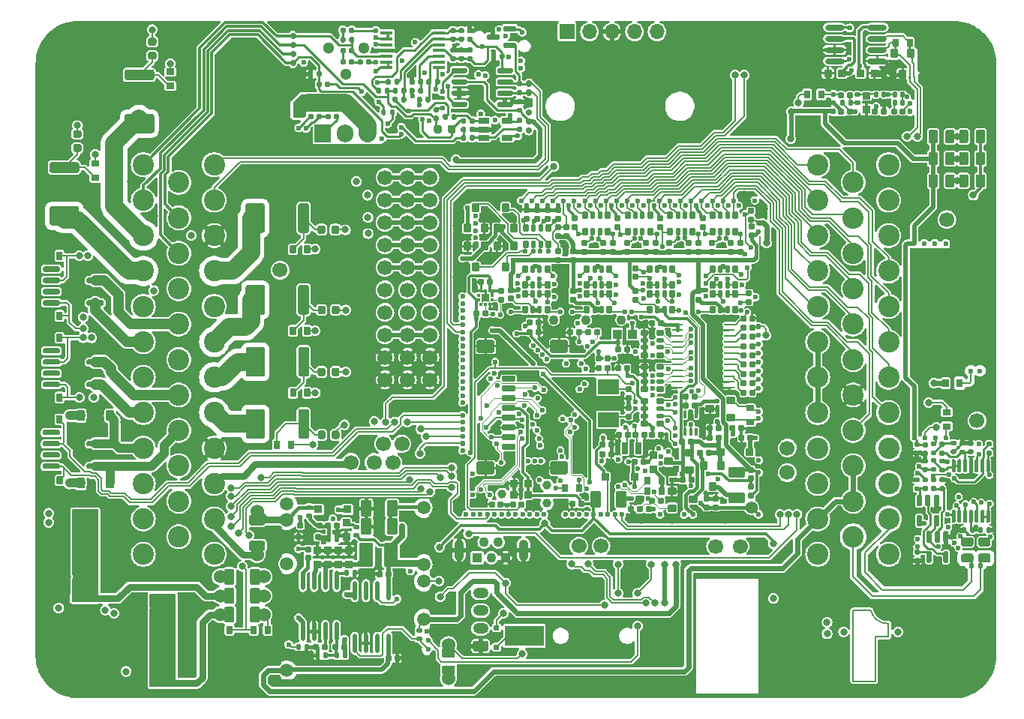
<source format=gbl>
G75*
G70*
%OFA0B0*%
%FSLAX25Y25*%
%IPPOS*%
%LPD*%
%AMOC8*
5,1,8,0,0,1.08239X$1,22.5*
%
%AMM107*
21,1,0.023620,0.018900,-0.000000,-0.000000,0.000000*
21,1,0.018900,0.023620,-0.000000,-0.000000,0.000000*
1,1,0.004720,0.009450,-0.009450*
1,1,0.004720,-0.009450,-0.009450*
1,1,0.004720,-0.009450,0.009450*
1,1,0.004720,0.009450,0.009450*
%
%AMM108*
21,1,0.019680,0.019680,-0.000000,-0.000000,90.000000*
21,1,0.015750,0.023620,-0.000000,-0.000000,90.000000*
1,1,0.003940,0.009840,0.007870*
1,1,0.003940,0.009840,-0.007870*
1,1,0.003940,-0.009840,-0.007870*
1,1,0.003940,-0.009840,0.007870*
%
%AMM109*
21,1,0.033470,0.026770,-0.000000,-0.000000,90.000000*
21,1,0.026770,0.033470,-0.000000,-0.000000,90.000000*
1,1,0.006690,0.013390,0.013390*
1,1,0.006690,0.013390,-0.013390*
1,1,0.006690,-0.013390,-0.013390*
1,1,0.006690,-0.013390,0.013390*
%
%AMM11*
21,1,0.023620,0.018900,0.000000,0.000000,90.000000*
21,1,0.018900,0.023620,0.000000,0.000000,90.000000*
1,1,0.004720,0.009450,0.009450*
1,1,0.004720,0.009450,-0.009450*
1,1,0.004720,-0.009450,-0.009450*
1,1,0.004720,-0.009450,0.009450*
%
%AMM110*
21,1,0.019680,0.019680,-0.000000,-0.000000,180.000000*
21,1,0.015750,0.023620,-0.000000,-0.000000,180.000000*
1,1,0.003940,-0.007870,0.009840*
1,1,0.003940,0.007870,0.009840*
1,1,0.003940,0.007870,-0.009840*
1,1,0.003940,-0.007870,-0.009840*
%
%AMM12*
21,1,0.019680,0.019680,0.000000,0.000000,0.000000*
21,1,0.015750,0.023620,0.000000,0.000000,0.000000*
1,1,0.003940,0.007870,-0.009840*
1,1,0.003940,-0.007870,-0.009840*
1,1,0.003940,-0.007870,0.009840*
1,1,0.003940,0.007870,0.009840*
%
%AMM13*
21,1,0.019680,0.019680,0.000000,0.000000,270.000000*
21,1,0.015750,0.023620,0.000000,0.000000,270.000000*
1,1,0.003940,-0.009840,-0.007870*
1,1,0.003940,-0.009840,0.007870*
1,1,0.003940,0.009840,0.007870*
1,1,0.003940,0.009840,-0.007870*
%
%AMM173*
21,1,0.025590,0.026380,-0.000000,-0.000000,90.000000*
21,1,0.020470,0.031500,-0.000000,-0.000000,90.000000*
1,1,0.005120,0.013190,0.010240*
1,1,0.005120,0.013190,-0.010240*
1,1,0.005120,-0.013190,-0.010240*
1,1,0.005120,-0.013190,0.010240*
%
%AMM174*
21,1,0.017720,0.027950,-0.000000,-0.000000,90.000000*
21,1,0.014170,0.031500,-0.000000,-0.000000,90.000000*
1,1,0.003540,0.013980,0.007090*
1,1,0.003540,0.013980,-0.007090*
1,1,0.003540,-0.013980,-0.007090*
1,1,0.003540,-0.013980,0.007090*
%
%AMM177*
21,1,0.027560,0.018900,-0.000000,-0.000000,270.000000*
21,1,0.022840,0.023620,-0.000000,-0.000000,270.000000*
1,1,0.004720,-0.009450,-0.011420*
1,1,0.004720,-0.009450,0.011420*
1,1,0.004720,0.009450,0.011420*
1,1,0.004720,0.009450,-0.011420*
%
%AMM179*
21,1,0.027560,0.018900,-0.000000,-0.000000,0.000000*
21,1,0.022840,0.023620,-0.000000,-0.000000,0.000000*
1,1,0.004720,0.011420,-0.009450*
1,1,0.004720,-0.011420,-0.009450*
1,1,0.004720,-0.011420,0.009450*
1,1,0.004720,0.011420,0.009450*
%
%AMM181*
21,1,0.035430,0.030320,-0.000000,-0.000000,90.000000*
21,1,0.028350,0.037400,-0.000000,-0.000000,90.000000*
1,1,0.007090,0.015160,0.014170*
1,1,0.007090,0.015160,-0.014170*
1,1,0.007090,-0.015160,-0.014170*
1,1,0.007090,-0.015160,0.014170*
%
%AMM184*
21,1,0.027560,0.030710,-0.000000,-0.000000,180.000000*
21,1,0.022050,0.036220,-0.000000,-0.000000,180.000000*
1,1,0.005510,-0.011020,0.015350*
1,1,0.005510,0.011020,0.015350*
1,1,0.005510,0.011020,-0.015350*
1,1,0.005510,-0.011020,-0.015350*
%
%AMM205*
21,1,0.033470,0.026770,-0.000000,-0.000000,270.000000*
21,1,0.026770,0.033470,-0.000000,-0.000000,270.000000*
1,1,0.006690,-0.013390,-0.013390*
1,1,0.006690,-0.013390,0.013390*
1,1,0.006690,0.013390,0.013390*
1,1,0.006690,0.013390,-0.013390*
%
%AMM206*
21,1,0.025590,0.026380,-0.000000,-0.000000,180.000000*
21,1,0.020470,0.031500,-0.000000,-0.000000,180.000000*
1,1,0.005120,-0.010240,0.013190*
1,1,0.005120,0.010240,0.013190*
1,1,0.005120,0.010240,-0.013190*
1,1,0.005120,-0.010240,-0.013190*
%
%AMM207*
21,1,0.017720,0.027950,-0.000000,-0.000000,180.000000*
21,1,0.014170,0.031500,-0.000000,-0.000000,180.000000*
1,1,0.003540,-0.007090,0.013980*
1,1,0.003540,0.007090,0.013980*
1,1,0.003540,0.007090,-0.013980*
1,1,0.003540,-0.007090,-0.013980*
%
%AMM208*
21,1,0.033470,0.026770,-0.000000,-0.000000,180.000000*
21,1,0.026770,0.033470,-0.000000,-0.000000,180.000000*
1,1,0.006690,-0.013390,0.013390*
1,1,0.006690,0.013390,0.013390*
1,1,0.006690,0.013390,-0.013390*
1,1,0.006690,-0.013390,-0.013390*
%
%AMM209*
21,1,0.078740,0.045670,-0.000000,-0.000000,0.000000*
21,1,0.067320,0.057090,-0.000000,-0.000000,0.000000*
1,1,0.011420,0.033660,-0.022840*
1,1,0.011420,-0.033660,-0.022840*
1,1,0.011420,-0.033660,0.022840*
1,1,0.011420,0.033660,0.022840*
%
%AMM210*
21,1,0.059060,0.020470,-0.000000,-0.000000,0.000000*
21,1,0.053940,0.025590,-0.000000,-0.000000,0.000000*
1,1,0.005120,0.026970,-0.010240*
1,1,0.005120,-0.026970,-0.010240*
1,1,0.005120,-0.026970,0.010240*
1,1,0.005120,0.026970,0.010240*
%
%AMM211*
21,1,0.035430,0.030320,-0.000000,-0.000000,0.000000*
21,1,0.028350,0.037400,-0.000000,-0.000000,0.000000*
1,1,0.007090,0.014170,-0.015160*
1,1,0.007090,-0.014170,-0.015160*
1,1,0.007090,-0.014170,0.015160*
1,1,0.007090,0.014170,0.015160*
%
%AMM212*
21,1,0.012600,0.028980,-0.000000,-0.000000,0.000000*
21,1,0.010080,0.031500,-0.000000,-0.000000,0.000000*
1,1,0.002520,0.005040,-0.014490*
1,1,0.002520,-0.005040,-0.014490*
1,1,0.002520,-0.005040,0.014490*
1,1,0.002520,0.005040,0.014490*
%
%AMM213*
21,1,0.070870,0.036220,-0.000000,-0.000000,180.000000*
21,1,0.061810,0.045280,-0.000000,-0.000000,180.000000*
1,1,0.009060,-0.030910,0.018110*
1,1,0.009060,0.030910,0.018110*
1,1,0.009060,0.030910,-0.018110*
1,1,0.009060,-0.030910,-0.018110*
%
%AMM214*
21,1,0.035830,0.026770,-0.000000,-0.000000,180.000000*
21,1,0.029130,0.033470,-0.000000,-0.000000,180.000000*
1,1,0.006690,-0.014570,0.013390*
1,1,0.006690,0.014570,0.013390*
1,1,0.006690,0.014570,-0.013390*
1,1,0.006690,-0.014570,-0.013390*
%
%AMM215*
21,1,0.027560,0.049610,-0.000000,-0.000000,180.000000*
21,1,0.022050,0.055120,-0.000000,-0.000000,180.000000*
1,1,0.005510,-0.011020,0.024800*
1,1,0.005510,0.011020,0.024800*
1,1,0.005510,0.011020,-0.024800*
1,1,0.005510,-0.011020,-0.024800*
%
%AMM216*
21,1,0.070870,0.036220,-0.000000,-0.000000,270.000000*
21,1,0.061810,0.045280,-0.000000,-0.000000,270.000000*
1,1,0.009060,-0.018110,-0.030910*
1,1,0.009060,-0.018110,0.030910*
1,1,0.009060,0.018110,0.030910*
1,1,0.009060,0.018110,-0.030910*
%
%AMM217*
21,1,0.027560,0.030710,-0.000000,-0.000000,270.000000*
21,1,0.022050,0.036220,-0.000000,-0.000000,270.000000*
1,1,0.005510,-0.015350,-0.011020*
1,1,0.005510,-0.015350,0.011020*
1,1,0.005510,0.015350,0.011020*
1,1,0.005510,0.015350,-0.011020*
%
%AMM239*
21,1,0.035430,0.030320,-0.000000,0.000000,0.000000*
21,1,0.028350,0.037400,-0.000000,0.000000,0.000000*
1,1,0.007090,0.014170,0.015160*
1,1,0.007090,-0.014170,0.015160*
1,1,0.007090,-0.014170,-0.015160*
1,1,0.007090,0.014170,-0.015160*
%
%AMM240*
21,1,0.033470,0.026770,-0.000000,0.000000,180.000000*
21,1,0.026770,0.033470,-0.000000,0.000000,180.000000*
1,1,0.006690,-0.013390,-0.013390*
1,1,0.006690,0.013390,-0.013390*
1,1,0.006690,0.013390,0.013390*
1,1,0.006690,-0.013390,0.013390*
%
%AMM241*
21,1,0.027560,0.030710,-0.000000,0.000000,0.000000*
21,1,0.022050,0.036220,-0.000000,0.000000,0.000000*
1,1,0.005510,0.011020,0.015350*
1,1,0.005510,-0.011020,0.015350*
1,1,0.005510,-0.011020,-0.015350*
1,1,0.005510,0.011020,-0.015350*
%
%AMM27*
21,1,0.106300,0.050390,0.000000,0.000000,90.000000*
21,1,0.093700,0.062990,0.000000,0.000000,90.000000*
1,1,0.012600,0.025200,0.046850*
1,1,0.012600,0.025200,-0.046850*
1,1,0.012600,-0.025200,-0.046850*
1,1,0.012600,-0.025200,0.046850*
%
%AMM28*
21,1,0.033470,0.026770,0.000000,0.000000,270.000000*
21,1,0.026770,0.033470,0.000000,0.000000,270.000000*
1,1,0.006690,-0.013390,-0.013390*
1,1,0.006690,-0.013390,0.013390*
1,1,0.006690,0.013390,0.013390*
1,1,0.006690,0.013390,-0.013390*
%
%AMM29*
21,1,0.023620,0.018900,0.000000,0.000000,180.000000*
21,1,0.018900,0.023620,0.000000,0.000000,180.000000*
1,1,0.004720,-0.009450,0.009450*
1,1,0.004720,0.009450,0.009450*
1,1,0.004720,0.009450,-0.009450*
1,1,0.004720,-0.009450,-0.009450*
%
%AMM30*
21,1,0.122050,0.075590,0.000000,0.000000,180.000000*
21,1,0.103150,0.094490,0.000000,0.000000,180.000000*
1,1,0.018900,-0.051580,0.037800*
1,1,0.018900,0.051580,0.037800*
1,1,0.018900,0.051580,-0.037800*
1,1,0.018900,-0.051580,-0.037800*
%
%AMM31*
21,1,0.118110,0.083460,0.000000,0.000000,0.000000*
21,1,0.097240,0.104330,0.000000,0.000000,0.000000*
1,1,0.020870,0.048620,-0.041730*
1,1,0.020870,-0.048620,-0.041730*
1,1,0.020870,-0.048620,0.041730*
1,1,0.020870,0.048620,0.041730*
%
%AMM7*
21,1,0.035830,0.026770,0.000000,0.000000,0.000000*
21,1,0.029130,0.033470,0.000000,0.000000,0.000000*
1,1,0.006690,0.014570,-0.013390*
1,1,0.006690,-0.014570,-0.013390*
1,1,0.006690,-0.014570,0.013390*
1,1,0.006690,0.014570,0.013390*
%
%AMM8*
21,1,0.070870,0.036220,0.000000,0.000000,90.000000*
21,1,0.061810,0.045280,0.000000,0.000000,90.000000*
1,1,0.009060,0.018110,0.030910*
1,1,0.009060,0.018110,-0.030910*
1,1,0.009060,-0.018110,-0.030910*
1,1,0.009060,-0.018110,0.030910*
%
%ADD10C,0.06693*%
%ADD100M7*%
%ADD101M8*%
%ADD104M11*%
%ADD105M12*%
%ADD106M13*%
%ADD107O,0.00787X0.40158*%
%ADD11C,0.02756*%
%ADD124M27*%
%ADD125M28*%
%ADD126M29*%
%ADD127O,0.01968X0.08661*%
%ADD128M30*%
%ADD129M31*%
%ADD14R,0.00984X0.04331*%
%ADD148C,0.05118*%
%ADD15R,0.00984X0.03858*%
%ADD152R,0.07500X0.07874*%
%ADD153O,0.07500X0.07874*%
%ADD154C,0.03900*%
%ADD156R,0.05709X0.01772*%
%ADD157R,0.04803X0.02559*%
%ADD17R,1.08661X0.00984*%
%ADD172O,0.08661X0.02362*%
%ADD180C,0.00492*%
%ADD181C,0.01260*%
%ADD182C,0.05512*%
%ADD19R,0.00984X0.03740*%
%ADD20C,0.02362*%
%ADD21R,0.24350X0.00984*%
%ADD215R,0.01378X0.01476*%
%ADD216R,0.01968X0.01968*%
%ADD218O,0.04961X0.00984*%
%ADD22R,0.04390X0.00984*%
%ADD220R,0.09449X0.06693*%
%ADD221R,0.01476X0.01378*%
%ADD223R,0.03937X0.04331*%
%ADD23R,0.00984X0.56201*%
%ADD24R,0.00984X0.59449*%
%ADD245O,0.01968X0.00984*%
%ADD246O,0.00984X0.01968*%
%ADD25R,0.20374X0.00984*%
%ADD26R,0.04331X0.04331*%
%ADD266M107*%
%ADD267M108*%
%ADD268M109*%
%ADD269M110*%
%ADD27C,0.04331*%
%ADD28O,0.04331X0.09449*%
%ADD29O,0.00787X0.04823*%
%ADD30O,0.36614X0.00787*%
%ADD31C,0.05906*%
%ADD32O,0.00787X0.12992*%
%ADD33O,0.00787X0.40157*%
%ADD34O,0.00787X0.01181*%
%ADD35O,0.66929X0.00787*%
%ADD36O,0.60630X0.00787*%
%ADD369M173*%
%ADD37O,0.00787X0.18898*%
%ADD370M174*%
%ADD373M177*%
%ADD375M179*%
%ADD377M181*%
%ADD38O,0.00787X0.10236*%
%ADD380M184*%
%ADD39O,0.00787X0.03937*%
%ADD40O,0.00787X0.05906*%
%ADD401M205*%
%ADD402M206*%
%ADD403M207*%
%ADD404M208*%
%ADD405M209*%
%ADD406M210*%
%ADD407M211*%
%ADD408M212*%
%ADD409M213*%
%ADD41C,0.09449*%
%ADD410M214*%
%ADD411M215*%
%ADD412M216*%
%ADD413M217*%
%ADD42C,0.15748*%
%ADD440M239*%
%ADD441M240*%
%ADD442M241*%
%ADD45R,0.00787X0.14567*%
%ADD46R,0.00787X0.01575*%
%ADD47R,0.00787X0.06299*%
%ADD48R,0.00787X0.38189*%
%ADD49R,0.00787X0.09055*%
%ADD50R,0.05512X0.00787*%
%ADD51R,0.25197X0.00787*%
%ADD52R,0.06693X0.00787*%
%ADD53R,0.12992X0.00787*%
%ADD54R,0.00787X0.27559*%
%ADD55R,0.00787X0.12992*%
%ADD56R,0.00787X0.24803*%
%ADD58R,0.06693X0.06693*%
%ADD59O,0.06693X0.06693*%
%ADD60O,0.06890X0.04724*%
%ADD61C,0.06000*%
%ADD62C,0.03150*%
%ADD63C,0.00787*%
%ADD64C,0.01969*%
%ADD65C,0.01181*%
%ADD66C,0.03937*%
%ADD67C,0.04724*%
%ADD70C,0.00591*%
%ADD72C,0.00984*%
%ADD78R,0.00984X0.24803*%
%ADD79R,0.00984X0.34449*%
%ADD80R,0.17323X0.09055*%
%ADD81R,0.15748X0.09055*%
%ADD82O,0.00787X0.22323*%
%ADD83O,0.43701X0.00787*%
%ADD84O,0.38583X0.01575*%
%ADD85O,0.01969X0.00984*%
%ADD86O,0.00787X0.26772*%
%ADD87O,0.00984X0.01969*%
%ADD88C,0.07874*%
%ADD92C,0.01968*%
%ADD93C,0.01575*%
X0000000Y0000000D02*
%LPD*%
G01*
D63*
X0363975Y0039932D02*
X0363975Y0008436D01*
X0363975Y0008436D02*
X0373818Y0008436D01*
X0371849Y0039932D02*
X0363975Y0039932D01*
X0373818Y0028121D02*
X0379723Y0028121D01*
X0373818Y0008436D02*
X0373818Y0028121D01*
X0379723Y0034026D02*
X0379723Y0028121D01*
X0379723Y0034026D02*
G75*
G02*
X0371849Y0039932I-000309J0007791D01*
G01*
D10*
X0109429Y0191161D03*
X0140886Y0105728D03*
X0302894Y0068445D03*
D11*
X0115197Y0295216D03*
X0115197Y0283405D03*
X0115197Y0287342D03*
X0115197Y0291279D03*
D14*
X0221398Y0248563D03*
D15*
X0221398Y0265649D03*
D78*
X0221398Y0289114D03*
D17*
X0167559Y0246889D03*
X0167559Y0301023D03*
D79*
X0113720Y0263622D03*
D19*
X0113720Y0299645D03*
D11*
X0219887Y0257224D03*
X0219887Y0261161D03*
X0219887Y0274137D03*
X0219887Y0270137D03*
X0219887Y0253287D03*
D10*
X0419114Y0124271D03*
X0151161Y0105728D03*
X0242146Y0068484D03*
D20*
X0400610Y0116574D03*
X0405335Y0116574D03*
X0395886Y0116574D03*
X0391161Y0116574D03*
D21*
X0401663Y0058897D03*
D22*
X0425482Y0058897D03*
D23*
X0389980Y0086506D03*
D24*
X0427185Y0088130D03*
D25*
X0417490Y0117362D03*
D20*
X0416594Y0059783D03*
X0420531Y0059783D03*
D10*
X0155335Y0113956D03*
D26*
X0196949Y0063307D03*
D27*
X0200098Y0070196D03*
X0203248Y0063307D03*
X0206398Y0070196D03*
X0209547Y0063307D03*
D28*
X0188878Y0066752D03*
X0217618Y0066752D03*
D20*
X0355177Y0261791D03*
D29*
X0390217Y0269567D03*
D30*
X0372303Y0259429D03*
X0372303Y0271633D03*
D20*
X0355177Y0265531D03*
X0355177Y0269271D03*
X0389429Y0265334D03*
X0389429Y0261791D03*
D10*
X0163524Y0113956D03*
D31*
X0173386Y0085630D03*
X0173386Y0060433D03*
X0173386Y0052952D03*
X0173386Y0036023D03*
D20*
X0175157Y0026574D03*
X0175157Y0022637D03*
D32*
X0109803Y0070472D03*
D33*
X0109803Y0037008D03*
D34*
X0109803Y0009055D03*
D35*
X0142874Y0008858D03*
D36*
X0146024Y0089960D03*
D31*
X0173386Y0011417D03*
D34*
X0175945Y0089763D03*
D37*
X0175945Y0073228D03*
D38*
X0175945Y0044291D03*
D39*
X0175945Y0030511D03*
D40*
X0175945Y0017519D03*
D31*
X0112362Y0087401D03*
X0112362Y0080118D03*
X0112362Y0060630D03*
X0112362Y0013189D03*
D10*
X0405650Y0213681D03*
D41*
X0379823Y0238051D03*
X0379823Y0222303D03*
X0379823Y0206555D03*
X0379823Y0190807D03*
X0379823Y0175059D03*
X0379823Y0159311D03*
X0379823Y0143563D03*
X0379823Y0127815D03*
X0379823Y0112067D03*
X0379823Y0096319D03*
X0379823Y0080570D03*
X0379823Y0064822D03*
X0364075Y0230177D03*
X0364075Y0214429D03*
X0364075Y0198681D03*
X0364075Y0182933D03*
X0364075Y0167185D03*
X0364075Y0151437D03*
X0364075Y0135689D03*
X0364075Y0119941D03*
X0364075Y0104193D03*
X0364075Y0088445D03*
X0364075Y0072696D03*
X0348327Y0238051D03*
X0348327Y0222303D03*
X0348327Y0206555D03*
X0348327Y0190807D03*
X0348327Y0175059D03*
X0348327Y0159311D03*
X0348327Y0143563D03*
X0348327Y0127815D03*
X0348327Y0112067D03*
X0348327Y0096319D03*
X0348327Y0080570D03*
X0348327Y0064822D03*
D11*
X0335335Y0288248D03*
X0339665Y0286476D03*
X0331004Y0286476D03*
X0406594Y0282342D03*
X0341437Y0282145D03*
D42*
X0335335Y0282145D03*
D11*
X0329232Y0282145D03*
X0410925Y0280570D03*
X0402264Y0280570D03*
X0339665Y0277815D03*
X0331004Y0277815D03*
X0412697Y0276240D03*
D42*
X0406594Y0276240D03*
D11*
X0400492Y0276240D03*
X0335335Y0276043D03*
X0410925Y0271909D03*
X0402264Y0271909D03*
X0406594Y0270137D03*
X0406594Y0032736D03*
X0410925Y0030964D03*
X0402264Y0030964D03*
X0335335Y0026830D03*
X0412697Y0026633D03*
D42*
X0406594Y0026633D03*
D11*
X0400492Y0026633D03*
X0339665Y0025059D03*
X0331004Y0025059D03*
X0410925Y0022303D03*
X0402264Y0022303D03*
X0341437Y0020728D03*
D42*
X0335335Y0020728D03*
D11*
X0329232Y0020728D03*
X0406594Y0020531D03*
X0339665Y0016397D03*
X0331004Y0016397D03*
X0335335Y0014626D03*
D10*
X0334744Y0112106D03*
X0156004Y0142382D03*
X0156004Y0152382D03*
X0156004Y0162382D03*
X0156004Y0172382D03*
X0156004Y0182382D03*
X0166004Y0142382D03*
X0166004Y0152382D03*
X0166004Y0162382D03*
X0166004Y0172382D03*
X0166004Y0182382D03*
X0176004Y0142382D03*
X0176004Y0152382D03*
X0176004Y0162382D03*
X0176004Y0172382D03*
X0176004Y0182382D03*
X0251988Y0068484D03*
X0313839Y0068445D03*
D20*
X0190492Y0196437D03*
X0190492Y0179507D03*
X0190492Y0176358D03*
X0190492Y0173208D03*
X0190492Y0170059D03*
X0190492Y0166909D03*
X0190492Y0163759D03*
X0190492Y0160610D03*
X0190492Y0157460D03*
X0190492Y0154311D03*
X0190492Y0151161D03*
X0190492Y0148011D03*
X0190492Y0144862D03*
X0190492Y0141712D03*
X0190492Y0138563D03*
X0190492Y0135413D03*
X0190492Y0132263D03*
X0190492Y0126752D03*
X0190492Y0123602D03*
X0190492Y0120452D03*
X0190492Y0117303D03*
X0190492Y0114153D03*
X0190492Y0111004D03*
D45*
X0322776Y0091909D03*
D46*
X0322776Y0103917D03*
D45*
X0322776Y0115925D03*
D47*
X0322776Y0133444D03*
D48*
X0322776Y0187185D03*
D49*
X0322776Y0218681D03*
D50*
X0315689Y0222815D03*
D51*
X0307421Y0081870D03*
D52*
X0283602Y0081870D03*
D53*
X0269823Y0081870D03*
D50*
X0231437Y0081870D03*
D51*
X0201909Y0222815D03*
D54*
X0189705Y0095255D03*
D46*
X0189705Y0129508D03*
D55*
X0189705Y0187972D03*
D56*
X0189705Y0210807D03*
D20*
X0192067Y0082657D03*
X0195216Y0082657D03*
X0198366Y0082657D03*
X0201516Y0082657D03*
X0204665Y0082657D03*
X0207815Y0082657D03*
X0210965Y0082657D03*
X0214114Y0082657D03*
X0217264Y0082657D03*
X0220413Y0082657D03*
X0223563Y0082657D03*
X0226713Y0082657D03*
X0236161Y0082657D03*
X0239311Y0082657D03*
X0242461Y0082657D03*
X0245610Y0082657D03*
X0248760Y0082657D03*
X0251909Y0082657D03*
X0255059Y0082657D03*
X0258209Y0082657D03*
X0261358Y0082657D03*
X0278287Y0082657D03*
X0288917Y0082657D03*
X0292854Y0082657D03*
X0321988Y0082657D03*
X0216476Y0222027D03*
X0221201Y0222027D03*
X0225925Y0222027D03*
X0230650Y0222027D03*
X0235374Y0222027D03*
X0240098Y0222027D03*
X0244823Y0222027D03*
X0249547Y0222027D03*
X0254272Y0222027D03*
X0258996Y0222027D03*
X0263720Y0222027D03*
X0268445Y0222027D03*
X0273169Y0222027D03*
X0277894Y0222027D03*
X0282618Y0222027D03*
X0287342Y0222027D03*
X0292067Y0222027D03*
X0296791Y0222027D03*
X0301516Y0222027D03*
X0306240Y0222027D03*
X0310965Y0222027D03*
X0320413Y0222027D03*
X0321988Y0212185D03*
X0321988Y0208248D03*
X0321988Y0166122D03*
X0321988Y0162185D03*
X0321988Y0158248D03*
X0321988Y0154311D03*
X0321988Y0150374D03*
X0321988Y0146437D03*
X0321988Y0142500D03*
X0321988Y0138563D03*
X0321988Y0128326D03*
X0321988Y0125177D03*
X0321988Y0106673D03*
X0321988Y0101161D03*
D58*
X0236909Y0297185D03*
D59*
X0246909Y0297185D03*
X0256909Y0297185D03*
X0266909Y0297185D03*
X0276909Y0297185D03*
D20*
X0400433Y0203051D03*
X0405157Y0203051D03*
X0395709Y0203051D03*
X0390984Y0203051D03*
D21*
X0401486Y0145374D03*
D22*
X0425305Y0145374D03*
D23*
X0389803Y0172982D03*
D24*
X0427008Y0174606D03*
D25*
X0417313Y0203838D03*
D20*
X0416417Y0146259D03*
X0420354Y0146259D03*
D41*
X0048642Y0064822D03*
X0048642Y0080570D03*
X0048642Y0096319D03*
X0048642Y0112067D03*
X0048642Y0127815D03*
X0048642Y0143563D03*
X0048642Y0159311D03*
X0048642Y0175059D03*
X0048642Y0190807D03*
X0048642Y0206555D03*
X0048642Y0222303D03*
X0048642Y0238051D03*
X0064390Y0072696D03*
X0064390Y0088445D03*
X0064390Y0104193D03*
X0064390Y0119941D03*
X0064390Y0135689D03*
X0064390Y0151437D03*
X0064390Y0167185D03*
X0064390Y0182933D03*
X0064390Y0198681D03*
X0064390Y0214429D03*
X0064390Y0230177D03*
X0080138Y0064822D03*
X0080138Y0080570D03*
X0080138Y0096319D03*
X0080138Y0112067D03*
X0080138Y0127815D03*
X0080138Y0143563D03*
X0080138Y0159311D03*
X0080138Y0175059D03*
X0080138Y0190807D03*
X0080138Y0206555D03*
X0080138Y0222303D03*
X0080138Y0238051D03*
D11*
X0093130Y0014626D03*
X0088799Y0016397D03*
X0097461Y0016397D03*
X0021870Y0020531D03*
X0087028Y0020728D03*
D42*
X0093130Y0020728D03*
D11*
X0099232Y0020728D03*
X0017539Y0022303D03*
X0026201Y0022303D03*
X0088799Y0025059D03*
X0097461Y0025059D03*
X0015768Y0026633D03*
D42*
X0021870Y0026633D03*
D11*
X0027972Y0026633D03*
X0093130Y0026830D03*
X0017539Y0030964D03*
X0026201Y0030964D03*
X0021870Y0032736D03*
X0021870Y0270137D03*
X0017539Y0271909D03*
X0026201Y0271909D03*
X0093130Y0276043D03*
X0015768Y0276240D03*
D42*
X0021870Y0276240D03*
D11*
X0027972Y0276240D03*
X0088799Y0277815D03*
X0097461Y0277815D03*
X0017539Y0280570D03*
X0026201Y0280570D03*
X0087028Y0282145D03*
D42*
X0093130Y0282145D03*
D11*
X0099232Y0282145D03*
X0021870Y0282342D03*
X0088799Y0286476D03*
X0097461Y0286476D03*
X0093130Y0288248D03*
G36*
G01*
X0200984Y0021673D02*
X0196063Y0021673D01*
G75*
G02*
X0195079Y0022657I0000000J0000984D01*
G01*
X0195079Y0025413D01*
G75*
G02*
X0196063Y0026397I0000984J0000000D01*
G01*
X0200984Y0026397D01*
G75*
G02*
X0201969Y0025413I0000000J-000984D01*
G01*
X0201969Y0022657D01*
G75*
G02*
X0200984Y0021673I-000984J0000000D01*
G01*
G37*
D60*
X0198524Y0031909D03*
X0198524Y0039783D03*
X0198524Y0047657D03*
D10*
X0159469Y0105728D03*
X0334744Y0101161D03*
X0156004Y0192382D03*
X0156004Y0202382D03*
X0156004Y0212382D03*
X0156004Y0222382D03*
X0156004Y0232382D03*
X0166004Y0192382D03*
X0166004Y0202382D03*
X0166004Y0212382D03*
X0166004Y0222382D03*
X0166004Y0232382D03*
X0176004Y0192382D03*
X0176004Y0202382D03*
X0176004Y0212382D03*
X0176004Y0222382D03*
X0176004Y0232382D03*
G36*
G01*
X0409036Y0253070D02*
X0409036Y0248149D01*
G75*
G02*
X0408642Y0247756I-000394J0000000D01*
G01*
X0405492Y0247756D01*
G75*
G02*
X0405099Y0248149I0000000J0000394D01*
G01*
X0405099Y0253070D01*
G75*
G02*
X0405492Y0253464I0000394J0000000D01*
G01*
X0408642Y0253464D01*
G75*
G02*
X0409036Y0253070I0000000J-000394D01*
G01*
G37*
G36*
G01*
X0401555Y0253070D02*
X0401555Y0248149D01*
G75*
G02*
X0401161Y0247756I-000394J0000000D01*
G01*
X0398012Y0247756D01*
G75*
G02*
X0397618Y0248149I0000000J0000394D01*
G01*
X0397618Y0253070D01*
G75*
G02*
X0398012Y0253464I0000394J0000000D01*
G01*
X0401161Y0253464D01*
G75*
G02*
X0401555Y0253070I0000000J-000394D01*
G01*
G37*
G36*
G01*
X0010669Y0043897D02*
X0010669Y0046574D01*
G75*
G02*
X0011004Y0046909I0000335J0000000D01*
G01*
X0013681Y0046909D01*
G75*
G02*
X0014016Y0046574I0000000J-000335D01*
G01*
X0014016Y0043897D01*
G75*
G02*
X0013681Y0043563I-000335J0000000D01*
G01*
X0011004Y0043563D01*
G75*
G02*
X0010669Y0043897I0000000J0000335D01*
G01*
G37*
G36*
G01*
X0016890Y0043897D02*
X0016890Y0046574D01*
G75*
G02*
X0017224Y0046909I0000335J0000000D01*
G01*
X0019902Y0046909D01*
G75*
G02*
X0020236Y0046574I0000000J-000335D01*
G01*
X0020236Y0043897D01*
G75*
G02*
X0019902Y0043563I-000335J0000000D01*
G01*
X0017224Y0043563D01*
G75*
G02*
X0016890Y0043897I0000000J0000335D01*
G01*
G37*
G36*
G01*
X0409036Y0243228D02*
X0409036Y0238307D01*
G75*
G02*
X0408642Y0237913I-000394J0000000D01*
G01*
X0405492Y0237913D01*
G75*
G02*
X0405099Y0238307I0000000J0000394D01*
G01*
X0405099Y0243228D01*
G75*
G02*
X0405492Y0243622I0000394J0000000D01*
G01*
X0408642Y0243622D01*
G75*
G02*
X0409036Y0243228I0000000J-000394D01*
G01*
G37*
G36*
G01*
X0401555Y0243228D02*
X0401555Y0238307D01*
G75*
G02*
X0401161Y0237913I-000394J0000000D01*
G01*
X0398012Y0237913D01*
G75*
G02*
X0397618Y0238307I0000000J0000394D01*
G01*
X0397618Y0243228D01*
G75*
G02*
X0398012Y0243622I0000394J0000000D01*
G01*
X0401161Y0243622D01*
G75*
G02*
X0401555Y0243228I0000000J-000394D01*
G01*
G37*
G36*
G01*
X0071004Y0046771D02*
X0071004Y0042637D01*
G75*
G02*
X0070610Y0042244I-000394J0000000D01*
G01*
X0067461Y0042244D01*
G75*
G02*
X0067067Y0042637I0000000J0000394D01*
G01*
X0067067Y0046771D01*
G75*
G02*
X0067461Y0047165I0000394J0000000D01*
G01*
X0070610Y0047165D01*
G75*
G02*
X0071004Y0046771I0000000J-000394D01*
G01*
G37*
G36*
G01*
X0063130Y0046771D02*
X0063130Y0042637D01*
G75*
G02*
X0062736Y0042244I-000394J0000000D01*
G01*
X0059587Y0042244D01*
G75*
G02*
X0059193Y0042637I0000000J0000394D01*
G01*
X0059193Y0046771D01*
G75*
G02*
X0059587Y0047165I0000394J0000000D01*
G01*
X0062736Y0047165D01*
G75*
G02*
X0063130Y0046771I0000000J-000394D01*
G01*
G37*
G36*
G01*
X0122835Y0202008D02*
X0122835Y0198937D01*
G75*
G02*
X0122559Y0198661I-000276J0000000D01*
G01*
X0120354Y0198661D01*
G75*
G02*
X0120079Y0198937I0000000J0000276D01*
G01*
X0120079Y0202008D01*
G75*
G02*
X0120354Y0202283I0000276J0000000D01*
G01*
X0122559Y0202283D01*
G75*
G02*
X0122835Y0202008I0000000J-000276D01*
G01*
G37*
G36*
G01*
X0116535Y0202008D02*
X0116535Y0198937D01*
G75*
G02*
X0116260Y0198661I-000276J0000000D01*
G01*
X0114055Y0198661D01*
G75*
G02*
X0113780Y0198937I0000000J0000276D01*
G01*
X0113780Y0202008D01*
G75*
G02*
X0114055Y0202283I0000276J0000000D01*
G01*
X0116260Y0202283D01*
G75*
G02*
X0116535Y0202008I0000000J-000276D01*
G01*
G37*
G36*
G01*
X0019134Y0094547D02*
X0019134Y0098563D01*
G75*
G02*
X0019488Y0098917I0000354J0000000D01*
G01*
X0022323Y0098917D01*
G75*
G02*
X0022677Y0098563I0000000J-000354D01*
G01*
X0022677Y0094547D01*
G75*
G02*
X0022323Y0094193I-000354J0000000D01*
G01*
X0019488Y0094193D01*
G75*
G02*
X0019134Y0094547I0000000J0000354D01*
G01*
G37*
G36*
G01*
X0032126Y0094547D02*
X0032126Y0098563D01*
G75*
G02*
X0032480Y0098917I0000354J0000000D01*
G01*
X0035315Y0098917D01*
G75*
G02*
X0035669Y0098563I0000000J-000354D01*
G01*
X0035669Y0094547D01*
G75*
G02*
X0035315Y0094193I-000354J0000000D01*
G01*
X0032480Y0094193D01*
G75*
G02*
X0032126Y0094547I0000000J0000354D01*
G01*
G37*
D80*
X0217933Y0028563D03*
D81*
X0280925Y0028563D03*
G36*
G01*
X0122815Y0165767D02*
X0122815Y0162696D01*
G75*
G02*
X0122539Y0162421I-000276J0000000D01*
G01*
X0120335Y0162421D01*
G75*
G02*
X0120059Y0162696I0000000J0000276D01*
G01*
X0120059Y0165767D01*
G75*
G02*
X0120335Y0166043I0000276J0000000D01*
G01*
X0122539Y0166043D01*
G75*
G02*
X0122815Y0165767I0000000J-000276D01*
G01*
G37*
G36*
G01*
X0116516Y0165767D02*
X0116516Y0162696D01*
G75*
G02*
X0116240Y0162421I-000276J0000000D01*
G01*
X0114035Y0162421D01*
G75*
G02*
X0113760Y0162696I0000000J0000276D01*
G01*
X0113760Y0165767D01*
G75*
G02*
X0114035Y0166043I0000276J0000000D01*
G01*
X0116240Y0166043D01*
G75*
G02*
X0116516Y0165767I0000000J-000276D01*
G01*
G37*
G36*
G01*
X0122343Y0156043D02*
X0122343Y0144822D01*
G75*
G02*
X0121358Y0143838I-000984J0000000D01*
G01*
X0118504Y0143838D01*
G75*
G02*
X0117520Y0144822I0000000J0000984D01*
G01*
X0117520Y0156043D01*
G75*
G02*
X0118504Y0157027I0000984J0000000D01*
G01*
X0121358Y0157027D01*
G75*
G02*
X0122343Y0156043I0000000J-000984D01*
G01*
G37*
G36*
G01*
X0099016Y0156043D02*
X0099016Y0144822D01*
G75*
G02*
X0098031Y0143838I-000984J0000000D01*
G01*
X0095177Y0143838D01*
G75*
G02*
X0094193Y0144822I0000000J0000984D01*
G01*
X0094193Y0156043D01*
G75*
G02*
X0095177Y0157027I0000984J0000000D01*
G01*
X0098031Y0157027D01*
G75*
G02*
X0099016Y0156043I0000000J-000984D01*
G01*
G37*
G36*
G01*
X0071004Y0023149D02*
X0071004Y0019015D01*
G75*
G02*
X0070610Y0018622I-000394J0000000D01*
G01*
X0067461Y0018622D01*
G75*
G02*
X0067067Y0019015I0000000J0000394D01*
G01*
X0067067Y0023149D01*
G75*
G02*
X0067461Y0023543I0000394J0000000D01*
G01*
X0070610Y0023543D01*
G75*
G02*
X0071004Y0023149I0000000J-000394D01*
G01*
G37*
G36*
G01*
X0063130Y0023149D02*
X0063130Y0019015D01*
G75*
G02*
X0062736Y0018622I-000394J0000000D01*
G01*
X0059587Y0018622D01*
G75*
G02*
X0059193Y0019015I0000000J0000394D01*
G01*
X0059193Y0023149D01*
G75*
G02*
X0059587Y0023543I0000394J0000000D01*
G01*
X0062736Y0023543D01*
G75*
G02*
X0063130Y0023149I0000000J-000394D01*
G01*
G37*
G36*
G01*
X0053627Y0284803D02*
X0051609Y0284803D01*
G75*
G02*
X0050748Y0285664I0000000J0000861D01*
G01*
X0050748Y0287386D01*
G75*
G02*
X0051609Y0288248I0000861J0000000D01*
G01*
X0053627Y0288248D01*
G75*
G02*
X0054488Y0287386I0000000J-000861D01*
G01*
X0054488Y0285664D01*
G75*
G02*
X0053627Y0284803I-000861J0000000D01*
G01*
G37*
G36*
G01*
X0053627Y0291004D02*
X0051609Y0291004D01*
G75*
G02*
X0050748Y0291865I0000000J0000861D01*
G01*
X0050748Y0293587D01*
G75*
G02*
X0051609Y0294448I0000861J0000000D01*
G01*
X0053627Y0294448D01*
G75*
G02*
X0054488Y0293587I0000000J-000861D01*
G01*
X0054488Y0291865D01*
G75*
G02*
X0053627Y0291004I-000861J0000000D01*
G01*
G37*
G36*
G01*
X0003681Y0196043D02*
X0003681Y0199114D01*
G75*
G02*
X0003957Y0199389I0000276J0000000D01*
G01*
X0006161Y0199389D01*
G75*
G02*
X0006437Y0199114I0000000J-000276D01*
G01*
X0006437Y0196043D01*
G75*
G02*
X0006161Y0195767I-000276J0000000D01*
G01*
X0003957Y0195767D01*
G75*
G02*
X0003681Y0196043I0000000J0000276D01*
G01*
G37*
G36*
G01*
X0009980Y0196043D02*
X0009980Y0199114D01*
G75*
G02*
X0010256Y0199389I0000276J0000000D01*
G01*
X0012461Y0199389D01*
G75*
G02*
X0012736Y0199114I0000000J-000276D01*
G01*
X0012736Y0196043D01*
G75*
G02*
X0012461Y0195767I-000276J0000000D01*
G01*
X0010256Y0195767D01*
G75*
G02*
X0009980Y0196043I0000000J0000276D01*
G01*
G37*
G36*
G01*
X0403720Y0139429D02*
X0403720Y0142500D01*
G75*
G02*
X0403996Y0142775I0000276J0000000D01*
G01*
X0406201Y0142775D01*
G75*
G02*
X0406476Y0142500I0000000J-000276D01*
G01*
X0406476Y0139429D01*
G75*
G02*
X0406201Y0139153I-000276J0000000D01*
G01*
X0403996Y0139153D01*
G75*
G02*
X0403720Y0139429I0000000J0000276D01*
G01*
G37*
G36*
G01*
X0410020Y0139429D02*
X0410020Y0142500D01*
G75*
G02*
X0410295Y0142775I0000276J0000000D01*
G01*
X0412500Y0142775D01*
G75*
G02*
X0412776Y0142500I0000000J-000276D01*
G01*
X0412776Y0139429D01*
G75*
G02*
X0412500Y0139153I-000276J0000000D01*
G01*
X0410295Y0139153D01*
G75*
G02*
X0410020Y0139429I0000000J0000276D01*
G01*
G37*
G36*
G01*
X0126122Y0144857D02*
X0126122Y0146875D01*
G75*
G02*
X0126983Y0147736I0000861J0000000D01*
G01*
X0128706Y0147736D01*
G75*
G02*
X0129567Y0146875I0000000J-000861D01*
G01*
X0129567Y0144857D01*
G75*
G02*
X0128706Y0143996I-000861J0000000D01*
G01*
X0126983Y0143996D01*
G75*
G02*
X0126122Y0144857I0000000J0000861D01*
G01*
G37*
G36*
G01*
X0132323Y0144857D02*
X0132323Y0146875D01*
G75*
G02*
X0133184Y0147736I0000861J0000000D01*
G01*
X0134906Y0147736D01*
G75*
G02*
X0135768Y0146875I0000000J-000861D01*
G01*
X0135768Y0144857D01*
G75*
G02*
X0134906Y0143996I-000861J0000000D01*
G01*
X0133184Y0143996D01*
G75*
G02*
X0132323Y0144857I0000000J0000861D01*
G01*
G37*
G36*
G01*
X0009114Y0072539D02*
X0009114Y0076673D01*
G75*
G02*
X0009508Y0077067I0000394J0000000D01*
G01*
X0012657Y0077067D01*
G75*
G02*
X0013051Y0076673I0000000J-000394D01*
G01*
X0013051Y0072539D01*
G75*
G02*
X0012657Y0072145I-000394J0000000D01*
G01*
X0009508Y0072145D01*
G75*
G02*
X0009114Y0072539I0000000J0000394D01*
G01*
G37*
G36*
G01*
X0016988Y0072539D02*
X0016988Y0076673D01*
G75*
G02*
X0017382Y0077067I0000394J0000000D01*
G01*
X0020531Y0077067D01*
G75*
G02*
X0020925Y0076673I0000000J-000394D01*
G01*
X0020925Y0072539D01*
G75*
G02*
X0020531Y0072145I-000394J0000000D01*
G01*
X0017382Y0072145D01*
G75*
G02*
X0016988Y0072539I0000000J0000394D01*
G01*
G37*
G36*
G01*
X0043445Y0026889D02*
X0043445Y0031023D01*
G75*
G02*
X0043839Y0031417I0000394J0000000D01*
G01*
X0046988Y0031417D01*
G75*
G02*
X0047382Y0031023I0000000J-000394D01*
G01*
X0047382Y0026889D01*
G75*
G02*
X0046988Y0026496I-000394J0000000D01*
G01*
X0043839Y0026496D01*
G75*
G02*
X0043445Y0026889I0000000J0000394D01*
G01*
G37*
G36*
G01*
X0051319Y0026889D02*
X0051319Y0031023D01*
G75*
G02*
X0051713Y0031417I0000394J0000000D01*
G01*
X0054862Y0031417D01*
G75*
G02*
X0055256Y0031023I0000000J-000394D01*
G01*
X0055256Y0026889D01*
G75*
G02*
X0054862Y0026496I-000394J0000000D01*
G01*
X0051713Y0026496D01*
G75*
G02*
X0051319Y0026889I0000000J0000394D01*
G01*
G37*
G36*
G01*
X0036673Y0084547D02*
X0036673Y0080413D01*
G75*
G02*
X0036280Y0080019I-000394J0000000D01*
G01*
X0033130Y0080019D01*
G75*
G02*
X0032736Y0080413I0000000J0000394D01*
G01*
X0032736Y0084547D01*
G75*
G02*
X0033130Y0084941I0000394J0000000D01*
G01*
X0036280Y0084941D01*
G75*
G02*
X0036673Y0084547I0000000J-000394D01*
G01*
G37*
G36*
G01*
X0028799Y0084547D02*
X0028799Y0080413D01*
G75*
G02*
X0028406Y0080019I-000394J0000000D01*
G01*
X0025256Y0080019D01*
G75*
G02*
X0024862Y0080413I0000000J0000394D01*
G01*
X0024862Y0084547D01*
G75*
G02*
X0025256Y0084941I0000394J0000000D01*
G01*
X0028406Y0084941D01*
G75*
G02*
X0028799Y0084547I0000000J-000394D01*
G01*
G37*
G36*
G01*
X0043445Y0011141D02*
X0043445Y0015275D01*
G75*
G02*
X0043839Y0015669I0000394J0000000D01*
G01*
X0046988Y0015669D01*
G75*
G02*
X0047382Y0015275I0000000J-000394D01*
G01*
X0047382Y0011141D01*
G75*
G02*
X0046988Y0010748I-000394J0000000D01*
G01*
X0043839Y0010748D01*
G75*
G02*
X0043445Y0011141I0000000J0000394D01*
G01*
G37*
G36*
G01*
X0051319Y0011141D02*
X0051319Y0015275D01*
G75*
G02*
X0051713Y0015669I0000394J0000000D01*
G01*
X0054862Y0015669D01*
G75*
G02*
X0055256Y0015275I0000000J-000394D01*
G01*
X0055256Y0011141D01*
G75*
G02*
X0054862Y0010748I-000394J0000000D01*
G01*
X0051713Y0010748D01*
G75*
G02*
X0051319Y0011141I0000000J0000394D01*
G01*
G37*
G36*
G01*
X0003957Y0176023D02*
X0003957Y0177204D01*
G75*
G02*
X0004547Y0177795I0000591J0000000D01*
G01*
X0011043Y0177795D01*
G75*
G02*
X0011634Y0177204I0000000J-000591D01*
G01*
X0011634Y0176023D01*
G75*
G02*
X0011043Y0175433I-000591J0000000D01*
G01*
X0004547Y0175433D01*
G75*
G02*
X0003957Y0176023I0000000J0000591D01*
G01*
G37*
G36*
G01*
X0003957Y0181023D02*
X0003957Y0182204D01*
G75*
G02*
X0004547Y0182795I0000591J0000000D01*
G01*
X0011043Y0182795D01*
G75*
G02*
X0011634Y0182204I0000000J-000591D01*
G01*
X0011634Y0181023D01*
G75*
G02*
X0011043Y0180433I-000591J0000000D01*
G01*
X0004547Y0180433D01*
G75*
G02*
X0003957Y0181023I0000000J0000591D01*
G01*
G37*
G36*
G01*
X0003957Y0186023D02*
X0003957Y0187204D01*
G75*
G02*
X0004547Y0187795I0000591J0000000D01*
G01*
X0011043Y0187795D01*
G75*
G02*
X0011634Y0187204I0000000J-000591D01*
G01*
X0011634Y0186023D01*
G75*
G02*
X0011043Y0185433I-000591J0000000D01*
G01*
X0004547Y0185433D01*
G75*
G02*
X0003957Y0186023I0000000J0000591D01*
G01*
G37*
G36*
G01*
X0003957Y0191023D02*
X0003957Y0192204D01*
G75*
G02*
X0004547Y0192795I0000591J0000000D01*
G01*
X0011043Y0192795D01*
G75*
G02*
X0011634Y0192204I0000000J-000591D01*
G01*
X0011634Y0191023D01*
G75*
G02*
X0011043Y0190433I-000591J0000000D01*
G01*
X0004547Y0190433D01*
G75*
G02*
X0003957Y0191023I0000000J0000591D01*
G01*
G37*
G36*
G01*
X0023445Y0191023D02*
X0023445Y0192204D01*
G75*
G02*
X0024035Y0192795I0000591J0000000D01*
G01*
X0030531Y0192795D01*
G75*
G02*
X0031122Y0192204I0000000J-000591D01*
G01*
X0031122Y0191023D01*
G75*
G02*
X0030531Y0190433I-000591J0000000D01*
G01*
X0024035Y0190433D01*
G75*
G02*
X0023445Y0191023I0000000J0000591D01*
G01*
G37*
G36*
G01*
X0023445Y0186023D02*
X0023445Y0187204D01*
G75*
G02*
X0024035Y0187795I0000591J0000000D01*
G01*
X0030531Y0187795D01*
G75*
G02*
X0031122Y0187204I0000000J-000591D01*
G01*
X0031122Y0186023D01*
G75*
G02*
X0030531Y0185433I-000591J0000000D01*
G01*
X0024035Y0185433D01*
G75*
G02*
X0023445Y0186023I0000000J0000591D01*
G01*
G37*
G36*
G01*
X0023445Y0181023D02*
X0023445Y0182204D01*
G75*
G02*
X0024035Y0182795I0000591J0000000D01*
G01*
X0030531Y0182795D01*
G75*
G02*
X0031122Y0182204I0000000J-000591D01*
G01*
X0031122Y0181023D01*
G75*
G02*
X0030531Y0180433I-000591J0000000D01*
G01*
X0024035Y0180433D01*
G75*
G02*
X0023445Y0181023I0000000J0000591D01*
G01*
G37*
G36*
G01*
X0023445Y0176023D02*
X0023445Y0177204D01*
G75*
G02*
X0024035Y0177795I0000591J0000000D01*
G01*
X0030531Y0177795D01*
G75*
G02*
X0031122Y0177204I0000000J-000591D01*
G01*
X0031122Y0176023D01*
G75*
G02*
X0030531Y0175433I-000591J0000000D01*
G01*
X0024035Y0175433D01*
G75*
G02*
X0023445Y0176023I0000000J0000591D01*
G01*
G37*
D61*
X0102185Y0038011D03*
G36*
G01*
X0099606Y0034468D02*
X0096890Y0034468D01*
G75*
G02*
X0095984Y0035374I0000000J0000906D01*
G01*
X0095984Y0040649D01*
G75*
G02*
X0096890Y0041555I0000906J0000000D01*
G01*
X0099606Y0041555D01*
G75*
G02*
X0100512Y0040649I0000000J-000906D01*
G01*
X0100512Y0035374D01*
G75*
G02*
X0099606Y0034468I-000906J0000000D01*
G01*
G37*
G36*
G01*
X0088189Y0034468D02*
X0085472Y0034468D01*
G75*
G02*
X0084567Y0035374I0000000J0000906D01*
G01*
X0084567Y0040649D01*
G75*
G02*
X0085472Y0041555I0000906J0000000D01*
G01*
X0088189Y0041555D01*
G75*
G02*
X0089094Y0040649I0000000J-000906D01*
G01*
X0089094Y0035374D01*
G75*
G02*
X0088189Y0034468I-000906J0000000D01*
G01*
G37*
X0082894Y0038011D03*
G36*
G01*
X0422618Y0253070D02*
X0422618Y0248149D01*
G75*
G02*
X0422224Y0247756I-000394J0000000D01*
G01*
X0419075Y0247756D01*
G75*
G02*
X0418681Y0248149I0000000J0000394D01*
G01*
X0418681Y0253070D01*
G75*
G02*
X0419075Y0253464I0000394J0000000D01*
G01*
X0422224Y0253464D01*
G75*
G02*
X0422618Y0253070I0000000J-000394D01*
G01*
G37*
G36*
G01*
X0415138Y0253070D02*
X0415138Y0248149D01*
G75*
G02*
X0414744Y0247756I-000394J0000000D01*
G01*
X0411594Y0247756D01*
G75*
G02*
X0411201Y0248149I0000000J0000394D01*
G01*
X0411201Y0253070D01*
G75*
G02*
X0411594Y0253464I0000394J0000000D01*
G01*
X0414744Y0253464D01*
G75*
G02*
X0415138Y0253070I0000000J-000394D01*
G01*
G37*
G36*
G01*
X0122874Y0138228D02*
X0122874Y0135157D01*
G75*
G02*
X0122598Y0134882I-000276J0000000D01*
G01*
X0120394Y0134882D01*
G75*
G02*
X0120118Y0135157I0000000J0000276D01*
G01*
X0120118Y0138228D01*
G75*
G02*
X0120394Y0138504I0000276J0000000D01*
G01*
X0122598Y0138504D01*
G75*
G02*
X0122874Y0138228I0000000J-000276D01*
G01*
G37*
G36*
G01*
X0116575Y0138228D02*
X0116575Y0135157D01*
G75*
G02*
X0116299Y0134882I-000276J0000000D01*
G01*
X0114094Y0134882D01*
G75*
G02*
X0113819Y0135157I0000000J0000276D01*
G01*
X0113819Y0138228D01*
G75*
G02*
X0114094Y0138504I0000276J0000000D01*
G01*
X0116299Y0138504D01*
G75*
G02*
X0116575Y0138228I0000000J-000276D01*
G01*
G37*
G36*
G01*
X0045079Y0006122D02*
X0045079Y0008799D01*
G75*
G02*
X0045413Y0009133I0000335J0000000D01*
G01*
X0048091Y0009133D01*
G75*
G02*
X0048425Y0008799I0000000J-000335D01*
G01*
X0048425Y0006122D01*
G75*
G02*
X0048091Y0005787I-000335J0000000D01*
G01*
X0045413Y0005787D01*
G75*
G02*
X0045079Y0006122I0000000J0000335D01*
G01*
G37*
G36*
G01*
X0051299Y0006122D02*
X0051299Y0008799D01*
G75*
G02*
X0051634Y0009133I0000335J0000000D01*
G01*
X0054311Y0009133D01*
G75*
G02*
X0054646Y0008799I0000000J-000335D01*
G01*
X0054646Y0006122D01*
G75*
G02*
X0054311Y0005787I-000335J0000000D01*
G01*
X0051634Y0005787D01*
G75*
G02*
X0051299Y0006122I0000000J0000335D01*
G01*
G37*
G36*
G01*
X0009114Y0048917D02*
X0009114Y0053051D01*
G75*
G02*
X0009508Y0053445I0000394J0000000D01*
G01*
X0012657Y0053445D01*
G75*
G02*
X0013051Y0053051I0000000J-000394D01*
G01*
X0013051Y0048917D01*
G75*
G02*
X0012657Y0048523I-000394J0000000D01*
G01*
X0009508Y0048523D01*
G75*
G02*
X0009114Y0048917I0000000J0000394D01*
G01*
G37*
G36*
G01*
X0016988Y0048917D02*
X0016988Y0053051D01*
G75*
G02*
X0017382Y0053445I0000394J0000000D01*
G01*
X0020531Y0053445D01*
G75*
G02*
X0020925Y0053051I0000000J-000394D01*
G01*
X0020925Y0048917D01*
G75*
G02*
X0020531Y0048523I-000394J0000000D01*
G01*
X0017382Y0048523D01*
G75*
G02*
X0016988Y0048917I0000000J0000394D01*
G01*
G37*
G36*
G01*
X0036673Y0053051D02*
X0036673Y0048917D01*
G75*
G02*
X0036280Y0048523I-000394J0000000D01*
G01*
X0033130Y0048523D01*
G75*
G02*
X0032736Y0048917I0000000J0000394D01*
G01*
X0032736Y0053051D01*
G75*
G02*
X0033130Y0053445I0000394J0000000D01*
G01*
X0036280Y0053445D01*
G75*
G02*
X0036673Y0053051I0000000J-000394D01*
G01*
G37*
G36*
G01*
X0028799Y0053051D02*
X0028799Y0048917D01*
G75*
G02*
X0028406Y0048523I-000394J0000000D01*
G01*
X0025256Y0048523D01*
G75*
G02*
X0024862Y0048917I0000000J0000394D01*
G01*
X0024862Y0053051D01*
G75*
G02*
X0025256Y0053445I0000394J0000000D01*
G01*
X0028406Y0053445D01*
G75*
G02*
X0028799Y0053051I0000000J-000394D01*
G01*
G37*
G36*
G01*
X0007933Y0239227D02*
X0019154Y0239227D01*
G75*
G02*
X0020138Y0238243I0000000J-000984D01*
G01*
X0020138Y0235388D01*
G75*
G02*
X0019154Y0234404I-000984J0000000D01*
G01*
X0007933Y0234404D01*
G75*
G02*
X0006949Y0235388I0000000J0000984D01*
G01*
X0006949Y0238243D01*
G75*
G02*
X0007933Y0239227I0000984J0000000D01*
G01*
G37*
G36*
G01*
X0007933Y0215900D02*
X0019154Y0215900D01*
G75*
G02*
X0020138Y0214916I0000000J-000984D01*
G01*
X0020138Y0212062D01*
G75*
G02*
X0019154Y0211077I-000984J0000000D01*
G01*
X0007933Y0211077D01*
G75*
G02*
X0006949Y0212062I0000000J0000984D01*
G01*
X0006949Y0214916D01*
G75*
G02*
X0007933Y0215900I0000984J0000000D01*
G01*
G37*
G36*
G01*
X0043445Y0034763D02*
X0043445Y0038897D01*
G75*
G02*
X0043839Y0039291I0000394J0000000D01*
G01*
X0046988Y0039291D01*
G75*
G02*
X0047382Y0038897I0000000J-000394D01*
G01*
X0047382Y0034763D01*
G75*
G02*
X0046988Y0034370I-000394J0000000D01*
G01*
X0043839Y0034370D01*
G75*
G02*
X0043445Y0034763I0000000J0000394D01*
G01*
G37*
G36*
G01*
X0051319Y0034763D02*
X0051319Y0038897D01*
G75*
G02*
X0051713Y0039291I0000394J0000000D01*
G01*
X0054862Y0039291D01*
G75*
G02*
X0055256Y0038897I0000000J-000394D01*
G01*
X0055256Y0034763D01*
G75*
G02*
X0054862Y0034370I-000394J0000000D01*
G01*
X0051713Y0034370D01*
G75*
G02*
X0051319Y0034763I0000000J0000394D01*
G01*
G37*
X0102224Y0046397D03*
G36*
G01*
X0099646Y0042854D02*
X0096929Y0042854D01*
G75*
G02*
X0096024Y0043759I0000000J0000906D01*
G01*
X0096024Y0049035D01*
G75*
G02*
X0096929Y0049941I0000906J0000000D01*
G01*
X0099646Y0049941D01*
G75*
G02*
X0100551Y0049035I0000000J-000906D01*
G01*
X0100551Y0043759D01*
G75*
G02*
X0099646Y0042854I-000906J0000000D01*
G01*
G37*
G36*
G01*
X0088228Y0042854D02*
X0085512Y0042854D01*
G75*
G02*
X0084606Y0043759I0000000J0000906D01*
G01*
X0084606Y0049035D01*
G75*
G02*
X0085512Y0049941I0000906J0000000D01*
G01*
X0088228Y0049941D01*
G75*
G02*
X0089134Y0049035I0000000J-000906D01*
G01*
X0089134Y0043759D01*
G75*
G02*
X0088228Y0042854I-000906J0000000D01*
G01*
G37*
X0082933Y0046397D03*
G36*
G01*
X0204390Y0031240D02*
X0204390Y0033130D01*
G75*
G02*
X0204626Y0033366I0000236J0000000D01*
G01*
X0206516Y0033366D01*
G75*
G02*
X0206752Y0033130I0000000J-000236D01*
G01*
X0206752Y0031240D01*
G75*
G02*
X0206516Y0031004I-000236J0000000D01*
G01*
X0204626Y0031004D01*
G75*
G02*
X0204390Y0031240I0000000J0000236D01*
G01*
G37*
G36*
G01*
X0204390Y0022578D02*
X0204390Y0024468D01*
G75*
G02*
X0204626Y0024704I0000236J0000000D01*
G01*
X0206516Y0024704D01*
G75*
G02*
X0206752Y0024468I0000000J-000236D01*
G01*
X0206752Y0022578D01*
G75*
G02*
X0206516Y0022342I-000236J0000000D01*
G01*
X0204626Y0022342D01*
G75*
G02*
X0204390Y0022578I0000000J0000236D01*
G01*
G37*
G36*
G01*
X0126181Y0172436D02*
X0126181Y0174453D01*
G75*
G02*
X0127042Y0175315I0000861J0000000D01*
G01*
X0128765Y0175315D01*
G75*
G02*
X0129626Y0174453I0000000J-000861D01*
G01*
X0129626Y0172436D01*
G75*
G02*
X0128765Y0171574I-000861J0000000D01*
G01*
X0127042Y0171574D01*
G75*
G02*
X0126181Y0172436I0000000J0000861D01*
G01*
G37*
G36*
G01*
X0132382Y0172436D02*
X0132382Y0174453D01*
G75*
G02*
X0133243Y0175315I0000861J0000000D01*
G01*
X0134966Y0175315D01*
G75*
G02*
X0135827Y0174453I0000000J-000861D01*
G01*
X0135827Y0172436D01*
G75*
G02*
X0134966Y0171574I-000861J0000000D01*
G01*
X0133243Y0171574D01*
G75*
G02*
X0132382Y0172436I0000000J0000861D01*
G01*
G37*
G36*
G01*
X0003681Y0169350D02*
X0003681Y0172421D01*
G75*
G02*
X0003957Y0172696I0000276J0000000D01*
G01*
X0006161Y0172696D01*
G75*
G02*
X0006437Y0172421I0000000J-000276D01*
G01*
X0006437Y0169350D01*
G75*
G02*
X0006161Y0169074I-000276J0000000D01*
G01*
X0003957Y0169074D01*
G75*
G02*
X0003681Y0169350I0000000J0000276D01*
G01*
G37*
G36*
G01*
X0009980Y0169350D02*
X0009980Y0172421D01*
G75*
G02*
X0010256Y0172696I0000276J0000000D01*
G01*
X0012461Y0172696D01*
G75*
G02*
X0012736Y0172421I0000000J-000276D01*
G01*
X0012736Y0169350D01*
G75*
G02*
X0012461Y0169074I-000276J0000000D01*
G01*
X0010256Y0169074D01*
G75*
G02*
X0009980Y0169350I0000000J0000276D01*
G01*
G37*
G36*
G01*
X0036673Y0068799D02*
X0036673Y0064665D01*
G75*
G02*
X0036280Y0064271I-000394J0000000D01*
G01*
X0033130Y0064271D01*
G75*
G02*
X0032736Y0064665I0000000J0000394D01*
G01*
X0032736Y0068799D01*
G75*
G02*
X0033130Y0069193I0000394J0000000D01*
G01*
X0036280Y0069193D01*
G75*
G02*
X0036673Y0068799I0000000J-000394D01*
G01*
G37*
G36*
G01*
X0028799Y0068799D02*
X0028799Y0064665D01*
G75*
G02*
X0028406Y0064271I-000394J0000000D01*
G01*
X0025256Y0064271D01*
G75*
G02*
X0024862Y0064665I0000000J0000394D01*
G01*
X0024862Y0068799D01*
G75*
G02*
X0025256Y0069193I0000394J0000000D01*
G01*
X0028406Y0069193D01*
G75*
G02*
X0028799Y0068799I0000000J-000394D01*
G01*
G37*
G36*
G01*
X0122283Y0183622D02*
X0122283Y0172401D01*
G75*
G02*
X0121299Y0171417I-000984J0000000D01*
G01*
X0118445Y0171417D01*
G75*
G02*
X0117461Y0172401I0000000J0000984D01*
G01*
X0117461Y0183622D01*
G75*
G02*
X0118445Y0184606I0000984J0000000D01*
G01*
X0121299Y0184606D01*
G75*
G02*
X0122283Y0183622I0000000J-000984D01*
G01*
G37*
G36*
G01*
X0098957Y0183622D02*
X0098957Y0172401D01*
G75*
G02*
X0097972Y0171417I-000984J0000000D01*
G01*
X0095118Y0171417D01*
G75*
G02*
X0094134Y0172401I0000000J0000984D01*
G01*
X0094134Y0183622D01*
G75*
G02*
X0095118Y0184606I0000984J0000000D01*
G01*
X0097972Y0184606D01*
G75*
G02*
X0098957Y0183622I0000000J-000984D01*
G01*
G37*
D82*
X0392933Y0290767D03*
D83*
X0371378Y0301545D03*
D84*
X0368622Y0275561D03*
D85*
X0350413Y0275561D03*
D86*
X0349724Y0288405D03*
D87*
X0391161Y0275758D03*
X0389193Y0275758D03*
D20*
X0363406Y0279891D03*
X0366850Y0281958D03*
X0362224Y0284911D03*
X0362520Y0298887D03*
G36*
G01*
X0003957Y0139724D02*
X0003957Y0140905D01*
G75*
G02*
X0004547Y0141496I0000591J0000000D01*
G01*
X0011043Y0141496D01*
G75*
G02*
X0011634Y0140905I0000000J-000591D01*
G01*
X0011634Y0139724D01*
G75*
G02*
X0011043Y0139133I-000591J0000000D01*
G01*
X0004547Y0139133D01*
G75*
G02*
X0003957Y0139724I0000000J0000591D01*
G01*
G37*
G36*
G01*
X0003957Y0144724D02*
X0003957Y0145905D01*
G75*
G02*
X0004547Y0146496I0000591J0000000D01*
G01*
X0011043Y0146496D01*
G75*
G02*
X0011634Y0145905I0000000J-000591D01*
G01*
X0011634Y0144724D01*
G75*
G02*
X0011043Y0144133I-000591J0000000D01*
G01*
X0004547Y0144133D01*
G75*
G02*
X0003957Y0144724I0000000J0000591D01*
G01*
G37*
G36*
G01*
X0003957Y0149724D02*
X0003957Y0150905D01*
G75*
G02*
X0004547Y0151496I0000591J0000000D01*
G01*
X0011043Y0151496D01*
G75*
G02*
X0011634Y0150905I0000000J-000591D01*
G01*
X0011634Y0149724D01*
G75*
G02*
X0011043Y0149133I-000591J0000000D01*
G01*
X0004547Y0149133D01*
G75*
G02*
X0003957Y0149724I0000000J0000591D01*
G01*
G37*
G36*
G01*
X0003957Y0154724D02*
X0003957Y0155905D01*
G75*
G02*
X0004547Y0156496I0000591J0000000D01*
G01*
X0011043Y0156496D01*
G75*
G02*
X0011634Y0155905I0000000J-000591D01*
G01*
X0011634Y0154724D01*
G75*
G02*
X0011043Y0154133I-000591J0000000D01*
G01*
X0004547Y0154133D01*
G75*
G02*
X0003957Y0154724I0000000J0000591D01*
G01*
G37*
G36*
G01*
X0023445Y0154724D02*
X0023445Y0155905D01*
G75*
G02*
X0024035Y0156496I0000591J0000000D01*
G01*
X0030531Y0156496D01*
G75*
G02*
X0031122Y0155905I0000000J-000591D01*
G01*
X0031122Y0154724D01*
G75*
G02*
X0030531Y0154133I-000591J0000000D01*
G01*
X0024035Y0154133D01*
G75*
G02*
X0023445Y0154724I0000000J0000591D01*
G01*
G37*
G36*
G01*
X0023445Y0149724D02*
X0023445Y0150905D01*
G75*
G02*
X0024035Y0151496I0000591J0000000D01*
G01*
X0030531Y0151496D01*
G75*
G02*
X0031122Y0150905I0000000J-000591D01*
G01*
X0031122Y0149724D01*
G75*
G02*
X0030531Y0149133I-000591J0000000D01*
G01*
X0024035Y0149133D01*
G75*
G02*
X0023445Y0149724I0000000J0000591D01*
G01*
G37*
G36*
G01*
X0023445Y0144724D02*
X0023445Y0145905D01*
G75*
G02*
X0024035Y0146496I0000591J0000000D01*
G01*
X0030531Y0146496D01*
G75*
G02*
X0031122Y0145905I0000000J-000591D01*
G01*
X0031122Y0144724D01*
G75*
G02*
X0030531Y0144133I-000591J0000000D01*
G01*
X0024035Y0144133D01*
G75*
G02*
X0023445Y0144724I0000000J0000591D01*
G01*
G37*
G36*
G01*
X0023445Y0139724D02*
X0023445Y0140905D01*
G75*
G02*
X0024035Y0141496I0000591J0000000D01*
G01*
X0030531Y0141496D01*
G75*
G02*
X0031122Y0140905I0000000J-000591D01*
G01*
X0031122Y0139724D01*
G75*
G02*
X0030531Y0139133I-000591J0000000D01*
G01*
X0024035Y0139133D01*
G75*
G02*
X0023445Y0139724I0000000J0000591D01*
G01*
G37*
G36*
G01*
X0003681Y0159586D02*
X0003681Y0162657D01*
G75*
G02*
X0003957Y0162933I0000276J0000000D01*
G01*
X0006161Y0162933D01*
G75*
G02*
X0006437Y0162657I0000000J-000276D01*
G01*
X0006437Y0159586D01*
G75*
G02*
X0006161Y0159311I-000276J0000000D01*
G01*
X0003957Y0159311D01*
G75*
G02*
X0003681Y0159586I0000000J0000276D01*
G01*
G37*
G36*
G01*
X0009980Y0159586D02*
X0009980Y0162657D01*
G75*
G02*
X0010256Y0162933I0000276J0000000D01*
G01*
X0012461Y0162933D01*
G75*
G02*
X0012736Y0162657I0000000J-000276D01*
G01*
X0012736Y0159586D01*
G75*
G02*
X0012461Y0159311I-000276J0000000D01*
G01*
X0010256Y0159311D01*
G75*
G02*
X0009980Y0159586I0000000J0000276D01*
G01*
G37*
G36*
G01*
X0009114Y0064665D02*
X0009114Y0068799D01*
G75*
G02*
X0009508Y0069193I0000394J0000000D01*
G01*
X0012657Y0069193D01*
G75*
G02*
X0013051Y0068799I0000000J-000394D01*
G01*
X0013051Y0064665D01*
G75*
G02*
X0012657Y0064271I-000394J0000000D01*
G01*
X0009508Y0064271D01*
G75*
G02*
X0009114Y0064665I0000000J0000394D01*
G01*
G37*
G36*
G01*
X0016988Y0064665D02*
X0016988Y0068799D01*
G75*
G02*
X0017382Y0069193I0000394J0000000D01*
G01*
X0020531Y0069193D01*
G75*
G02*
X0020925Y0068799I0000000J-000394D01*
G01*
X0020925Y0064665D01*
G75*
G02*
X0020531Y0064271I-000394J0000000D01*
G01*
X0017382Y0064271D01*
G75*
G02*
X0016988Y0064665I0000000J0000394D01*
G01*
G37*
G36*
G01*
X0036673Y0076673D02*
X0036673Y0072539D01*
G75*
G02*
X0036280Y0072145I-000394J0000000D01*
G01*
X0033130Y0072145D01*
G75*
G02*
X0032736Y0072539I0000000J0000394D01*
G01*
X0032736Y0076673D01*
G75*
G02*
X0033130Y0077067I0000394J0000000D01*
G01*
X0036280Y0077067D01*
G75*
G02*
X0036673Y0076673I0000000J-000394D01*
G01*
G37*
G36*
G01*
X0028799Y0076673D02*
X0028799Y0072539D01*
G75*
G02*
X0028406Y0072145I-000394J0000000D01*
G01*
X0025256Y0072145D01*
G75*
G02*
X0024862Y0072539I0000000J0000394D01*
G01*
X0024862Y0076673D01*
G75*
G02*
X0025256Y0077067I0000394J0000000D01*
G01*
X0028406Y0077067D01*
G75*
G02*
X0028799Y0076673I0000000J-000394D01*
G01*
G37*
G36*
G01*
X0079272Y0029665D02*
X0079272Y0032736D01*
G75*
G02*
X0079547Y0033011I0000276J0000000D01*
G01*
X0081752Y0033011D01*
G75*
G02*
X0082028Y0032736I0000000J-000276D01*
G01*
X0082028Y0029665D01*
G75*
G02*
X0081752Y0029389I-000276J0000000D01*
G01*
X0079547Y0029389D01*
G75*
G02*
X0079272Y0029665I0000000J0000276D01*
G01*
G37*
G36*
G01*
X0085571Y0029665D02*
X0085571Y0032736D01*
G75*
G02*
X0085846Y0033011I0000276J0000000D01*
G01*
X0088051Y0033011D01*
G75*
G02*
X0088327Y0032736I0000000J-000276D01*
G01*
X0088327Y0029665D01*
G75*
G02*
X0088051Y0029389I-000276J0000000D01*
G01*
X0085846Y0029389D01*
G75*
G02*
X0085571Y0029665I0000000J0000276D01*
G01*
G37*
G36*
G01*
X0422618Y0233385D02*
X0422618Y0228464D01*
G75*
G02*
X0422224Y0228070I-000394J0000000D01*
G01*
X0419075Y0228070D01*
G75*
G02*
X0418681Y0228464I0000000J0000394D01*
G01*
X0418681Y0233385D01*
G75*
G02*
X0419075Y0233779I0000394J0000000D01*
G01*
X0422224Y0233779D01*
G75*
G02*
X0422618Y0233385I0000000J-000394D01*
G01*
G37*
G36*
G01*
X0415138Y0233385D02*
X0415138Y0228464D01*
G75*
G02*
X0414744Y0228070I-000394J0000000D01*
G01*
X0411594Y0228070D01*
G75*
G02*
X0411201Y0228464I0000000J0000394D01*
G01*
X0411201Y0233385D01*
G75*
G02*
X0411594Y0233779I0000394J0000000D01*
G01*
X0414744Y0233779D01*
G75*
G02*
X0415138Y0233385I0000000J-000394D01*
G01*
G37*
G36*
G01*
X0003681Y0123287D02*
X0003681Y0126358D01*
G75*
G02*
X0003957Y0126633I0000276J0000000D01*
G01*
X0006161Y0126633D01*
G75*
G02*
X0006437Y0126358I0000000J-000276D01*
G01*
X0006437Y0123287D01*
G75*
G02*
X0006161Y0123011I-000276J0000000D01*
G01*
X0003957Y0123011D01*
G75*
G02*
X0003681Y0123287I0000000J0000276D01*
G01*
G37*
G36*
G01*
X0009980Y0123287D02*
X0009980Y0126358D01*
G75*
G02*
X0010256Y0126633I0000276J0000000D01*
G01*
X0012461Y0126633D01*
G75*
G02*
X0012736Y0126358I0000000J-000276D01*
G01*
X0012736Y0123287D01*
G75*
G02*
X0012461Y0123011I-000276J0000000D01*
G01*
X0010256Y0123011D01*
G75*
G02*
X0009980Y0123287I0000000J0000276D01*
G01*
G37*
D61*
X0099154Y0064665D03*
G36*
G01*
X0095610Y0067244D02*
X0095610Y0069960D01*
G75*
G02*
X0096516Y0070866I0000906J0000000D01*
G01*
X0101791Y0070866D01*
G75*
G02*
X0102697Y0069960I0000000J-000906D01*
G01*
X0102697Y0067244D01*
G75*
G02*
X0101791Y0066338I-000906J0000000D01*
G01*
X0096516Y0066338D01*
G75*
G02*
X0095610Y0067244I0000000J0000906D01*
G01*
G37*
G36*
G01*
X0095610Y0078661D02*
X0095610Y0081378D01*
G75*
G02*
X0096516Y0082283I0000906J0000000D01*
G01*
X0101791Y0082283D01*
G75*
G02*
X0102697Y0081378I0000000J-000906D01*
G01*
X0102697Y0078661D01*
G75*
G02*
X0101791Y0077756I-000906J0000000D01*
G01*
X0096516Y0077756D01*
G75*
G02*
X0095610Y0078661I0000000J0000906D01*
G01*
G37*
X0099154Y0083956D03*
G36*
G01*
X0059085Y0280831D02*
X0062156Y0280831D01*
G75*
G02*
X0062431Y0280556I0000000J-000276D01*
G01*
X0062431Y0278351D01*
G75*
G02*
X0062156Y0278075I-000276J0000000D01*
G01*
X0059085Y0278075D01*
G75*
G02*
X0058809Y0278351I0000000J0000276D01*
G01*
X0058809Y0280556D01*
G75*
G02*
X0059085Y0280831I0000276J0000000D01*
G01*
G37*
G36*
G01*
X0059085Y0274532D02*
X0062156Y0274532D01*
G75*
G02*
X0062431Y0274257I0000000J-000276D01*
G01*
X0062431Y0272052D01*
G75*
G02*
X0062156Y0271776I-000276J0000000D01*
G01*
X0059085Y0271776D01*
G75*
G02*
X0058809Y0272052I0000000J0000276D01*
G01*
X0058809Y0274257D01*
G75*
G02*
X0059085Y0274532I0000276J0000000D01*
G01*
G37*
X0184272Y0009685D03*
G36*
G01*
X0186732Y0011476D02*
X0181811Y0011476D01*
G75*
G02*
X0181417Y0011870I0000000J0000394D01*
G01*
X0181417Y0015019D01*
G75*
G02*
X0181811Y0015413I0000394J0000000D01*
G01*
X0186732Y0015413D01*
G75*
G02*
X0187126Y0015019I0000000J-000394D01*
G01*
X0187126Y0011870D01*
G75*
G02*
X0186732Y0011476I-000394J0000000D01*
G01*
G37*
G36*
G01*
X0186732Y0018956D02*
X0181811Y0018956D01*
G75*
G02*
X0181417Y0019350I0000000J0000394D01*
G01*
X0181417Y0022500D01*
G75*
G02*
X0181811Y0022893I0000394J0000000D01*
G01*
X0186732Y0022893D01*
G75*
G02*
X0187126Y0022500I0000000J-000394D01*
G01*
X0187126Y0019350D01*
G75*
G02*
X0186732Y0018956I-000394J0000000D01*
G01*
G37*
X0184272Y0024685D03*
G36*
G01*
X0409036Y0233385D02*
X0409036Y0228464D01*
G75*
G02*
X0408642Y0228070I-000394J0000000D01*
G01*
X0405492Y0228070D01*
G75*
G02*
X0405099Y0228464I0000000J0000394D01*
G01*
X0405099Y0233385D01*
G75*
G02*
X0405492Y0233779I0000394J0000000D01*
G01*
X0408642Y0233779D01*
G75*
G02*
X0409036Y0233385I0000000J-000394D01*
G01*
G37*
G36*
G01*
X0401555Y0233385D02*
X0401555Y0228464D01*
G75*
G02*
X0401161Y0228070I-000394J0000000D01*
G01*
X0398012Y0228070D01*
G75*
G02*
X0397618Y0228464I0000000J0000394D01*
G01*
X0397618Y0233385D01*
G75*
G02*
X0398012Y0233779I0000394J0000000D01*
G01*
X0401161Y0233779D01*
G75*
G02*
X0401555Y0233385I0000000J-000394D01*
G01*
G37*
G36*
G01*
X0126043Y0208125D02*
X0126043Y0210142D01*
G75*
G02*
X0126905Y0211004I0000861J0000000D01*
G01*
X0128627Y0211004D01*
G75*
G02*
X0129488Y0210142I0000000J-000861D01*
G01*
X0129488Y0208125D01*
G75*
G02*
X0128627Y0207263I-000861J0000000D01*
G01*
X0126905Y0207263D01*
G75*
G02*
X0126043Y0208125I0000000J0000861D01*
G01*
G37*
G36*
G01*
X0132244Y0208125D02*
X0132244Y0210142D01*
G75*
G02*
X0133105Y0211004I0000861J0000000D01*
G01*
X0134828Y0211004D01*
G75*
G02*
X0135689Y0210142I0000000J-000861D01*
G01*
X0135689Y0208125D01*
G75*
G02*
X0134828Y0207263I-000861J0000000D01*
G01*
X0133105Y0207263D01*
G75*
G02*
X0132244Y0208125I0000000J0000861D01*
G01*
G37*
G36*
G01*
X0422618Y0243228D02*
X0422618Y0238307D01*
G75*
G02*
X0422224Y0237913I-000394J0000000D01*
G01*
X0419075Y0237913D01*
G75*
G02*
X0418681Y0238307I0000000J0000394D01*
G01*
X0418681Y0243228D01*
G75*
G02*
X0419075Y0243622I0000394J0000000D01*
G01*
X0422224Y0243622D01*
G75*
G02*
X0422618Y0243228I0000000J-000394D01*
G01*
G37*
G36*
G01*
X0415138Y0243228D02*
X0415138Y0238307D01*
G75*
G02*
X0414744Y0237913I-000394J0000000D01*
G01*
X0411594Y0237913D01*
G75*
G02*
X0411201Y0238307I0000000J0000394D01*
G01*
X0411201Y0243228D01*
G75*
G02*
X0411594Y0243622I0000394J0000000D01*
G01*
X0414744Y0243622D01*
G75*
G02*
X0415138Y0243228I0000000J-000394D01*
G01*
G37*
G36*
G01*
X0043445Y0042637D02*
X0043445Y0046771D01*
G75*
G02*
X0043839Y0047165I0000394J0000000D01*
G01*
X0046988Y0047165D01*
G75*
G02*
X0047382Y0046771I0000000J-000394D01*
G01*
X0047382Y0042637D01*
G75*
G02*
X0046988Y0042244I-000394J0000000D01*
G01*
X0043839Y0042244D01*
G75*
G02*
X0043445Y0042637I0000000J0000394D01*
G01*
G37*
G36*
G01*
X0051319Y0042637D02*
X0051319Y0046771D01*
G75*
G02*
X0051713Y0047165I0000394J0000000D01*
G01*
X0054862Y0047165D01*
G75*
G02*
X0055256Y0046771I0000000J-000394D01*
G01*
X0055256Y0042637D01*
G75*
G02*
X0054862Y0042244I-000394J0000000D01*
G01*
X0051713Y0042244D01*
G75*
G02*
X0051319Y0042637I0000000J0000394D01*
G01*
G37*
G36*
G01*
X0020359Y0243779D02*
X0018342Y0243779D01*
G75*
G02*
X0017480Y0244640I0000000J0000861D01*
G01*
X0017480Y0246363D01*
G75*
G02*
X0018342Y0247224I0000861J0000000D01*
G01*
X0020359Y0247224D01*
G75*
G02*
X0021220Y0246363I0000000J-000861D01*
G01*
X0021220Y0244640D01*
G75*
G02*
X0020359Y0243779I-000861J0000000D01*
G01*
G37*
G36*
G01*
X0020359Y0249980D02*
X0018342Y0249980D01*
G75*
G02*
X0017480Y0250841I0000000J0000861D01*
G01*
X0017480Y0252564D01*
G75*
G02*
X0018342Y0253425I0000861J0000000D01*
G01*
X0020359Y0253425D01*
G75*
G02*
X0021220Y0252564I0000000J-000861D01*
G01*
X0021220Y0250841D01*
G75*
G02*
X0020359Y0249980I-000861J0000000D01*
G01*
G37*
G36*
G01*
X0003681Y0133011D02*
X0003681Y0136082D01*
G75*
G02*
X0003957Y0136358I0000276J0000000D01*
G01*
X0006161Y0136358D01*
G75*
G02*
X0006437Y0136082I0000000J-000276D01*
G01*
X0006437Y0133011D01*
G75*
G02*
X0006161Y0132736I-000276J0000000D01*
G01*
X0003957Y0132736D01*
G75*
G02*
X0003681Y0133011I0000000J0000276D01*
G01*
G37*
G36*
G01*
X0009980Y0133011D02*
X0009980Y0136082D01*
G75*
G02*
X0010256Y0136358I0000276J0000000D01*
G01*
X0012461Y0136358D01*
G75*
G02*
X0012736Y0136082I0000000J-000276D01*
G01*
X0012736Y0133011D01*
G75*
G02*
X0012461Y0132736I-000276J0000000D01*
G01*
X0010256Y0132736D01*
G75*
G02*
X0009980Y0133011I0000000J0000276D01*
G01*
G37*
G36*
G01*
X0025748Y0239916D02*
X0028819Y0239916D01*
G75*
G02*
X0029094Y0239640I0000000J-000276D01*
G01*
X0029094Y0237436D01*
G75*
G02*
X0028819Y0237160I-000276J0000000D01*
G01*
X0025748Y0237160D01*
G75*
G02*
X0025472Y0237436I0000000J0000276D01*
G01*
X0025472Y0239640D01*
G75*
G02*
X0025748Y0239916I0000276J0000000D01*
G01*
G37*
G36*
G01*
X0025748Y0233617D02*
X0028819Y0233617D01*
G75*
G02*
X0029094Y0233341I0000000J-000276D01*
G01*
X0029094Y0231136D01*
G75*
G02*
X0028819Y0230861I-000276J0000000D01*
G01*
X0025748Y0230861D01*
G75*
G02*
X0025472Y0231136I0000000J0000276D01*
G01*
X0025472Y0233341D01*
G75*
G02*
X0025748Y0233617I0000276J0000000D01*
G01*
G37*
G36*
G01*
X0009114Y0056791D02*
X0009114Y0060925D01*
G75*
G02*
X0009508Y0061319I0000394J0000000D01*
G01*
X0012657Y0061319D01*
G75*
G02*
X0013051Y0060925I0000000J-000394D01*
G01*
X0013051Y0056791D01*
G75*
G02*
X0012657Y0056397I-000394J0000000D01*
G01*
X0009508Y0056397D01*
G75*
G02*
X0009114Y0056791I0000000J0000394D01*
G01*
G37*
G36*
G01*
X0016988Y0056791D02*
X0016988Y0060925D01*
G75*
G02*
X0017382Y0061319I0000394J0000000D01*
G01*
X0020531Y0061319D01*
G75*
G02*
X0020925Y0060925I0000000J-000394D01*
G01*
X0020925Y0056791D01*
G75*
G02*
X0020531Y0056397I-000394J0000000D01*
G01*
X0017382Y0056397D01*
G75*
G02*
X0016988Y0056791I0000000J0000394D01*
G01*
G37*
G36*
G01*
X0041270Y0280418D02*
X0052490Y0280418D01*
G75*
G02*
X0053474Y0279434I0000000J-000984D01*
G01*
X0053474Y0276579D01*
G75*
G02*
X0052490Y0275595I-000984J0000000D01*
G01*
X0041270Y0275595D01*
G75*
G02*
X0040285Y0276579I0000000J0000984D01*
G01*
X0040285Y0279434D01*
G75*
G02*
X0041270Y0280418I0000984J0000000D01*
G01*
G37*
G36*
G01*
X0041270Y0257091D02*
X0052490Y0257091D01*
G75*
G02*
X0053474Y0256107I0000000J-000984D01*
G01*
X0053474Y0253253D01*
G75*
G02*
X0052490Y0252268I-000984J0000000D01*
G01*
X0041270Y0252268D01*
G75*
G02*
X0040285Y0253253I0000000J0000984D01*
G01*
X0040285Y0256107D01*
G75*
G02*
X0041270Y0257091I0000984J0000000D01*
G01*
G37*
G36*
G01*
X0071004Y0031023D02*
X0071004Y0026889D01*
G75*
G02*
X0070610Y0026496I-000394J0000000D01*
G01*
X0067461Y0026496D01*
G75*
G02*
X0067067Y0026889I0000000J0000394D01*
G01*
X0067067Y0031023D01*
G75*
G02*
X0067461Y0031417I0000394J0000000D01*
G01*
X0070610Y0031417D01*
G75*
G02*
X0071004Y0031023I0000000J-000394D01*
G01*
G37*
G36*
G01*
X0063130Y0031023D02*
X0063130Y0026889D01*
G75*
G02*
X0062736Y0026496I-000394J0000000D01*
G01*
X0059587Y0026496D01*
G75*
G02*
X0059193Y0026889I0000000J0000394D01*
G01*
X0059193Y0031023D01*
G75*
G02*
X0059587Y0031417I0000394J0000000D01*
G01*
X0062736Y0031417D01*
G75*
G02*
X0063130Y0031023I0000000J-000394D01*
G01*
G37*
G36*
G01*
X0122264Y0219901D02*
X0122264Y0208681D01*
G75*
G02*
X0121280Y0207696I-000984J0000000D01*
G01*
X0118425Y0207696D01*
G75*
G02*
X0117441Y0208681I0000000J0000984D01*
G01*
X0117441Y0219901D01*
G75*
G02*
X0118425Y0220885I0000984J0000000D01*
G01*
X0121280Y0220885D01*
G75*
G02*
X0122264Y0219901I0000000J-000984D01*
G01*
G37*
G36*
G01*
X0098937Y0219901D02*
X0098937Y0208681D01*
G75*
G02*
X0097953Y0207696I-000984J0000000D01*
G01*
X0095098Y0207696D01*
G75*
G02*
X0094114Y0208681I0000000J0000984D01*
G01*
X0094114Y0219901D01*
G75*
G02*
X0095098Y0220885I0000984J0000000D01*
G01*
X0097953Y0220885D01*
G75*
G02*
X0098937Y0219901I0000000J-000984D01*
G01*
G37*
G36*
G01*
X0071004Y0038897D02*
X0071004Y0034763D01*
G75*
G02*
X0070610Y0034370I-000394J0000000D01*
G01*
X0067461Y0034370D01*
G75*
G02*
X0067067Y0034763I0000000J0000394D01*
G01*
X0067067Y0038897D01*
G75*
G02*
X0067461Y0039291I0000394J0000000D01*
G01*
X0070610Y0039291D01*
G75*
G02*
X0071004Y0038897I0000000J-000394D01*
G01*
G37*
G36*
G01*
X0063130Y0038897D02*
X0063130Y0034763D01*
G75*
G02*
X0062736Y0034370I-000394J0000000D01*
G01*
X0059587Y0034370D01*
G75*
G02*
X0059193Y0034763I0000000J0000394D01*
G01*
X0059193Y0038897D01*
G75*
G02*
X0059587Y0039291I0000394J0000000D01*
G01*
X0062736Y0039291D01*
G75*
G02*
X0063130Y0038897I0000000J-000394D01*
G01*
G37*
G36*
G01*
X0071004Y0015275D02*
X0071004Y0011141D01*
G75*
G02*
X0070610Y0010748I-000394J0000000D01*
G01*
X0067461Y0010748D01*
G75*
G02*
X0067067Y0011141I0000000J0000394D01*
G01*
X0067067Y0015275D01*
G75*
G02*
X0067461Y0015669I0000394J0000000D01*
G01*
X0070610Y0015669D01*
G75*
G02*
X0071004Y0015275I0000000J-000394D01*
G01*
G37*
G36*
G01*
X0063130Y0015275D02*
X0063130Y0011141D01*
G75*
G02*
X0062736Y0010748I-000394J0000000D01*
G01*
X0059587Y0010748D01*
G75*
G02*
X0059193Y0011141I0000000J0000394D01*
G01*
X0059193Y0015275D01*
G75*
G02*
X0059587Y0015669I0000394J0000000D01*
G01*
X0062736Y0015669D01*
G75*
G02*
X0063130Y0015275I0000000J-000394D01*
G01*
G37*
X0082933Y0054783D03*
G36*
G01*
X0085512Y0058326D02*
X0088228Y0058326D01*
G75*
G02*
X0089134Y0057421I0000000J-000906D01*
G01*
X0089134Y0052145D01*
G75*
G02*
X0088228Y0051240I-000906J0000000D01*
G01*
X0085512Y0051240D01*
G75*
G02*
X0084606Y0052145I0000000J0000906D01*
G01*
X0084606Y0057421D01*
G75*
G02*
X0085512Y0058326I0000906J0000000D01*
G01*
G37*
G36*
G01*
X0096929Y0058326D02*
X0099646Y0058326D01*
G75*
G02*
X0100551Y0057421I0000000J-000906D01*
G01*
X0100551Y0052145D01*
G75*
G02*
X0099646Y0051240I-000906J0000000D01*
G01*
X0096929Y0051240D01*
G75*
G02*
X0096024Y0052145I0000000J0000906D01*
G01*
X0096024Y0057421D01*
G75*
G02*
X0096929Y0058326I0000906J0000000D01*
G01*
G37*
X0102224Y0054783D03*
G36*
G01*
X0019114Y0124508D02*
X0019114Y0128523D01*
G75*
G02*
X0019469Y0128878I0000354J0000000D01*
G01*
X0022303Y0128878D01*
G75*
G02*
X0022657Y0128523I0000000J-000354D01*
G01*
X0022657Y0124508D01*
G75*
G02*
X0022303Y0124153I-000354J0000000D01*
G01*
X0019469Y0124153D01*
G75*
G02*
X0019114Y0124508I0000000J0000354D01*
G01*
G37*
G36*
G01*
X0032106Y0124508D02*
X0032106Y0128523D01*
G75*
G02*
X0032461Y0128878I0000354J0000000D01*
G01*
X0035295Y0128878D01*
G75*
G02*
X0035650Y0128523I0000000J-000354D01*
G01*
X0035650Y0124508D01*
G75*
G02*
X0035295Y0124153I-000354J0000000D01*
G01*
X0032461Y0124153D01*
G75*
G02*
X0032106Y0124508I0000000J0000354D01*
G01*
G37*
G36*
G01*
X0043445Y0019015D02*
X0043445Y0023149D01*
G75*
G02*
X0043839Y0023543I0000394J0000000D01*
G01*
X0046988Y0023543D01*
G75*
G02*
X0047382Y0023149I0000000J-000394D01*
G01*
X0047382Y0019015D01*
G75*
G02*
X0046988Y0018622I-000394J0000000D01*
G01*
X0043839Y0018622D01*
G75*
G02*
X0043445Y0019015I0000000J0000394D01*
G01*
G37*
G36*
G01*
X0051319Y0019015D02*
X0051319Y0023149D01*
G75*
G02*
X0051713Y0023543I0000394J0000000D01*
G01*
X0054862Y0023543D01*
G75*
G02*
X0055256Y0023149I0000000J-000394D01*
G01*
X0055256Y0019015D01*
G75*
G02*
X0054862Y0018622I-000394J0000000D01*
G01*
X0051713Y0018622D01*
G75*
G02*
X0051319Y0019015I0000000J0000394D01*
G01*
G37*
G36*
G01*
X0009114Y0080413D02*
X0009114Y0084547D01*
G75*
G02*
X0009508Y0084941I0000394J0000000D01*
G01*
X0012657Y0084941D01*
G75*
G02*
X0013051Y0084547I0000000J-000394D01*
G01*
X0013051Y0080413D01*
G75*
G02*
X0012657Y0080019I-000394J0000000D01*
G01*
X0009508Y0080019D01*
G75*
G02*
X0009114Y0080413I0000000J0000394D01*
G01*
G37*
G36*
G01*
X0016988Y0080413D02*
X0016988Y0084547D01*
G75*
G02*
X0017382Y0084941I0000394J0000000D01*
G01*
X0020531Y0084941D01*
G75*
G02*
X0020925Y0084547I0000000J-000394D01*
G01*
X0020925Y0080413D01*
G75*
G02*
X0020531Y0080019I-000394J0000000D01*
G01*
X0017382Y0080019D01*
G75*
G02*
X0016988Y0080413I0000000J0000394D01*
G01*
G37*
G36*
G01*
X0003760Y0096240D02*
X0003760Y0099311D01*
G75*
G02*
X0004035Y0099586I0000276J0000000D01*
G01*
X0006240Y0099586D01*
G75*
G02*
X0006516Y0099311I0000000J-000276D01*
G01*
X0006516Y0096240D01*
G75*
G02*
X0006240Y0095964I-000276J0000000D01*
G01*
X0004035Y0095964D01*
G75*
G02*
X0003760Y0096240I0000000J0000276D01*
G01*
G37*
G36*
G01*
X0010059Y0096240D02*
X0010059Y0099311D01*
G75*
G02*
X0010335Y0099586I0000276J0000000D01*
G01*
X0012539Y0099586D01*
G75*
G02*
X0012815Y0099311I0000000J-000276D01*
G01*
X0012815Y0096240D01*
G75*
G02*
X0012539Y0095964I-000276J0000000D01*
G01*
X0010335Y0095964D01*
G75*
G02*
X0010059Y0096240I0000000J0000276D01*
G01*
G37*
G36*
G01*
X0036673Y0060925D02*
X0036673Y0056791D01*
G75*
G02*
X0036280Y0056397I-000394J0000000D01*
G01*
X0033130Y0056397D01*
G75*
G02*
X0032736Y0056791I0000000J0000394D01*
G01*
X0032736Y0060925D01*
G75*
G02*
X0033130Y0061319I0000394J0000000D01*
G01*
X0036280Y0061319D01*
G75*
G02*
X0036673Y0060925I0000000J-000394D01*
G01*
G37*
G36*
G01*
X0028799Y0060925D02*
X0028799Y0056791D01*
G75*
G02*
X0028406Y0056397I-000394J0000000D01*
G01*
X0025256Y0056397D01*
G75*
G02*
X0024862Y0056791I0000000J0000394D01*
G01*
X0024862Y0060925D01*
G75*
G02*
X0025256Y0061319I0000394J0000000D01*
G01*
X0028406Y0061319D01*
G75*
G02*
X0028799Y0060925I0000000J-000394D01*
G01*
G37*
G36*
G01*
X0126161Y0116944D02*
X0126161Y0118961D01*
G75*
G02*
X0127023Y0119822I0000861J0000000D01*
G01*
X0128745Y0119822D01*
G75*
G02*
X0129606Y0118961I0000000J-000861D01*
G01*
X0129606Y0116944D01*
G75*
G02*
X0128745Y0116082I-000861J0000000D01*
G01*
X0127023Y0116082D01*
G75*
G02*
X0126161Y0116944I0000000J0000861D01*
G01*
G37*
G36*
G01*
X0132362Y0116944D02*
X0132362Y0118961D01*
G75*
G02*
X0133223Y0119822I0000861J0000000D01*
G01*
X0134946Y0119822D01*
G75*
G02*
X0135807Y0118961I0000000J-000861D01*
G01*
X0135807Y0116944D01*
G75*
G02*
X0134946Y0116082I-000861J0000000D01*
G01*
X0133223Y0116082D01*
G75*
G02*
X0132362Y0116944I0000000J0000861D01*
G01*
G37*
G36*
G01*
X0407185Y0120334D02*
X0404114Y0120334D01*
G75*
G02*
X0403839Y0120610I0000000J0000276D01*
G01*
X0403839Y0122815D01*
G75*
G02*
X0404114Y0123090I0000276J0000000D01*
G01*
X0407185Y0123090D01*
G75*
G02*
X0407461Y0122815I0000000J-000276D01*
G01*
X0407461Y0120610D01*
G75*
G02*
X0407185Y0120334I-000276J0000000D01*
G01*
G37*
G36*
G01*
X0407185Y0126633D02*
X0404114Y0126633D01*
G75*
G02*
X0403839Y0126909I0000000J0000276D01*
G01*
X0403839Y0129114D01*
G75*
G02*
X0404114Y0129389I0000276J0000000D01*
G01*
X0407185Y0129389D01*
G75*
G02*
X0407461Y0129114I0000000J-000276D01*
G01*
X0407461Y0126909D01*
G75*
G02*
X0407185Y0126633I-000276J0000000D01*
G01*
G37*
G36*
G01*
X0351280Y0270807D02*
X0351280Y0267736D01*
G75*
G02*
X0351004Y0267460I-000276J0000000D01*
G01*
X0348799Y0267460D01*
G75*
G02*
X0348524Y0267736I0000000J0000276D01*
G01*
X0348524Y0270807D01*
G75*
G02*
X0348799Y0271082I0000276J0000000D01*
G01*
X0351004Y0271082D01*
G75*
G02*
X0351280Y0270807I0000000J-000276D01*
G01*
G37*
G36*
G01*
X0344980Y0270807D02*
X0344980Y0267736D01*
G75*
G02*
X0344705Y0267460I-000276J0000000D01*
G01*
X0342500Y0267460D01*
G75*
G02*
X0342224Y0267736I0000000J0000276D01*
G01*
X0342224Y0270807D01*
G75*
G02*
X0342500Y0271082I0000276J0000000D01*
G01*
X0344705Y0271082D01*
G75*
G02*
X0344980Y0270807I0000000J-000276D01*
G01*
G37*
G36*
G01*
X0122343Y0128445D02*
X0122343Y0117224D01*
G75*
G02*
X0121358Y0116240I-000984J0000000D01*
G01*
X0118504Y0116240D01*
G75*
G02*
X0117520Y0117224I0000000J0000984D01*
G01*
X0117520Y0128445D01*
G75*
G02*
X0118504Y0129429I0000984J0000000D01*
G01*
X0121358Y0129429D01*
G75*
G02*
X0122343Y0128445I0000000J-000984D01*
G01*
G37*
G36*
G01*
X0099016Y0128445D02*
X0099016Y0117224D01*
G75*
G02*
X0098031Y0116240I-000984J0000000D01*
G01*
X0095177Y0116240D01*
G75*
G02*
X0094193Y0117224I0000000J0000984D01*
G01*
X0094193Y0128445D01*
G75*
G02*
X0095177Y0129429I0000984J0000000D01*
G01*
X0098031Y0129429D01*
G75*
G02*
X0099016Y0128445I0000000J-000984D01*
G01*
G37*
G36*
G01*
X0096280Y0029665D02*
X0096280Y0032736D01*
G75*
G02*
X0096555Y0033011I0000276J0000000D01*
G01*
X0098760Y0033011D01*
G75*
G02*
X0099035Y0032736I0000000J-000276D01*
G01*
X0099035Y0029665D01*
G75*
G02*
X0098760Y0029389I-000276J0000000D01*
G01*
X0096555Y0029389D01*
G75*
G02*
X0096280Y0029665I0000000J0000276D01*
G01*
G37*
G36*
G01*
X0102579Y0029665D02*
X0102579Y0032736D01*
G75*
G02*
X0102854Y0033011I0000276J0000000D01*
G01*
X0105059Y0033011D01*
G75*
G02*
X0105335Y0032736I0000000J-000276D01*
G01*
X0105335Y0029665D01*
G75*
G02*
X0105059Y0029389I-000276J0000000D01*
G01*
X0102854Y0029389D01*
G75*
G02*
X0102579Y0029665I0000000J0000276D01*
G01*
G37*
G36*
G01*
X0115689Y0115098D02*
X0115689Y0112027D01*
G75*
G02*
X0115413Y0111752I-000276J0000000D01*
G01*
X0113209Y0111752D01*
G75*
G02*
X0112933Y0112027I0000000J0000276D01*
G01*
X0112933Y0115098D01*
G75*
G02*
X0113209Y0115374I0000276J0000000D01*
G01*
X0115413Y0115374D01*
G75*
G02*
X0115689Y0115098I0000000J-000276D01*
G01*
G37*
G36*
G01*
X0109390Y0115098D02*
X0109390Y0112027D01*
G75*
G02*
X0109114Y0111752I-000276J0000000D01*
G01*
X0106909Y0111752D01*
G75*
G02*
X0106634Y0112027I0000000J0000276D01*
G01*
X0106634Y0115098D01*
G75*
G02*
X0106909Y0115374I0000276J0000000D01*
G01*
X0109114Y0115374D01*
G75*
G02*
X0109390Y0115098I0000000J-000276D01*
G01*
G37*
G36*
G01*
X0003898Y0103445D02*
X0003898Y0104626D01*
G75*
G02*
X0004488Y0105216I0000591J0000000D01*
G01*
X0010984Y0105216D01*
G75*
G02*
X0011575Y0104626I0000000J-000591D01*
G01*
X0011575Y0103445D01*
G75*
G02*
X0010984Y0102854I-000591J0000000D01*
G01*
X0004488Y0102854D01*
G75*
G02*
X0003898Y0103445I0000000J0000591D01*
G01*
G37*
G36*
G01*
X0003898Y0108445D02*
X0003898Y0109626D01*
G75*
G02*
X0004488Y0110216I0000591J0000000D01*
G01*
X0010984Y0110216D01*
G75*
G02*
X0011575Y0109626I0000000J-000591D01*
G01*
X0011575Y0108445D01*
G75*
G02*
X0010984Y0107854I-000591J0000000D01*
G01*
X0004488Y0107854D01*
G75*
G02*
X0003898Y0108445I0000000J0000591D01*
G01*
G37*
G36*
G01*
X0003898Y0113445D02*
X0003898Y0114626D01*
G75*
G02*
X0004488Y0115216I0000591J0000000D01*
G01*
X0010984Y0115216D01*
G75*
G02*
X0011575Y0114626I0000000J-000591D01*
G01*
X0011575Y0113445D01*
G75*
G02*
X0010984Y0112854I-000591J0000000D01*
G01*
X0004488Y0112854D01*
G75*
G02*
X0003898Y0113445I0000000J0000591D01*
G01*
G37*
G36*
G01*
X0003898Y0118445D02*
X0003898Y0119626D01*
G75*
G02*
X0004488Y0120216I0000591J0000000D01*
G01*
X0010984Y0120216D01*
G75*
G02*
X0011575Y0119626I0000000J-000591D01*
G01*
X0011575Y0118445D01*
G75*
G02*
X0010984Y0117854I-000591J0000000D01*
G01*
X0004488Y0117854D01*
G75*
G02*
X0003898Y0118445I0000000J0000591D01*
G01*
G37*
G36*
G01*
X0023386Y0118445D02*
X0023386Y0119626D01*
G75*
G02*
X0023976Y0120216I0000591J0000000D01*
G01*
X0030472Y0120216D01*
G75*
G02*
X0031063Y0119626I0000000J-000591D01*
G01*
X0031063Y0118445D01*
G75*
G02*
X0030472Y0117854I-000591J0000000D01*
G01*
X0023976Y0117854D01*
G75*
G02*
X0023386Y0118445I0000000J0000591D01*
G01*
G37*
G36*
G01*
X0023386Y0113445D02*
X0023386Y0114626D01*
G75*
G02*
X0023976Y0115216I0000591J0000000D01*
G01*
X0030472Y0115216D01*
G75*
G02*
X0031063Y0114626I0000000J-000591D01*
G01*
X0031063Y0113445D01*
G75*
G02*
X0030472Y0112854I-000591J0000000D01*
G01*
X0023976Y0112854D01*
G75*
G02*
X0023386Y0113445I0000000J0000591D01*
G01*
G37*
G36*
G01*
X0023386Y0108445D02*
X0023386Y0109626D01*
G75*
G02*
X0023976Y0110216I0000591J0000000D01*
G01*
X0030472Y0110216D01*
G75*
G02*
X0031063Y0109626I0000000J-000591D01*
G01*
X0031063Y0108445D01*
G75*
G02*
X0030472Y0107854I-000591J0000000D01*
G01*
X0023976Y0107854D01*
G75*
G02*
X0023386Y0108445I0000000J0000591D01*
G01*
G37*
G36*
G01*
X0023386Y0103445D02*
X0023386Y0104626D01*
G75*
G02*
X0023976Y0105216I0000591J0000000D01*
G01*
X0030472Y0105216D01*
G75*
G02*
X0031063Y0104626I0000000J-000591D01*
G01*
X0031063Y0103445D01*
G75*
G02*
X0030472Y0102854I-000591J0000000D01*
G01*
X0023976Y0102854D01*
G75*
G02*
X0023386Y0103445I0000000J0000591D01*
G01*
G37*
D62*
X0089429Y0115334D03*
X0011398Y0129547D03*
X0372697Y0242775D03*
X0089429Y0110689D03*
X0131614Y0122480D03*
X0187736Y0187972D03*
X0131083Y0113602D03*
X0008209Y0165964D03*
X0347421Y0293326D03*
X0357264Y0257303D03*
X0355925Y0040531D03*
X0065492Y0040807D03*
X0283602Y0079901D03*
X0324744Y0103917D03*
X0384508Y0257303D03*
X0088878Y0062382D03*
X0053327Y0228641D03*
X0373130Y0088681D03*
X0417461Y0218720D03*
X0107815Y0019035D03*
X0107815Y0008917D03*
X0355728Y0170767D03*
X0341476Y0137854D03*
X0340492Y0089862D03*
X0352618Y0119586D03*
X0324744Y0187185D03*
X0373012Y0121594D03*
X0124980Y0182263D03*
X0138110Y0154606D03*
X0289213Y0069409D03*
X0056634Y0062027D03*
X0388839Y0224350D03*
X0395059Y0298405D03*
X0120728Y0191122D03*
X0315689Y0224783D03*
X0252126Y0060433D03*
X0074272Y0182500D03*
X0324744Y0115925D03*
X0049093Y0040985D03*
X0038140Y0289453D03*
X0056516Y0099232D03*
X0354923Y0134683D03*
X0368130Y0191830D03*
X0071004Y0175610D03*
X0041004Y0008051D03*
X0101909Y0073228D03*
X0008209Y0204271D03*
X0357933Y0097657D03*
X0124961Y0218622D03*
X0032343Y0062795D03*
X0041358Y0023523D03*
X0425020Y0056594D03*
X0125039Y0154724D03*
X0071988Y0115019D03*
X0131437Y0186712D03*
X0009419Y0255044D03*
X0422776Y0026594D03*
X0040177Y0085492D03*
X0043091Y0230570D03*
X0125079Y0127027D03*
X0350020Y0265137D03*
X0269862Y0079901D03*
X0177933Y0073287D03*
X0032303Y0070669D03*
X0087343Y0230098D03*
X0016161Y0147775D03*
X0138051Y0182145D03*
X0071201Y0142696D03*
X0007146Y0066811D03*
X0131535Y0131476D03*
X0071083Y0129074D03*
X0374862Y0197736D03*
X0187736Y0087815D03*
X0047195Y0289611D03*
X0343720Y0151594D03*
X0395059Y0290728D03*
X0040886Y0066043D03*
X0091398Y0042185D03*
X0283012Y0281476D03*
X0042736Y0296004D03*
X0009301Y0241973D03*
X0089980Y0157933D03*
X0138071Y0126968D03*
X0148996Y0113917D03*
X0348563Y0008090D03*
X0041043Y0017224D03*
X0007146Y0073110D03*
X0324744Y0218720D03*
X0051083Y0055019D03*
X0324744Y0133445D03*
X0373327Y0104586D03*
X0106358Y0230374D03*
X0004902Y0092696D03*
X0267185Y0060531D03*
X0053484Y0215216D03*
X0225768Y0047263D03*
X0357815Y0081397D03*
X0056870Y0142263D03*
X0375177Y0181633D03*
X0016240Y0204232D03*
X0074193Y0230216D03*
X0041358Y0035334D03*
X0071043Y0156555D03*
X0205925Y0005374D03*
X0177933Y0015610D03*
X0074075Y0214744D03*
X0358091Y0238523D03*
X0131594Y0177657D03*
X0209626Y0057303D03*
X0386831Y0088405D03*
X0279626Y0069508D03*
X0417697Y0205925D03*
X0369587Y0081594D03*
X0069469Y0191200D03*
X0107776Y0026043D03*
X0025846Y0096279D03*
X0406161Y0011397D03*
X0231437Y0079901D03*
X0073878Y0199704D03*
X0072421Y0092382D03*
X0131654Y0150118D03*
X0047815Y0025019D03*
X0110925Y0261240D03*
X0016161Y0184153D03*
X0056555Y0084626D03*
X0193642Y0009468D03*
X0066555Y0025019D03*
X0107854Y0033169D03*
X0355098Y0151319D03*
X0013602Y0062795D03*
X0041358Y0029035D03*
X0383917Y0167460D03*
X0040098Y0123657D03*
X0201909Y0224783D03*
X0187736Y0129508D03*
X0006909Y0055374D03*
X0383996Y0182972D03*
X0056949Y0156830D03*
X0256594Y0021594D03*
X0131575Y0214015D03*
X0353445Y0072342D03*
X0055689Y0198720D03*
X0187736Y0210807D03*
X0322618Y0068169D03*
X0078209Y0042185D03*
X0349508Y0249429D03*
X0195000Y0244803D03*
X0341988Y0119665D03*
X0123642Y0230374D03*
X0058957Y0191043D03*
X0238524Y0281279D03*
X0036687Y0206844D03*
X0288681Y0293838D03*
X0327343Y0005452D03*
X0341083Y0057342D03*
X0209409Y0079015D03*
X0004852Y0248430D03*
X0078209Y0050570D03*
X0239035Y0248681D03*
X0047854Y0032893D03*
X0131417Y0223070D03*
X0241870Y0021476D03*
X0324744Y0091909D03*
X0383799Y0198956D03*
X0013642Y0070669D03*
X0213878Y0047263D03*
X0177933Y0040059D03*
X0372343Y0257342D03*
X0402067Y0056712D03*
X0014862Y0054862D03*
X0011437Y0092736D03*
X0244803Y0047342D03*
X0086541Y0199482D03*
X0342146Y0106437D03*
X0386122Y0071673D03*
X0355689Y0186437D03*
X0177933Y0030492D03*
X0269488Y0069508D03*
X0005059Y0129547D03*
X0392657Y0026594D03*
X0056791Y0127618D03*
X0090177Y0130295D03*
X0070453Y0222224D03*
X0089065Y0177027D03*
X0086752Y0214389D03*
X0220492Y0244783D03*
X0020728Y0116515D03*
X0328563Y0037421D03*
X0131496Y0159173D03*
X0090492Y0138996D03*
X0138031Y0218504D03*
X0073366Y0060295D03*
X0040846Y0069547D03*
X0072303Y0077067D03*
X0422697Y0040334D03*
X0388642Y0040334D03*
X0107854Y0050649D03*
X0307421Y0079901D03*
X0066516Y0032893D03*
X0042736Y0283011D03*
X0013907Y0248587D03*
X0223484Y0291200D03*
X0110965Y0250295D03*
X0368563Y0160807D03*
X0071988Y0109035D03*
X0007146Y0061299D03*
X0406358Y0041279D03*
X0053209Y0017145D03*
X0057224Y0017145D03*
X0022894Y0054901D03*
X0019035Y0054901D03*
X0336555Y0261673D03*
X0336398Y0249586D03*
X0187539Y0240334D03*
X0328602Y0069547D03*
X0328563Y0045177D03*
X0180236Y0068071D03*
X0227091Y0078519D03*
X0383917Y0030334D03*
X0180531Y0045964D03*
X0209626Y0052067D03*
X0259587Y0047460D03*
X0259587Y0060433D03*
X0208602Y0038563D03*
X0253642Y0042303D03*
X0151303Y0123878D03*
X0015886Y0126515D03*
X0015965Y0096515D03*
X0399980Y0140925D03*
X0417461Y0224508D03*
X0325532Y0203208D03*
X0180020Y0052952D03*
X0285374Y0060413D03*
X0268248Y0032933D03*
X0268327Y0047460D03*
X0274409Y0060413D03*
X0193167Y0074072D03*
X0339075Y0082663D03*
X0180650Y0099035D03*
X0035630Y0038641D03*
X0087618Y0090649D03*
X0087618Y0094429D03*
X0185768Y0099665D03*
X0185768Y0103405D03*
X0101083Y0099074D03*
X0020217Y0197578D03*
X0021988Y0165177D03*
X0026713Y0134586D03*
X0025610Y0161122D03*
X0021870Y0161122D03*
X0020217Y0134547D03*
X0165925Y0123641D03*
X0160217Y0123681D03*
X0091122Y0074271D03*
X0171988Y0120452D03*
X0171998Y0093897D03*
X0031791Y0040019D03*
X0041004Y0012775D03*
X0174311Y0117303D03*
X0175980Y0092693D03*
X0095610Y0073287D03*
X0171555Y0109704D03*
X0166852Y0098051D03*
X0087579Y0086200D03*
X0006594Y0083090D03*
X0352471Y0029508D03*
X0359803Y0030334D03*
X0352461Y0034626D03*
X0280335Y0043130D03*
X0280453Y0060413D03*
X0339783Y0265649D03*
X0397539Y0132382D03*
X0148484Y0207460D03*
X0138051Y0122421D03*
X0138622Y0145846D03*
X0148455Y0214576D03*
X0148376Y0224497D03*
X0138583Y0173445D03*
X0138445Y0209133D03*
X0143327Y0230610D03*
X0019429Y0255452D03*
X0052579Y0298090D03*
X0060659Y0282997D03*
X0027287Y0242603D03*
X0125000Y0200511D03*
X0125059Y0164232D03*
X0125079Y0136693D03*
X0124035Y0113563D03*
X0315610Y0277834D03*
X0311575Y0277854D03*
X0272106Y0043208D03*
X0239094Y0060472D03*
X0246220Y0060452D03*
X0276004Y0043208D03*
X0216909Y0020492D03*
X0023957Y0197578D03*
X0325335Y0162185D03*
X0021988Y0170295D03*
X0185768Y0094547D03*
X0011083Y0040925D03*
X0087579Y0077263D03*
X0006594Y0079074D03*
X0087618Y0081515D03*
X0401004Y0121200D03*
X0335335Y0082618D03*
X0100787Y0122952D03*
X0100728Y0119232D03*
X0100827Y0126496D03*
X0100669Y0214488D03*
X0100689Y0210177D03*
X0100709Y0218031D03*
X0069902Y0206555D03*
X0009882Y0217751D03*
X0013425Y0217711D03*
X0017726Y0217711D03*
X0100866Y0154094D03*
X0100846Y0146279D03*
X0100827Y0150551D03*
X0043219Y0258725D03*
X0046762Y0258686D03*
X0050896Y0258705D03*
X0053248Y0182106D03*
X0100787Y0178149D03*
X0100827Y0181693D03*
X0100846Y0174035D03*
X0410138Y0230925D03*
X0331555Y0082578D03*
X0410138Y0250610D03*
X0392579Y0250610D03*
X0388091Y0250649D03*
X0410138Y0240767D03*
X0231122Y0237382D03*
X0156437Y0123641D03*
X0092618Y0059468D03*
D63*
X0210610Y0028563D02*
X0217933Y0028563D01*
X0205571Y0023523D02*
X0210610Y0028563D01*
X0417697Y0205925D02*
X0417697Y0203838D01*
D62*
X0072382Y0007460D02*
X0074823Y0009901D01*
X0078248Y0038011D02*
X0082894Y0038011D01*
X0052972Y0007460D02*
X0072382Y0007460D01*
X0074823Y0034586D02*
X0078248Y0038011D01*
X0074823Y0009901D02*
X0074823Y0034586D01*
X0076358Y0046397D02*
X0082933Y0046397D01*
X0037402Y0045236D02*
X0042539Y0050374D01*
X0018563Y0045236D02*
X0037402Y0045236D01*
X0072382Y0050374D02*
X0076358Y0046397D01*
X0042539Y0050374D02*
X0072382Y0050374D01*
D64*
X0387382Y0202313D02*
X0387382Y0143405D01*
X0399587Y0240767D02*
X0399587Y0230925D01*
X0336555Y0249744D02*
X0336555Y0261673D01*
X0336398Y0249586D02*
X0336555Y0249744D01*
X0225020Y0242027D02*
X0222480Y0239488D01*
X0336673Y0261791D02*
X0355177Y0261791D01*
X0351555Y0261791D02*
X0351476Y0261712D01*
X0222480Y0239488D02*
X0188386Y0239488D01*
X0390610Y0240767D02*
X0399587Y0240767D01*
X0336555Y0261673D02*
X0336673Y0261791D01*
X0221835Y0257224D02*
X0225020Y0254040D01*
X0390610Y0240807D02*
X0390610Y0240767D01*
X0399587Y0230925D02*
X0399587Y0219389D01*
X0391368Y0203051D02*
X0388120Y0203051D01*
X0351476Y0256319D02*
X0360217Y0247578D01*
X0399587Y0219389D02*
X0391181Y0210984D01*
X0391181Y0210984D02*
X0391181Y0203051D01*
X0399587Y0250610D02*
X0399587Y0240767D01*
X0391161Y0139626D02*
X0391161Y0116574D01*
X0355177Y0261791D02*
X0351555Y0261791D01*
X0219887Y0257224D02*
X0221835Y0257224D01*
X0188386Y0239488D02*
X0187539Y0240334D01*
X0387382Y0143405D02*
X0391161Y0139626D01*
X0225020Y0254040D02*
X0225020Y0242027D01*
X0351476Y0261712D02*
X0351476Y0256319D01*
X0383839Y0247578D02*
X0390610Y0240807D01*
X0388120Y0203051D02*
X0387382Y0202313D01*
X0360217Y0247578D02*
X0383839Y0247578D01*
X0166004Y0162382D02*
X0176004Y0162382D01*
D65*
X0227091Y0078519D02*
X0227701Y0078519D01*
X0230276Y0075334D02*
X0227091Y0078519D01*
X0248760Y0080987D02*
X0248760Y0082657D01*
D64*
X0156004Y0162382D02*
X0166004Y0162382D01*
D65*
X0325335Y0073799D02*
X0328602Y0070531D01*
X0248760Y0080987D02*
X0248760Y0080610D01*
X0205315Y0077519D02*
X0206772Y0076063D01*
X0243484Y0075334D02*
X0230276Y0075334D01*
X0180236Y0068071D02*
X0189685Y0077519D01*
X0328602Y0070531D02*
X0328602Y0069547D01*
X0255948Y0073799D02*
X0248760Y0080987D01*
X0325335Y0073799D02*
X0255948Y0073799D01*
X0248760Y0080610D02*
X0243484Y0075334D01*
X0206772Y0076063D02*
X0224635Y0076063D01*
X0189685Y0077519D02*
X0205315Y0077519D01*
X0224635Y0076063D02*
X0227091Y0078519D01*
D63*
X0193642Y0056673D02*
X0205020Y0056673D01*
X0205020Y0056673D02*
X0209626Y0052067D01*
X0214547Y0042224D02*
X0209626Y0047145D01*
X0209626Y0047145D02*
X0209626Y0052067D01*
X0253563Y0042224D02*
X0253642Y0042303D01*
X0259587Y0047460D02*
X0259587Y0060433D01*
X0184035Y0049468D02*
X0186437Y0049468D01*
X0214547Y0042224D02*
X0253563Y0042224D01*
X0186437Y0049468D02*
X0193642Y0056673D01*
X0208602Y0038563D02*
X0205571Y0035531D01*
X0180531Y0045964D02*
X0184035Y0049468D01*
X0205571Y0035531D02*
X0205571Y0032185D01*
D66*
X0016004Y0096555D02*
X0015965Y0096515D01*
X0020906Y0096555D02*
X0016004Y0096555D01*
X0020886Y0126515D02*
X0015886Y0126515D01*
D62*
X0102992Y0080118D02*
X0112362Y0080118D01*
X0099154Y0083956D02*
X0102992Y0080118D01*
D63*
X0103957Y0036240D02*
X0102185Y0038011D01*
X0103957Y0031200D02*
X0103957Y0036240D01*
D64*
X0156004Y0192382D02*
X0166004Y0192382D01*
X0166004Y0192382D02*
X0176004Y0192382D01*
X0166004Y0202382D02*
X0176004Y0202382D01*
X0156004Y0202382D02*
X0166004Y0202382D01*
X0156004Y0212382D02*
X0166004Y0212382D01*
X0166004Y0212382D02*
X0176004Y0212382D01*
X0166004Y0222382D02*
X0176004Y0222382D01*
X0156004Y0222382D02*
X0166004Y0222382D01*
X0166004Y0232382D02*
X0176004Y0232382D01*
X0156004Y0232382D02*
X0166004Y0232382D01*
D20*
X0104012Y0013189D02*
X0112362Y0013189D01*
X0348327Y0080570D02*
X0339311Y0071555D01*
X0364075Y0088445D02*
X0356201Y0088445D01*
X0291831Y0058523D02*
X0290925Y0057618D01*
X0104783Y0004074D02*
X0101929Y0006929D01*
X0101929Y0011106D02*
X0104012Y0013189D01*
X0339311Y0071555D02*
X0339311Y0065272D01*
X0290925Y0057618D02*
X0290925Y0014665D01*
X0204232Y0012775D02*
X0195531Y0004074D01*
X0356201Y0088445D02*
X0348327Y0080570D01*
X0290925Y0014665D02*
X0289035Y0012775D01*
X0339311Y0065272D02*
X0332562Y0058523D01*
X0399980Y0140925D02*
X0405059Y0140925D01*
X0332562Y0058523D02*
X0291831Y0058523D01*
X0289035Y0012775D02*
X0204232Y0012775D01*
X0195531Y0004074D02*
X0104783Y0004074D01*
X0101929Y0006929D02*
X0101929Y0011106D01*
X0405059Y0140925D02*
X0405098Y0140964D01*
X0364075Y0104193D02*
X0364075Y0088445D01*
X0348327Y0143563D02*
X0348327Y0127815D01*
D65*
X0420650Y0230925D02*
X0420650Y0240767D01*
D20*
X0348327Y0159311D02*
X0348327Y0143563D01*
X0325689Y0210689D02*
X0325689Y0203366D01*
D65*
X0420650Y0240767D02*
X0420650Y0250610D01*
D20*
X0321988Y0212185D02*
X0324193Y0212185D01*
D65*
X0420650Y0227697D02*
X0420650Y0230925D01*
D20*
X0324193Y0212185D02*
X0325689Y0210689D01*
D65*
X0417461Y0224508D02*
X0420650Y0227697D01*
D20*
X0325689Y0203366D02*
X0325532Y0203208D01*
D63*
X0180020Y0052952D02*
X0173386Y0052952D01*
D20*
X0285374Y0060413D02*
X0285295Y0060334D01*
X0205492Y0051948D02*
X0204350Y0053090D01*
X0285295Y0041791D02*
X0282224Y0038720D01*
X0204350Y0053090D02*
X0194862Y0053090D01*
X0214711Y0038720D02*
X0205492Y0047938D01*
X0187953Y0036023D02*
X0173386Y0036023D01*
X0194862Y0053090D02*
X0189705Y0047933D01*
X0189705Y0037775D02*
X0187953Y0036023D01*
X0205492Y0047938D02*
X0205492Y0051948D01*
X0285295Y0060334D02*
X0285295Y0041791D01*
X0189705Y0047933D02*
X0189705Y0037775D01*
X0282224Y0038720D02*
X0214711Y0038720D01*
D63*
X0268248Y0019941D02*
X0268248Y0032933D01*
X0181122Y0017106D02*
X0265413Y0017106D01*
X0175157Y0026574D02*
X0179665Y0022067D01*
X0179665Y0018563D02*
X0181122Y0017106D01*
X0274409Y0053543D02*
X0268327Y0047460D01*
X0179665Y0022067D02*
X0179665Y0018563D01*
X0265413Y0017106D02*
X0268248Y0019941D01*
X0274409Y0053543D02*
X0274409Y0060413D01*
X0355177Y0269271D02*
X0355177Y0269271D01*
X0349902Y0269271D02*
X0355177Y0269271D01*
D66*
X0057854Y0113405D02*
X0064390Y0119941D01*
X0027224Y0104035D02*
X0033917Y0104035D01*
X0033898Y0104015D02*
X0033917Y0104035D01*
X0052382Y0104035D02*
X0057854Y0109508D01*
X0057854Y0109508D02*
X0057854Y0113405D01*
X0033898Y0096555D02*
X0033898Y0104015D01*
X0033917Y0104035D02*
X0052382Y0104035D01*
X0035768Y0114271D02*
X0036004Y0114035D01*
X0033878Y0126515D02*
X0035768Y0124626D01*
X0027224Y0114035D02*
X0036004Y0114035D01*
X0036004Y0114035D02*
X0037972Y0112067D01*
X0035768Y0124626D02*
X0035768Y0114271D01*
X0037972Y0112067D02*
X0048642Y0112067D01*
D63*
X0223091Y0074153D02*
X0233839Y0063405D01*
X0326791Y0063405D02*
X0339075Y0075688D01*
X0233839Y0063405D02*
X0326791Y0063405D01*
X0339075Y0075688D02*
X0339075Y0082663D01*
X0193248Y0074153D02*
X0223091Y0074153D01*
X0193167Y0074072D02*
X0193248Y0074153D01*
X0094134Y0095137D02*
X0104509Y0095137D01*
X0118366Y0098248D02*
X0163406Y0098248D01*
X0165768Y0100610D02*
X0179075Y0100610D01*
X0089646Y0090649D02*
X0094134Y0095137D01*
X0118189Y0098425D02*
X0118366Y0098248D01*
X0107796Y0098425D02*
X0118189Y0098425D01*
X0179075Y0100610D02*
X0180650Y0099035D01*
X0087618Y0090649D02*
X0089646Y0090649D01*
X0104509Y0095137D02*
X0107796Y0098425D01*
X0163406Y0098248D02*
X0165768Y0100610D01*
X0087658Y0094389D02*
X0091437Y0094389D01*
X0118937Y0099626D02*
X0162776Y0099626D01*
X0183442Y0101990D02*
X0185768Y0099665D01*
X0093563Y0096515D02*
X0103938Y0096515D01*
X0103938Y0096515D02*
X0107225Y0099803D01*
X0091437Y0094389D02*
X0093563Y0096515D01*
X0087618Y0094429D02*
X0087658Y0094389D01*
X0107225Y0099803D02*
X0118759Y0099803D01*
X0118759Y0099803D02*
X0118937Y0099626D01*
X0162776Y0099626D02*
X0165140Y0101990D01*
X0165140Y0101990D02*
X0183442Y0101990D01*
X0119507Y0101004D02*
X0162205Y0101004D01*
X0119330Y0101181D02*
X0119507Y0101004D01*
X0106655Y0101181D02*
X0119330Y0101181D01*
X0162205Y0101004D02*
X0164606Y0103405D01*
X0101083Y0099074D02*
X0104548Y0099074D01*
X0164606Y0103405D02*
X0185768Y0103405D01*
X0104548Y0099074D02*
X0106655Y0101181D01*
X0014508Y0197578D02*
X0020217Y0197578D01*
X0014508Y0188208D02*
X0014508Y0197578D01*
X0011358Y0197578D02*
X0014508Y0197578D01*
X0012913Y0186614D02*
X0014508Y0188208D01*
X0007795Y0186614D02*
X0012913Y0186614D01*
X0015689Y0168051D02*
X0018563Y0165177D01*
X0014724Y0176614D02*
X0015689Y0175649D01*
X0018563Y0165177D02*
X0021988Y0165177D01*
X0011358Y0170885D02*
X0015689Y0170885D01*
X0007795Y0176614D02*
X0014724Y0176614D01*
X0015689Y0175649D02*
X0015689Y0170885D01*
X0015689Y0170885D02*
X0015689Y0168051D01*
X0021870Y0161122D02*
X0015020Y0161122D01*
X0013268Y0150315D02*
X0015020Y0152067D01*
X0007795Y0150315D02*
X0013268Y0150315D01*
X0015020Y0152067D02*
X0015020Y0161122D01*
X0015020Y0161122D02*
X0011358Y0161122D01*
X0015059Y0139114D02*
X0015059Y0134547D01*
X0015059Y0134547D02*
X0011358Y0134547D01*
X0020217Y0134547D02*
X0015059Y0134547D01*
X0013858Y0140315D02*
X0015059Y0139114D01*
X0007795Y0140315D02*
X0013858Y0140315D01*
X0143937Y0119153D02*
X0133346Y0108563D01*
X0052579Y0087815D02*
X0042697Y0087815D01*
X0024758Y0100098D02*
X0018842Y0100098D01*
X0039823Y0090689D02*
X0033780Y0090689D01*
X0007736Y0104035D02*
X0012618Y0104035D01*
X0042697Y0087815D02*
X0039823Y0090689D01*
X0059980Y0095216D02*
X0052579Y0087815D01*
X0027205Y0099508D02*
X0025349Y0099508D01*
X0032835Y0091633D02*
X0030098Y0091633D01*
X0096161Y0108563D02*
X0091516Y0103917D01*
X0013406Y0103248D02*
X0012618Y0104035D01*
X0028681Y0093051D02*
X0028681Y0098031D01*
X0133346Y0108563D02*
X0096161Y0108563D01*
X0030098Y0091633D02*
X0028681Y0093051D01*
X0091516Y0103917D02*
X0077854Y0103917D01*
X0011437Y0097775D02*
X0013406Y0099744D01*
X0018803Y0100059D02*
X0016594Y0100059D01*
X0016594Y0100059D02*
X0012618Y0104035D01*
X0162894Y0125334D02*
X0162894Y0122739D01*
X0159308Y0119153D02*
X0143937Y0119153D01*
X0069154Y0095216D02*
X0059980Y0095216D01*
X0190492Y0126752D02*
X0164311Y0126752D01*
X0025349Y0099508D02*
X0024758Y0100098D01*
X0162894Y0122739D02*
X0159308Y0119153D01*
X0028681Y0098031D02*
X0027205Y0099508D01*
X0018842Y0100098D02*
X0018803Y0100059D01*
X0077854Y0103917D02*
X0069154Y0095216D01*
X0164311Y0126752D02*
X0162894Y0125334D01*
X0013406Y0099744D02*
X0013406Y0103248D01*
X0033780Y0090689D02*
X0032835Y0091633D01*
X0165925Y0123641D02*
X0165965Y0123602D01*
X0007736Y0114035D02*
X0013012Y0114035D01*
X0025920Y0100885D02*
X0027776Y0100885D01*
X0077284Y0105295D02*
X0090925Y0105295D01*
X0040413Y0092067D02*
X0043287Y0089193D01*
X0165965Y0123602D02*
X0190492Y0123602D01*
X0095571Y0109941D02*
X0132776Y0109941D01*
X0016043Y0111004D02*
X0016043Y0108248D01*
X0013445Y0114468D02*
X0013012Y0114035D01*
X0043287Y0089193D02*
X0052008Y0089193D01*
X0022618Y0101673D02*
X0025132Y0101673D01*
X0030098Y0098563D02*
X0030098Y0093582D01*
X0033406Y0093011D02*
X0034350Y0092067D01*
X0059410Y0096594D02*
X0068583Y0096594D01*
X0132776Y0109941D02*
X0143366Y0120531D01*
X0052008Y0089193D02*
X0059410Y0096594D01*
X0016043Y0108248D02*
X0022618Y0101673D01*
X0143366Y0120531D02*
X0157067Y0120531D01*
X0013445Y0122736D02*
X0013445Y0114468D01*
X0013012Y0114035D02*
X0016043Y0111004D01*
X0068583Y0096594D02*
X0075118Y0103129D01*
X0027776Y0100885D02*
X0030098Y0098563D01*
X0030669Y0093011D02*
X0033406Y0093011D01*
X0075118Y0103129D02*
X0077284Y0105295D01*
X0157067Y0120531D02*
X0160217Y0123681D01*
X0030098Y0093582D02*
X0030669Y0093011D01*
X0034350Y0092067D02*
X0040413Y0092067D01*
X0090925Y0105295D02*
X0095571Y0109941D01*
X0011358Y0124822D02*
X0013445Y0122736D01*
X0025132Y0101673D02*
X0025920Y0100885D01*
X0170837Y0092736D02*
X0116083Y0092736D01*
X0171998Y0093897D02*
X0170837Y0092736D01*
X0115905Y0092913D02*
X0110079Y0092913D01*
X0093051Y0085716D02*
X0093051Y0076200D01*
X0096922Y0089586D02*
X0093051Y0085716D01*
X0116083Y0092736D02*
X0115905Y0092913D01*
X0093051Y0076200D02*
X0091122Y0074271D01*
X0171988Y0120452D02*
X0190492Y0120452D01*
X0106752Y0089586D02*
X0096922Y0089586D01*
X0110079Y0092913D02*
X0106752Y0089586D01*
X0094429Y0074468D02*
X0094429Y0085145D01*
X0097453Y0088169D02*
X0107284Y0088169D01*
X0107284Y0088169D02*
X0110650Y0091535D01*
X0094429Y0085145D02*
X0097453Y0088169D01*
X0115335Y0091535D02*
X0115532Y0091338D01*
X0174311Y0117303D02*
X0190492Y0117303D01*
X0095610Y0073287D02*
X0094429Y0074468D01*
X0115532Y0091338D02*
X0174626Y0091338D01*
X0174626Y0091338D02*
X0175980Y0092693D01*
X0110650Y0091535D02*
X0115335Y0091535D01*
X0173842Y0114153D02*
X0190492Y0114153D01*
X0166852Y0098051D02*
X0165671Y0096870D01*
X0108367Y0097047D02*
X0105079Y0093759D01*
X0117795Y0096870D02*
X0117618Y0097047D01*
X0165671Y0096870D02*
X0117795Y0096870D01*
X0171555Y0111867D02*
X0173842Y0114153D01*
X0105079Y0093759D02*
X0095138Y0093759D01*
X0095138Y0093759D02*
X0087579Y0086200D01*
X0171555Y0109704D02*
X0171555Y0111867D01*
X0117618Y0097047D02*
X0108367Y0097047D01*
D64*
X0280374Y0043169D02*
X0280335Y0043130D01*
X0280453Y0060413D02*
X0280374Y0060334D01*
X0280374Y0060334D02*
X0280374Y0043169D01*
D63*
X0339783Y0268405D02*
X0339783Y0265649D01*
X0405650Y0128011D02*
X0405650Y0130295D01*
X0339862Y0265570D02*
X0339783Y0265649D01*
X0405650Y0130295D02*
X0403563Y0132382D01*
X0340650Y0269271D02*
X0339783Y0268405D01*
X0343602Y0269271D02*
X0340650Y0269271D01*
X0403563Y0132382D02*
X0397539Y0132382D01*
X0134085Y0119360D02*
X0134085Y0117952D01*
X0137146Y0122421D02*
X0134085Y0119360D01*
X0138051Y0122421D02*
X0137146Y0122421D01*
X0138602Y0145866D02*
X0138622Y0145846D01*
X0134045Y0145866D02*
X0138602Y0145866D01*
X0134104Y0173445D02*
X0138583Y0173445D01*
X0133967Y0209133D02*
X0138445Y0209133D01*
X0019350Y0255374D02*
X0019429Y0255452D01*
X0019350Y0251702D02*
X0019350Y0255374D01*
X0052618Y0298051D02*
X0052579Y0298090D01*
X0052618Y0292726D02*
X0052618Y0298051D01*
X0060620Y0279453D02*
X0060620Y0282957D01*
X0060620Y0282957D02*
X0060659Y0282997D01*
X0027287Y0238541D02*
X0027283Y0238538D01*
X0027287Y0242603D02*
X0027287Y0238541D01*
X0121457Y0200472D02*
X0124961Y0200472D01*
X0121437Y0164232D02*
X0125059Y0164232D01*
X0121496Y0136693D02*
X0125079Y0136693D01*
X0124035Y0113563D02*
X0114311Y0113563D01*
X0252599Y0233996D02*
X0255139Y0233996D01*
X0272982Y0239665D02*
X0281596Y0239665D01*
X0315571Y0277795D02*
X0315610Y0277834D01*
X0255139Y0233996D02*
X0258091Y0236948D01*
X0246910Y0231082D02*
X0247756Y0231929D01*
X0230729Y0229901D02*
X0242993Y0229901D01*
X0247756Y0231929D02*
X0248564Y0232736D01*
X0296910Y0244960D02*
X0302993Y0251043D01*
X0251339Y0232736D02*
X0252599Y0233996D01*
X0186358Y0166909D02*
X0185177Y0168090D01*
X0248564Y0232736D02*
X0251339Y0232736D01*
X0286891Y0244960D02*
X0296910Y0244960D01*
X0281596Y0239665D02*
X0286891Y0244960D01*
X0244174Y0231082D02*
X0246910Y0231082D01*
X0315571Y0259626D02*
X0315571Y0277795D01*
X0306988Y0251043D02*
X0315571Y0259626D01*
X0242993Y0229901D02*
X0244174Y0231082D01*
X0191831Y0228523D02*
X0229351Y0228523D01*
X0302993Y0251043D02*
X0306988Y0251043D01*
X0229351Y0228523D02*
X0230729Y0229901D01*
X0190492Y0166909D02*
X0186358Y0166909D01*
X0185177Y0168090D02*
X0185177Y0221870D01*
X0258091Y0236948D02*
X0270265Y0236948D01*
X0270265Y0236948D02*
X0272982Y0239665D01*
X0185177Y0221870D02*
X0191831Y0228523D01*
X0191260Y0229901D02*
X0183799Y0222440D01*
X0254636Y0235442D02*
X0252097Y0235442D01*
X0247993Y0234114D02*
X0246339Y0232460D01*
X0286320Y0246338D02*
X0281025Y0241043D01*
X0243603Y0232460D02*
X0242422Y0231279D01*
X0230158Y0231279D02*
X0228780Y0229901D01*
X0296339Y0246338D02*
X0286320Y0246338D01*
X0281025Y0241043D02*
X0272411Y0241043D01*
X0269695Y0238326D02*
X0257521Y0238326D01*
X0250768Y0234114D02*
X0247993Y0234114D01*
X0183799Y0222440D02*
X0183799Y0167519D01*
X0242422Y0231279D02*
X0230158Y0231279D01*
X0311575Y0277854D02*
X0311575Y0257578D01*
X0252097Y0235442D02*
X0250768Y0234114D01*
X0306417Y0252421D02*
X0302422Y0252421D01*
X0187559Y0163759D02*
X0190492Y0163759D01*
X0302422Y0252421D02*
X0296339Y0246338D01*
X0183799Y0167519D02*
X0187559Y0163759D01*
X0311575Y0257578D02*
X0306417Y0252421D01*
X0246339Y0232460D02*
X0243603Y0232460D01*
X0257521Y0238326D02*
X0254636Y0235442D01*
X0272411Y0241043D02*
X0269695Y0238326D01*
X0228780Y0229901D02*
X0191260Y0229901D01*
X0244902Y0057677D02*
X0243248Y0059330D01*
X0253012Y0055787D02*
X0248937Y0055787D01*
X0272106Y0043090D02*
X0271988Y0043208D01*
X0254744Y0045492D02*
X0254744Y0054055D01*
X0271988Y0043208D02*
X0257028Y0043208D01*
X0240236Y0059330D02*
X0239094Y0060472D01*
X0257028Y0043208D02*
X0254744Y0045492D01*
X0247047Y0057677D02*
X0244902Y0057677D01*
X0254744Y0054055D02*
X0253012Y0055787D01*
X0248937Y0055787D02*
X0247047Y0057677D01*
X0243248Y0059330D02*
X0240236Y0059330D01*
X0273445Y0045767D02*
X0276004Y0043208D01*
X0249508Y0057165D02*
X0253583Y0057165D01*
X0257598Y0044586D02*
X0269865Y0044586D01*
X0269865Y0044586D02*
X0271046Y0045767D01*
X0256122Y0054626D02*
X0256122Y0046063D01*
X0253583Y0057165D02*
X0256122Y0054626D01*
X0256122Y0046063D02*
X0257598Y0044586D01*
X0246220Y0060452D02*
X0249508Y0057165D01*
X0271046Y0045767D02*
X0273445Y0045767D01*
X0190394Y0018563D02*
X0184272Y0024685D01*
X0216909Y0020492D02*
X0214980Y0018563D01*
X0214980Y0018563D02*
X0190394Y0018563D01*
X0022707Y0236816D02*
X0013543Y0236816D01*
X0019350Y0245502D02*
X0019350Y0242623D01*
X0027283Y0232239D02*
X0022707Y0236816D01*
X0019350Y0242623D02*
X0013543Y0236816D01*
X0046880Y0278007D02*
X0052618Y0283745D01*
X0052618Y0283745D02*
X0052618Y0286525D01*
X0059990Y0273154D02*
X0055138Y0278007D01*
X0055138Y0278007D02*
X0046880Y0278007D01*
X0060620Y0273154D02*
X0059990Y0273154D01*
X0125010Y0209133D02*
X0127766Y0209133D01*
X0119852Y0214291D02*
X0125010Y0209133D01*
X0115157Y0200472D02*
X0119852Y0205167D01*
X0119852Y0205167D02*
X0119852Y0214291D01*
X0119872Y0178011D02*
X0124439Y0173445D01*
X0115138Y0164232D02*
X0119872Y0168966D01*
X0124439Y0173445D02*
X0127904Y0173445D01*
X0119872Y0168966D02*
X0119872Y0178011D01*
X0115197Y0136693D02*
X0119931Y0141427D01*
X0119931Y0150433D02*
X0124498Y0145866D01*
X0119931Y0141427D02*
X0119931Y0150433D01*
X0124498Y0145866D02*
X0127844Y0145866D01*
X0119931Y0122834D02*
X0124813Y0117952D01*
X0112126Y0122834D02*
X0119931Y0122834D01*
X0108012Y0113563D02*
X0108012Y0118720D01*
X0108012Y0118720D02*
X0112126Y0122834D01*
X0124813Y0117952D02*
X0127884Y0117952D01*
X0324272Y0166122D02*
X0325335Y0165059D01*
X0321988Y0166122D02*
X0324272Y0166122D01*
X0325335Y0165059D02*
X0325335Y0162185D01*
X0405650Y0121712D02*
X0405335Y0121397D01*
X0405335Y0121397D02*
X0405335Y0116574D01*
X0175871Y0096471D02*
X0177284Y0095059D01*
X0091673Y0080610D02*
X0091673Y0086286D01*
X0109508Y0094291D02*
X0116476Y0094291D01*
X0185318Y0094547D02*
X0185768Y0094547D01*
X0091673Y0086286D02*
X0096351Y0090964D01*
X0170881Y0096471D02*
X0175871Y0096471D01*
X0116653Y0094114D02*
X0168524Y0094114D01*
X0177284Y0095059D02*
X0184806Y0095059D01*
X0096351Y0090964D02*
X0106182Y0090964D01*
X0168524Y0094114D02*
X0170881Y0096471D01*
X0184806Y0095059D02*
X0185318Y0094547D01*
X0116476Y0094291D02*
X0116653Y0094114D01*
X0106182Y0090964D02*
X0109508Y0094291D01*
X0087579Y0077263D02*
X0088327Y0077263D01*
X0088327Y0077263D02*
X0091673Y0080610D01*
X0184708Y0097106D02*
X0187382Y0097106D01*
X0188327Y0096161D02*
X0188327Y0092024D01*
X0087618Y0081515D02*
X0090295Y0084193D01*
X0185177Y0083405D02*
X0188091Y0080492D01*
X0090295Y0086857D02*
X0095780Y0092342D01*
X0184038Y0096437D02*
X0184708Y0097106D01*
X0201516Y0081437D02*
X0201516Y0082657D01*
X0105611Y0092342D02*
X0108938Y0095669D01*
X0095780Y0092342D02*
X0105611Y0092342D01*
X0170291Y0097849D02*
X0176442Y0097849D01*
X0090295Y0084193D02*
X0090295Y0086857D01*
X0200571Y0080492D02*
X0201516Y0081437D01*
X0188327Y0092024D02*
X0185177Y0088875D01*
X0187382Y0097106D02*
X0188327Y0096161D01*
X0167933Y0095492D02*
X0170291Y0097849D01*
X0185177Y0088875D02*
X0185177Y0083405D01*
X0108938Y0095669D02*
X0117047Y0095669D01*
X0177854Y0096437D02*
X0184038Y0096437D01*
X0188091Y0080492D02*
X0200571Y0080492D01*
X0117047Y0095669D02*
X0117224Y0095492D01*
X0117224Y0095492D02*
X0167933Y0095492D01*
X0176442Y0097849D02*
X0177854Y0096437D01*
D62*
X0080138Y0077618D02*
X0093091Y0064665D01*
X0080138Y0080570D02*
X0080138Y0077618D01*
X0093091Y0064665D02*
X0099154Y0064665D01*
D63*
X0398287Y0121200D02*
X0395886Y0118799D01*
X0395886Y0118799D02*
X0395886Y0116574D01*
X0335335Y0078031D02*
X0333268Y0075964D01*
X0335335Y0082618D02*
X0335335Y0078031D01*
X0401004Y0121200D02*
X0398287Y0121200D01*
X0263231Y0075964D02*
X0258209Y0080987D01*
X0333268Y0075964D02*
X0263231Y0075964D01*
X0258209Y0080987D02*
X0258209Y0082657D01*
D88*
X0085138Y0122815D02*
X0096585Y0122815D01*
X0096585Y0122815D02*
X0096604Y0122834D01*
X0080138Y0127815D02*
X0085138Y0122815D01*
D63*
X0228563Y0255531D02*
X0228563Y0240098D01*
X0180906Y0239429D02*
X0091469Y0239429D01*
X0080138Y0228098D02*
X0080138Y0222303D01*
X0224941Y0270540D02*
X0224941Y0259153D01*
X0224941Y0259153D02*
X0228563Y0255531D01*
X0184390Y0235945D02*
X0180906Y0239429D01*
X0221343Y0274137D02*
X0224941Y0270540D01*
X0091469Y0239429D02*
X0080138Y0228098D01*
X0224409Y0235945D02*
X0184390Y0235945D01*
X0219887Y0274137D02*
X0221343Y0274137D01*
X0228563Y0240098D02*
X0224409Y0235945D01*
X0227185Y0254941D02*
X0223524Y0258602D01*
X0223839Y0237322D02*
X0227185Y0240669D01*
X0221673Y0270137D02*
X0219887Y0270137D01*
X0080138Y0238051D02*
X0082894Y0240807D01*
X0223524Y0258602D02*
X0223524Y0268287D01*
X0082894Y0240807D02*
X0181476Y0240807D01*
X0227185Y0240669D02*
X0227185Y0254941D01*
X0223524Y0268287D02*
X0221673Y0270137D01*
X0184961Y0237322D02*
X0223839Y0237322D01*
X0181476Y0240807D02*
X0184961Y0237322D01*
D67*
X0042343Y0127815D02*
X0048642Y0127815D01*
X0029843Y0140315D02*
X0042343Y0127815D01*
X0027283Y0140315D02*
X0029843Y0140315D01*
D88*
X0096526Y0198887D02*
X0096526Y0214291D01*
X0088445Y0190807D02*
X0096526Y0198887D01*
X0080138Y0190807D02*
X0088445Y0190807D01*
D65*
X0056240Y0206830D02*
X0056240Y0233917D01*
X0086372Y0297696D02*
X0100320Y0297696D01*
X0058012Y0242410D02*
X0077264Y0261662D01*
X0077264Y0288588D02*
X0086372Y0297696D01*
X0100320Y0297696D02*
X0110675Y0287342D01*
X0064390Y0198681D02*
X0056240Y0206830D01*
X0077264Y0261662D02*
X0077264Y0288588D01*
X0058012Y0235689D02*
X0058012Y0242410D01*
X0110675Y0287342D02*
X0115197Y0287342D01*
X0056240Y0233917D02*
X0058012Y0235689D01*
D88*
X0048583Y0159370D02*
X0048642Y0159311D01*
D67*
X0027283Y0176614D02*
X0027283Y0173267D01*
X0041240Y0159311D02*
X0048642Y0159311D01*
X0027283Y0173267D02*
X0041240Y0159311D01*
X0044390Y0135689D02*
X0064390Y0135689D01*
X0034272Y0147471D02*
X0034272Y0145807D01*
X0031428Y0150315D02*
X0034272Y0147471D01*
X0027283Y0150315D02*
X0031428Y0150315D01*
X0034272Y0145807D02*
X0044390Y0135689D01*
D88*
X0019464Y0213489D02*
X0013543Y0213489D01*
X0042146Y0190807D02*
X0019464Y0213489D01*
X0048642Y0190807D02*
X0042146Y0190807D01*
X0080138Y0143563D02*
X0083799Y0143563D01*
X0083799Y0143563D02*
X0090669Y0150433D01*
X0090669Y0150433D02*
X0096604Y0150433D01*
D65*
X0048642Y0222303D02*
X0048642Y0228824D01*
X0075492Y0262396D02*
X0075492Y0289322D01*
X0109243Y0291279D02*
X0115197Y0291279D01*
X0085639Y0299468D02*
X0101054Y0299468D01*
X0048642Y0228824D02*
X0056240Y0236422D01*
X0056240Y0243144D02*
X0075492Y0262396D01*
X0075492Y0289322D02*
X0085639Y0299468D01*
X0101054Y0299468D02*
X0109243Y0291279D01*
X0056240Y0236422D02*
X0056240Y0243144D01*
D88*
X0048642Y0206555D02*
X0035610Y0219586D01*
X0035610Y0247534D02*
X0046762Y0258686D01*
X0035610Y0219586D02*
X0035610Y0247534D01*
D67*
X0031428Y0186614D02*
X0037618Y0180423D01*
X0037618Y0172578D02*
X0043012Y0167185D01*
X0043012Y0167185D02*
X0064390Y0167185D01*
X0037618Y0180423D02*
X0037618Y0172578D01*
X0027283Y0186614D02*
X0031428Y0186614D01*
D65*
X0079035Y0260928D02*
X0079035Y0287854D01*
X0112106Y0283405D02*
X0115197Y0283405D01*
X0059783Y0234955D02*
X0059783Y0241676D01*
X0099587Y0295925D02*
X0112106Y0283405D01*
X0058287Y0220531D02*
X0058287Y0233459D01*
X0058287Y0233459D02*
X0059783Y0234955D01*
X0087106Y0295925D02*
X0099587Y0295925D01*
X0059783Y0241676D02*
X0079035Y0260928D01*
X0064390Y0214429D02*
X0058287Y0220531D01*
X0079035Y0287854D02*
X0087106Y0295925D01*
X0073720Y0290055D02*
X0084905Y0301240D01*
X0073720Y0263130D02*
X0073720Y0290055D01*
X0048642Y0238051D02*
X0073720Y0263130D01*
X0107812Y0295216D02*
X0115197Y0295216D01*
X0101788Y0301240D02*
X0107812Y0295216D01*
X0084905Y0301240D02*
X0101788Y0301240D01*
D88*
X0080138Y0159311D02*
X0086634Y0165807D01*
X0086634Y0165807D02*
X0094035Y0165807D01*
X0094035Y0165807D02*
X0096545Y0168317D01*
X0096545Y0168317D02*
X0096545Y0178011D01*
D63*
X0275728Y0222027D02*
X0275728Y0222924D01*
X0292598Y0231181D02*
X0302816Y0231181D01*
X0379823Y0149429D02*
X0379823Y0143563D01*
X0278650Y0225846D02*
X0287264Y0225846D01*
X0287264Y0225846D02*
X0292598Y0231181D01*
X0273169Y0222027D02*
X0275728Y0222027D01*
X0366831Y0189389D02*
X0371083Y0185137D01*
X0337067Y0224803D02*
X0337067Y0216889D01*
X0340925Y0203661D02*
X0345590Y0198996D01*
X0337067Y0216889D02*
X0340925Y0213031D01*
X0308780Y0237145D02*
X0324725Y0237145D01*
X0371083Y0185137D02*
X0371083Y0171614D01*
X0275728Y0222924D02*
X0278650Y0225846D01*
X0345590Y0198996D02*
X0352598Y0198996D01*
X0371083Y0171614D02*
X0372618Y0170078D01*
X0340925Y0213031D02*
X0340925Y0203661D01*
X0352598Y0198996D02*
X0362205Y0189389D01*
X0302816Y0231181D02*
X0308780Y0237145D01*
X0372618Y0156633D02*
X0379823Y0149429D01*
X0372618Y0170078D02*
X0372618Y0156633D01*
X0324725Y0237145D02*
X0337067Y0224803D01*
X0362205Y0189389D02*
X0366831Y0189389D01*
X0339508Y0203130D02*
X0345020Y0197618D01*
X0407067Y0230925D02*
X0410138Y0230925D01*
X0309351Y0235767D02*
X0324154Y0235767D01*
X0335689Y0216318D02*
X0339508Y0212499D01*
X0324154Y0235767D02*
X0335689Y0224233D01*
X0345020Y0197618D02*
X0352028Y0197618D01*
X0352028Y0197618D02*
X0364075Y0185570D01*
X0277894Y0222027D02*
X0277933Y0222027D01*
X0335689Y0224233D02*
X0335689Y0216318D01*
X0277933Y0222027D02*
X0280374Y0224468D01*
X0303386Y0229803D02*
X0309351Y0235767D01*
X0407067Y0230925D02*
X0413169Y0230925D01*
X0287835Y0224468D02*
X0293169Y0229803D01*
X0364075Y0185570D02*
X0364075Y0182933D01*
X0293169Y0229803D02*
X0303386Y0229803D01*
X0280374Y0224468D02*
X0287835Y0224468D01*
X0339508Y0212499D02*
X0339508Y0203130D01*
X0261358Y0079862D02*
X0261358Y0082657D01*
X0331555Y0077342D02*
X0263878Y0077342D01*
X0331555Y0082578D02*
X0331555Y0077342D01*
X0263878Y0077342D02*
X0261358Y0079862D01*
X0379823Y0180807D02*
X0379823Y0175059D01*
X0351181Y0229350D02*
X0357972Y0222559D01*
X0379823Y0179232D02*
X0379823Y0175059D01*
X0305276Y0245531D02*
X0328031Y0245531D01*
X0254882Y0228484D02*
X0257422Y0228484D01*
X0260374Y0231437D02*
X0272549Y0231437D01*
X0246457Y0225570D02*
X0249193Y0225570D01*
X0250039Y0226417D02*
X0250847Y0227224D01*
X0275226Y0234114D02*
X0283839Y0234114D01*
X0245276Y0224389D02*
X0246457Y0225570D01*
X0371122Y0203385D02*
X0372067Y0202440D01*
X0366437Y0221752D02*
X0371122Y0217067D01*
X0357972Y0222559D02*
X0358780Y0221752D01*
X0257422Y0228484D02*
X0260374Y0231437D01*
X0358780Y0221752D02*
X0366437Y0221752D01*
X0283839Y0234114D02*
X0289174Y0239448D01*
X0372067Y0202440D02*
X0372067Y0188562D01*
X0233012Y0224389D02*
X0245276Y0224389D01*
X0379823Y0179389D02*
X0379823Y0175059D01*
X0249193Y0225570D02*
X0250039Y0226417D01*
X0328031Y0245531D02*
X0344212Y0229350D01*
X0344212Y0229350D02*
X0351181Y0229350D01*
X0371122Y0217067D02*
X0371122Y0203385D01*
X0299193Y0239448D02*
X0305276Y0245531D01*
X0372067Y0188562D02*
X0379823Y0180807D01*
X0230650Y0222027D02*
X0233012Y0224389D01*
X0253622Y0227224D02*
X0254882Y0228484D01*
X0250847Y0227224D02*
X0253622Y0227224D01*
X0272549Y0231437D02*
X0275226Y0234114D01*
X0289174Y0239448D02*
X0299193Y0239448D01*
X0415846Y0141004D02*
X0416417Y0141574D01*
X0416417Y0141574D02*
X0416417Y0146259D01*
X0411437Y0141004D02*
X0415846Y0141004D01*
X0411398Y0140964D02*
X0411437Y0141004D01*
X0372461Y0186220D02*
X0372461Y0172185D01*
X0370689Y0187992D02*
X0372461Y0186220D01*
X0379823Y0164822D02*
X0379823Y0159311D01*
X0285552Y0229980D02*
X0290886Y0235314D01*
X0362087Y0206240D02*
X0366319Y0206240D01*
X0341240Y0218562D02*
X0345373Y0214429D01*
X0290886Y0235314D02*
X0301103Y0235314D01*
X0372461Y0172185D02*
X0379823Y0164822D01*
X0366319Y0206240D02*
X0370689Y0201870D01*
X0307068Y0241279D02*
X0326437Y0241279D01*
X0345373Y0214429D02*
X0353898Y0214429D01*
X0274261Y0227303D02*
X0276938Y0229980D01*
X0326437Y0241279D02*
X0341240Y0226476D01*
X0254272Y0222027D02*
X0256594Y0224350D01*
X0353898Y0214429D02*
X0362087Y0206240D01*
X0370689Y0201870D02*
X0370689Y0187992D01*
X0259134Y0224350D02*
X0262087Y0227303D01*
X0262087Y0227303D02*
X0274261Y0227303D01*
X0276938Y0229980D02*
X0285552Y0229980D01*
X0256594Y0224350D02*
X0259134Y0224350D01*
X0341240Y0226476D02*
X0341240Y0218562D01*
X0301103Y0235314D02*
X0307068Y0241279D01*
X0248898Y0229173D02*
X0249705Y0229980D01*
X0258426Y0233385D02*
X0259233Y0234193D01*
X0282698Y0236870D02*
X0288032Y0242204D01*
X0221201Y0222027D02*
X0223405Y0224232D01*
X0231870Y0227145D02*
X0244134Y0227145D01*
X0271407Y0234193D02*
X0274084Y0236870D01*
X0223405Y0224232D02*
X0226181Y0224232D01*
X0249705Y0229980D02*
X0252481Y0229980D01*
X0227717Y0225767D02*
X0230492Y0225767D01*
X0245315Y0228326D02*
X0248052Y0228326D01*
X0230492Y0225767D02*
X0231870Y0227145D01*
X0256280Y0231240D02*
X0258426Y0233385D01*
X0298051Y0242204D02*
X0304134Y0248287D01*
X0274084Y0236870D02*
X0282698Y0236870D01*
X0244134Y0227145D02*
X0245315Y0228326D01*
X0329173Y0248287D02*
X0339409Y0238051D01*
X0259233Y0234193D02*
X0271407Y0234193D01*
X0248052Y0228326D02*
X0248898Y0229173D01*
X0253741Y0231240D02*
X0256280Y0231240D01*
X0288032Y0242204D02*
X0298051Y0242204D01*
X0252481Y0229980D02*
X0253741Y0231240D01*
X0226181Y0224232D02*
X0227717Y0225767D01*
X0304134Y0248287D02*
X0329173Y0248287D01*
X0339409Y0238051D02*
X0348327Y0238051D01*
X0255453Y0227106D02*
X0257992Y0227106D01*
X0249764Y0224193D02*
X0251417Y0225846D01*
X0244823Y0222027D02*
X0244862Y0222027D01*
X0299764Y0238070D02*
X0305846Y0244153D01*
X0257992Y0227106D02*
X0260945Y0230059D01*
X0260945Y0230059D02*
X0273119Y0230059D01*
X0254193Y0225846D02*
X0255453Y0227106D01*
X0348327Y0223287D02*
X0348327Y0222303D01*
X0273119Y0230059D02*
X0275796Y0232736D01*
X0251417Y0225846D02*
X0254193Y0225846D01*
X0247028Y0224193D02*
X0249764Y0224193D01*
X0305846Y0244153D02*
X0327461Y0244153D01*
X0327461Y0244153D02*
X0348327Y0223287D01*
X0289745Y0238070D02*
X0299764Y0238070D01*
X0244862Y0222027D02*
X0247028Y0224193D01*
X0275796Y0232736D02*
X0284410Y0232736D01*
X0284410Y0232736D02*
X0289745Y0238070D01*
X0335374Y0210787D02*
X0335374Y0191161D01*
X0331437Y0214724D02*
X0335374Y0210787D01*
X0296791Y0222027D02*
X0300433Y0225669D01*
X0331437Y0222283D02*
X0331437Y0214724D01*
X0351949Y0182382D02*
X0364075Y0170256D01*
X0305099Y0225669D02*
X0310945Y0231515D01*
X0322204Y0231515D02*
X0331437Y0222283D01*
X0364075Y0170256D02*
X0364075Y0167185D01*
X0300433Y0225669D02*
X0305099Y0225669D01*
X0344154Y0182382D02*
X0351949Y0182382D01*
X0310945Y0231515D02*
X0322204Y0231515D01*
X0335374Y0191161D02*
X0344154Y0182382D01*
X0225610Y0225610D02*
X0220059Y0225610D01*
X0303563Y0249665D02*
X0297481Y0243582D01*
X0273553Y0238287D02*
X0270836Y0235570D01*
X0329783Y0249665D02*
X0303563Y0249665D01*
X0251910Y0231358D02*
X0249134Y0231358D01*
X0364075Y0230177D02*
X0364075Y0238799D01*
X0364075Y0238799D02*
X0358012Y0244862D01*
X0229922Y0227145D02*
X0227146Y0227145D01*
X0253170Y0232618D02*
X0251910Y0231358D01*
X0358012Y0244862D02*
X0334587Y0244862D01*
X0255709Y0232618D02*
X0253170Y0232618D01*
X0287462Y0243582D02*
X0282166Y0238287D01*
X0249134Y0231358D02*
X0247481Y0229704D01*
X0231299Y0228523D02*
X0229922Y0227145D01*
X0410138Y0250610D02*
X0413169Y0250610D01*
X0282166Y0238287D02*
X0273553Y0238287D01*
X0270836Y0235570D02*
X0258662Y0235570D01*
X0243563Y0228523D02*
X0231299Y0228523D01*
X0297481Y0243582D02*
X0287462Y0243582D01*
X0247481Y0229704D02*
X0244744Y0229704D01*
X0244744Y0229704D02*
X0243563Y0228523D01*
X0227146Y0227145D02*
X0225610Y0225610D01*
X0258662Y0235570D02*
X0255709Y0232618D01*
X0407067Y0250610D02*
X0410138Y0250610D01*
X0334587Y0244862D02*
X0329783Y0249665D01*
X0220059Y0225610D02*
X0216476Y0222027D01*
X0336752Y0211358D02*
X0336752Y0191732D01*
X0292067Y0222027D02*
X0297086Y0227047D01*
X0323131Y0232893D02*
X0332933Y0223091D01*
X0372657Y0134980D02*
X0379823Y0127815D01*
X0336752Y0191732D02*
X0344724Y0183759D01*
X0371240Y0169508D02*
X0371240Y0156063D01*
X0371240Y0156063D02*
X0372657Y0154645D01*
X0361535Y0174744D02*
X0366004Y0174744D01*
X0344724Y0183759D02*
X0352520Y0183759D01*
X0352520Y0183759D02*
X0361535Y0174744D01*
X0304528Y0227047D02*
X0310374Y0232893D01*
X0310374Y0232893D02*
X0323131Y0232893D01*
X0372657Y0154645D02*
X0372657Y0134980D01*
X0366004Y0174744D02*
X0371240Y0169508D01*
X0332933Y0223091D02*
X0332933Y0215177D01*
X0297086Y0227047D02*
X0304528Y0227047D01*
X0332933Y0215177D02*
X0336752Y0211358D01*
X0417500Y0046358D02*
X0420531Y0049389D01*
X0372500Y0046358D02*
X0364075Y0054783D01*
X0364075Y0054783D02*
X0364075Y0072696D01*
X0417500Y0046358D02*
X0372500Y0046358D01*
X0420531Y0049389D02*
X0420531Y0059783D01*
X0333996Y0210216D02*
X0333996Y0187578D01*
X0301516Y0222027D02*
X0303779Y0224291D01*
X0321634Y0230137D02*
X0330059Y0221712D01*
X0330059Y0214153D02*
X0333996Y0210216D01*
X0303779Y0224291D02*
X0305669Y0224291D01*
X0346516Y0175059D02*
X0348327Y0175059D01*
X0311516Y0230137D02*
X0321634Y0230137D01*
X0333996Y0187578D02*
X0346516Y0175059D01*
X0330059Y0221712D02*
X0330059Y0214153D01*
X0305669Y0224291D02*
X0311516Y0230137D01*
X0364075Y0202303D02*
X0364075Y0198681D01*
X0325866Y0239901D02*
X0339862Y0225905D01*
X0258996Y0222027D02*
X0258996Y0222263D01*
X0339862Y0225905D02*
X0339862Y0217991D01*
X0291457Y0233937D02*
X0301674Y0233937D01*
X0344803Y0213051D02*
X0353327Y0213051D01*
X0274832Y0225925D02*
X0277509Y0228602D01*
X0353327Y0213051D02*
X0364075Y0202303D01*
X0258996Y0222263D02*
X0262657Y0225925D01*
X0286122Y0228602D02*
X0291457Y0233937D01*
X0339862Y0217991D02*
X0344803Y0213051D01*
X0301674Y0233937D02*
X0307639Y0239901D01*
X0277509Y0228602D02*
X0286122Y0228602D01*
X0307639Y0239901D02*
X0325866Y0239901D01*
X0262657Y0225925D02*
X0274832Y0225925D01*
X0413130Y0049114D02*
X0376988Y0049114D01*
X0413130Y0049114D02*
X0416594Y0052578D01*
X0369193Y0056909D02*
X0369193Y0065452D01*
X0416594Y0052578D02*
X0416594Y0059783D01*
X0379823Y0076082D02*
X0379823Y0080570D01*
X0376988Y0049114D02*
X0369193Y0056909D01*
X0369193Y0065452D02*
X0379823Y0076082D01*
X0362697Y0215807D02*
X0364075Y0214429D01*
X0249547Y0222027D02*
X0251988Y0224468D01*
X0273690Y0228681D02*
X0276367Y0231358D01*
X0254764Y0224468D02*
X0256024Y0225728D01*
X0284981Y0231358D02*
X0290315Y0236692D01*
X0276367Y0231358D02*
X0284981Y0231358D01*
X0290315Y0236692D02*
X0300533Y0236692D01*
X0261516Y0228681D02*
X0273690Y0228681D01*
X0251988Y0224468D02*
X0254764Y0224468D01*
X0306537Y0242696D02*
X0326969Y0242696D01*
X0258563Y0225728D02*
X0261516Y0228681D01*
X0342618Y0227047D02*
X0342618Y0219133D01*
X0256024Y0225728D02*
X0258563Y0225728D01*
X0342618Y0219133D02*
X0345944Y0215807D01*
X0326969Y0242696D02*
X0342618Y0227047D01*
X0300533Y0236692D02*
X0306537Y0242696D01*
X0345944Y0215807D02*
X0362697Y0215807D01*
X0391161Y0275758D02*
X0391161Y0274901D01*
X0393878Y0272185D02*
X0393878Y0251909D01*
X0393878Y0251909D02*
X0392579Y0250610D01*
X0391161Y0274901D02*
X0393878Y0272185D01*
X0392500Y0271614D02*
X0389193Y0274921D01*
X0392500Y0254626D02*
X0392500Y0271614D01*
X0389193Y0274921D02*
X0389193Y0275758D01*
X0388091Y0250649D02*
X0388524Y0250649D01*
X0388524Y0250649D02*
X0392500Y0254626D01*
X0283269Y0235492D02*
X0288603Y0240826D01*
X0225925Y0222027D02*
X0228287Y0224389D01*
X0372500Y0217637D02*
X0372500Y0204114D01*
X0274655Y0235492D02*
X0283269Y0235492D01*
X0367008Y0223130D02*
X0372500Y0217637D01*
X0379823Y0194665D02*
X0379823Y0190807D01*
X0351752Y0230728D02*
X0359350Y0223130D01*
X0249469Y0227795D02*
X0250276Y0228602D01*
X0232441Y0225767D02*
X0244705Y0225767D01*
X0231063Y0224389D02*
X0232441Y0225767D01*
X0245886Y0226948D02*
X0248622Y0226948D01*
X0253052Y0228602D02*
X0254311Y0229862D01*
X0344783Y0230728D02*
X0351752Y0230728D01*
X0254311Y0229862D02*
X0256851Y0229862D01*
X0256851Y0229862D02*
X0259804Y0232815D01*
X0244705Y0225767D02*
X0245886Y0226948D01*
X0250276Y0228602D02*
X0253052Y0228602D01*
X0298622Y0240826D02*
X0304705Y0246909D01*
X0359350Y0223130D02*
X0367008Y0223130D01*
X0328602Y0246909D02*
X0344783Y0230728D01*
X0259804Y0232815D02*
X0271978Y0232815D01*
X0248622Y0226948D02*
X0249469Y0227795D01*
X0372500Y0204114D02*
X0379823Y0196791D01*
X0288603Y0240826D02*
X0298622Y0240826D01*
X0379823Y0196791D02*
X0379823Y0190807D01*
X0271978Y0232815D02*
X0274655Y0235492D01*
X0304705Y0246909D02*
X0328602Y0246909D01*
X0228287Y0224389D02*
X0231063Y0224389D01*
X0323702Y0234271D02*
X0334311Y0223662D01*
X0338130Y0211929D02*
X0338130Y0201004D01*
X0303957Y0228425D02*
X0309804Y0234271D01*
X0287342Y0222027D02*
X0293740Y0228425D01*
X0338130Y0201004D02*
X0348327Y0190807D01*
X0334311Y0223662D02*
X0334311Y0215748D01*
X0407067Y0240767D02*
X0410138Y0240767D01*
X0309804Y0234271D02*
X0323702Y0234271D01*
X0334311Y0215748D02*
X0338130Y0211929D01*
X0293740Y0228425D02*
X0303957Y0228425D01*
X0407067Y0240767D02*
X0413169Y0240767D01*
X0263720Y0222027D02*
X0263720Y0222578D01*
X0275402Y0224547D02*
X0278080Y0227224D01*
X0278080Y0227224D02*
X0286693Y0227224D01*
X0338445Y0217460D02*
X0348327Y0207578D01*
X0338445Y0225374D02*
X0338445Y0217460D01*
X0292028Y0232559D02*
X0302245Y0232559D01*
X0308209Y0238523D02*
X0325296Y0238523D01*
X0263720Y0222578D02*
X0265689Y0224547D01*
X0302245Y0232559D02*
X0308209Y0238523D01*
X0265689Y0224547D02*
X0275402Y0224547D01*
X0325296Y0238523D02*
X0338445Y0225374D01*
X0286693Y0227224D02*
X0292028Y0232559D01*
X0348327Y0207578D02*
X0348327Y0206555D01*
X0190728Y0231319D02*
X0182421Y0223011D01*
X0159350Y0134744D02*
X0156437Y0131830D01*
X0182421Y0223011D02*
X0182421Y0139744D01*
X0094154Y0031200D02*
X0097657Y0031200D01*
X0156437Y0131830D02*
X0156437Y0123641D01*
X0092618Y0059468D02*
X0094193Y0057893D01*
X0225059Y0231319D02*
X0190728Y0231319D01*
X0094193Y0031240D02*
X0094154Y0031200D01*
X0231122Y0237382D02*
X0225059Y0231319D01*
X0182421Y0139744D02*
X0177421Y0134744D01*
X0094193Y0057893D02*
X0094193Y0031240D01*
X0177421Y0134744D02*
X0159350Y0134744D01*
X0094154Y0031200D02*
X0086949Y0031200D01*
X0320492Y0227382D02*
X0327303Y0220570D01*
X0327303Y0213011D02*
X0331201Y0209114D01*
X0331201Y0180925D02*
X0345531Y0166594D01*
X0327303Y0220570D02*
X0327303Y0213011D01*
X0352165Y0166594D02*
X0364075Y0154685D01*
X0331201Y0209114D02*
X0331201Y0180925D01*
X0310965Y0222027D02*
X0310965Y0225689D01*
X0310965Y0225689D02*
X0312657Y0227382D01*
X0364075Y0154685D02*
X0364075Y0151437D01*
X0345531Y0166594D02*
X0352165Y0166594D01*
X0312657Y0227382D02*
X0320492Y0227382D01*
X0312087Y0228759D02*
X0321063Y0228759D01*
X0328681Y0213582D02*
X0332618Y0209645D01*
X0352736Y0167972D02*
X0361437Y0159271D01*
X0361437Y0159271D02*
X0366083Y0159271D01*
X0346102Y0167972D02*
X0352736Y0167972D01*
X0306240Y0222027D02*
X0306240Y0222913D01*
X0328681Y0221141D02*
X0328681Y0213582D01*
X0366083Y0159271D02*
X0371280Y0154074D01*
X0371280Y0127145D02*
X0364075Y0119941D01*
X0371280Y0154074D02*
X0371280Y0127145D01*
X0321063Y0228759D02*
X0328681Y0221141D01*
X0306240Y0222913D02*
X0312087Y0228759D01*
X0332618Y0209645D02*
X0332618Y0181456D01*
X0332618Y0181456D02*
X0346102Y0167972D01*
D62*
X0083524Y0099704D02*
X0093287Y0099704D01*
X0098445Y0104862D02*
X0139902Y0104862D01*
X0139902Y0104862D02*
X0140886Y0105846D01*
X0093287Y0099704D02*
X0098445Y0104862D01*
X0080138Y0096319D02*
X0083524Y0099704D01*
G36*
X0082848Y0301971D02*
G01*
X0083028Y0301763D01*
X0083067Y0301491D01*
X0082953Y0301241D01*
X0082929Y0301215D01*
X0072616Y0290903D01*
X0072616Y0290903D01*
X0072500Y0290702D01*
X0072500Y0290702D01*
X0072435Y0290588D01*
X0072341Y0290237D01*
X0072341Y0263903D01*
X0072263Y0263639D01*
X0072198Y0263558D01*
X0051701Y0243061D01*
X0051459Y0242930D01*
X0051185Y0242949D01*
X0051123Y0242977D01*
X0050864Y0243117D01*
X0050864Y0243117D01*
X0050000Y0243414D01*
X0049271Y0243536D01*
X0049099Y0243565D01*
X0048185Y0243565D01*
X0048012Y0243536D01*
X0047284Y0243414D01*
X0046419Y0243117D01*
X0046419Y0243117D01*
X0045616Y0242683D01*
X0045616Y0242683D01*
X0044895Y0242121D01*
X0044895Y0242121D01*
X0044895Y0242121D01*
X0044895Y0242121D01*
X0044773Y0241990D01*
X0044276Y0241449D01*
X0043776Y0240684D01*
X0043409Y0239847D01*
X0043185Y0238961D01*
X0043185Y0238961D01*
X0043109Y0238051D01*
X0043109Y0238051D01*
X0043185Y0237140D01*
X0043185Y0237140D01*
X0043409Y0236254D01*
X0043776Y0235418D01*
X0044276Y0234653D01*
X0044276Y0234653D01*
X0044276Y0234653D01*
X0044895Y0233980D01*
X0044895Y0233980D01*
X0044895Y0233980D01*
X0045616Y0233419D01*
X0045616Y0233419D01*
X0045616Y0233419D01*
X0046419Y0232984D01*
X0046778Y0232861D01*
X0047284Y0232687D01*
X0047284Y0232687D01*
X0047284Y0232687D01*
X0048185Y0232537D01*
X0048185Y0232537D01*
X0049099Y0232537D01*
X0049161Y0232548D01*
X0049435Y0232515D01*
X0049646Y0232339D01*
X0049730Y0232077D01*
X0049658Y0231811D01*
X0049587Y0231721D01*
X0047538Y0229671D01*
X0047538Y0229671D01*
X0047387Y0229411D01*
X0047356Y0229357D01*
X0047356Y0229357D01*
X0047262Y0229006D01*
X0047262Y0229006D01*
X0047262Y0228007D01*
X0047184Y0227743D01*
X0046976Y0227563D01*
X0046932Y0227546D01*
X0046419Y0227369D01*
X0046419Y0227369D01*
X0045616Y0226935D01*
X0045616Y0226935D01*
X0044895Y0226373D01*
X0044895Y0226373D01*
X0044895Y0226373D01*
X0044895Y0226373D01*
X0044715Y0226179D01*
X0044276Y0225701D01*
X0043776Y0224936D01*
X0043409Y0224099D01*
X0043185Y0223213D01*
X0043185Y0223213D01*
X0043109Y0222303D01*
X0043109Y0222303D01*
X0043109Y0222303D01*
X0043124Y0222117D01*
X0043167Y0221601D01*
X0043112Y0221332D01*
X0042919Y0221135D01*
X0042651Y0221073D01*
X0042393Y0221167D01*
X0042335Y0221215D01*
X0041661Y0221890D01*
X0041529Y0222132D01*
X0041518Y0222235D01*
X0041518Y0244885D01*
X0041595Y0245149D01*
X0041661Y0245230D01*
X0046369Y0249938D01*
X0046610Y0250070D01*
X0046714Y0250081D01*
X0052462Y0250081D01*
X0052462Y0250081D01*
X0052657Y0250091D01*
X0052752Y0250100D01*
X0052945Y0250129D01*
X0053047Y0250149D01*
X0053047Y0250149D01*
X0053151Y0250170D01*
X0053180Y0250176D01*
X0053180Y0250176D01*
X0053258Y0250191D01*
X0053292Y0250210D01*
X0053553Y0250289D01*
X0053729Y0250362D01*
X0054073Y0250546D01*
X0054096Y0250561D01*
X0054096Y0250561D01*
X0054172Y0250612D01*
X0054231Y0250651D01*
X0054231Y0250651D01*
X0054242Y0250658D01*
X0054250Y0250667D01*
X0054532Y0250899D01*
X0054667Y0251033D01*
X0054915Y0251335D01*
X0055020Y0251493D01*
X0055204Y0251837D01*
X0055277Y0252013D01*
X0055390Y0252386D01*
X0055437Y0252620D01*
X0055465Y0252813D01*
X0055475Y0252909D01*
X0055484Y0253104D01*
X0055484Y0259582D01*
X0055475Y0259778D01*
X0055465Y0259873D01*
X0055437Y0260066D01*
X0055405Y0260226D01*
X0055390Y0260300D01*
X0055277Y0260674D01*
X0055277Y0260674D01*
X0055277Y0260674D01*
X0055204Y0260850D01*
X0055204Y0260850D01*
X0055020Y0261194D01*
X0055020Y0261194D01*
X0054915Y0261351D01*
X0054915Y0261351D01*
X0054667Y0261653D01*
X0054532Y0261788D01*
X0054532Y0261788D01*
X0054231Y0262035D01*
X0054225Y0262039D01*
X0054073Y0262141D01*
X0054073Y0262141D01*
X0053789Y0262293D01*
X0053729Y0262325D01*
X0053729Y0262325D01*
X0053729Y0262325D01*
X0053553Y0262398D01*
X0053180Y0262511D01*
X0053180Y0262511D01*
X0053180Y0262511D01*
X0052945Y0262557D01*
X0052945Y0262557D01*
X0052945Y0262557D01*
X0052752Y0262586D01*
X0052752Y0262586D01*
X0052657Y0262595D01*
X0052606Y0262598D01*
X0052462Y0262605D01*
X0052462Y0262605D01*
X0051399Y0262605D01*
X0051135Y0262682D01*
X0051054Y0262748D01*
X0050610Y0263192D01*
X0050380Y0263359D01*
X0049858Y0263738D01*
X0049678Y0263830D01*
X0049030Y0264160D01*
X0048145Y0264448D01*
X0047227Y0264593D01*
X0047227Y0264593D01*
X0046297Y0264593D01*
X0046297Y0264593D01*
X0045378Y0264448D01*
X0044494Y0264160D01*
X0043666Y0263738D01*
X0043366Y0263521D01*
X0042913Y0263192D01*
X0042913Y0263192D01*
X0042913Y0263192D01*
X0042470Y0262748D01*
X0042228Y0262616D01*
X0042124Y0262605D01*
X0041337Y0262605D01*
X0041233Y0262600D01*
X0041142Y0262595D01*
X0041142Y0262595D01*
X0041047Y0262586D01*
X0041047Y0262586D01*
X0040854Y0262557D01*
X0040854Y0262557D01*
X0040854Y0262557D01*
X0040824Y0262551D01*
X0040620Y0262511D01*
X0040246Y0262397D01*
X0040070Y0262325D01*
X0039726Y0262141D01*
X0039726Y0262141D01*
X0039608Y0262061D01*
X0039568Y0262035D01*
X0039568Y0262035D01*
X0039568Y0262035D01*
X0039267Y0261788D01*
X0039132Y0261653D01*
X0038885Y0261351D01*
X0038885Y0261351D01*
X0038885Y0261351D01*
X0038859Y0261312D01*
X0038779Y0261194D01*
X0038779Y0261194D01*
X0038595Y0260849D01*
X0038595Y0260849D01*
X0038522Y0260674D01*
X0038409Y0260300D01*
X0038363Y0260066D01*
X0038334Y0259873D01*
X0038334Y0259873D01*
X0038325Y0259778D01*
X0038325Y0259778D01*
X0038325Y0259778D01*
X0038315Y0259582D01*
X0038315Y0259582D01*
X0038315Y0258795D01*
X0038237Y0258532D01*
X0038172Y0258450D01*
X0031104Y0251383D01*
X0031104Y0251383D01*
X0030558Y0250630D01*
X0030206Y0249940D01*
X0030136Y0249802D01*
X0029848Y0248917D01*
X0029703Y0247999D01*
X0029703Y0244719D01*
X0029625Y0244455D01*
X0029417Y0244275D01*
X0029145Y0244235D01*
X0028917Y0244331D01*
X0028479Y0244668D01*
X0027904Y0244906D01*
X0027904Y0244906D01*
X0027287Y0244987D01*
X0027287Y0244987D01*
X0026670Y0244906D01*
X0026670Y0244906D01*
X0026095Y0244668D01*
X0025601Y0244289D01*
X0025222Y0243795D01*
X0024984Y0243220D01*
X0024984Y0243220D01*
X0024902Y0242603D01*
X0024902Y0242603D01*
X0024984Y0241985D01*
X0024984Y0241985D01*
X0025222Y0241410D01*
X0025331Y0241268D01*
X0025430Y0241011D01*
X0025375Y0240742D01*
X0025215Y0240565D01*
X0024980Y0240408D01*
X0024745Y0240056D01*
X0024745Y0240056D01*
X0024683Y0239745D01*
X0024683Y0237691D01*
X0024606Y0237427D01*
X0024398Y0237247D01*
X0024125Y0237208D01*
X0023875Y0237322D01*
X0023850Y0237346D01*
X0023433Y0237762D01*
X0023433Y0237762D01*
X0023404Y0237779D01*
X0023269Y0237857D01*
X0023163Y0237918D01*
X0023063Y0237945D01*
X0022862Y0237999D01*
X0022862Y0237999D01*
X0021414Y0237999D01*
X0021151Y0238076D01*
X0020970Y0238284D01*
X0020931Y0238445D01*
X0020928Y0238445D01*
X0020916Y0238576D01*
X0020916Y0238576D01*
X0020739Y0239081D01*
X0020739Y0239081D01*
X0020714Y0239115D01*
X0020422Y0239511D01*
X0019992Y0239829D01*
X0019992Y0239829D01*
X0019487Y0240005D01*
X0019472Y0240008D01*
X0019463Y0240014D01*
X0019459Y0240015D01*
X0019459Y0240016D01*
X0019231Y0240140D01*
X0019099Y0240382D01*
X0019119Y0240656D01*
X0019231Y0240830D01*
X0020297Y0241896D01*
X0020316Y0241929D01*
X0020453Y0242166D01*
X0020533Y0242467D01*
X0020533Y0242585D01*
X0020611Y0242849D01*
X0020819Y0243029D01*
X0020871Y0243049D01*
X0020876Y0243051D01*
X0020876Y0243051D01*
X0020876Y0243051D01*
X0021342Y0243288D01*
X0021711Y0243658D01*
X0021949Y0244124D01*
X0021949Y0244124D01*
X0021949Y0244124D01*
X0022010Y0244510D01*
X0022010Y0246493D01*
X0021949Y0246879D01*
X0021922Y0246932D01*
X0021711Y0247345D01*
X0021711Y0247345D01*
X0021711Y0247345D01*
X0021342Y0247715D01*
X0021342Y0247715D01*
X0021342Y0247715D01*
X0020876Y0247952D01*
X0020876Y0247952D01*
X0020876Y0247952D01*
X0020876Y0247952D01*
X0020489Y0248013D01*
X0020489Y0248013D01*
X0018212Y0248013D01*
X0018212Y0248013D01*
X0017825Y0247952D01*
X0017515Y0247794D01*
X0017359Y0247715D01*
X0017359Y0247715D01*
X0017359Y0247715D01*
X0016990Y0247345D01*
X0016990Y0247345D01*
X0016752Y0246879D01*
X0016691Y0246493D01*
X0016691Y0244510D01*
X0016752Y0244124D01*
X0016752Y0244124D01*
X0016990Y0243658D01*
X0016990Y0243658D01*
X0016990Y0243658D01*
X0017359Y0243288D01*
X0017359Y0243288D01*
X0017359Y0243288D01*
X0017412Y0243261D01*
X0017612Y0243073D01*
X0017678Y0242805D01*
X0017590Y0242545D01*
X0017536Y0242481D01*
X0015214Y0240159D01*
X0014973Y0240028D01*
X0014869Y0240016D01*
X0007719Y0240016D01*
X0007600Y0240005D01*
X0007600Y0240005D01*
X0007095Y0239829D01*
X0007095Y0239829D01*
X0006665Y0239511D01*
X0006347Y0239081D01*
X0006347Y0239081D01*
X0006171Y0238576D01*
X0006171Y0238576D01*
X0006159Y0238456D01*
X0006159Y0235175D01*
X0006171Y0235055D01*
X0006171Y0235055D01*
X0006342Y0234566D01*
X0006347Y0234550D01*
X0006665Y0234120D01*
X0007095Y0233803D01*
X0007263Y0233744D01*
X0007600Y0233626D01*
X0007719Y0233615D01*
X0007719Y0233615D01*
X0019367Y0233615D01*
X0019487Y0233626D01*
X0019487Y0233626D01*
X0019739Y0233714D01*
X0019992Y0233803D01*
X0020422Y0234120D01*
X0020739Y0234550D01*
X0020830Y0234809D01*
X0020916Y0235055D01*
X0020916Y0235055D01*
X0020928Y0235186D01*
X0020933Y0235186D01*
X0021017Y0235427D01*
X0021233Y0235597D01*
X0021414Y0235633D01*
X0022014Y0235633D01*
X0022278Y0235555D01*
X0022360Y0235490D01*
X0024540Y0233309D01*
X0024672Y0233068D01*
X0024683Y0232964D01*
X0024683Y0231032D01*
X0024745Y0230721D01*
X0024745Y0230721D01*
X0024745Y0230721D01*
X0024819Y0230610D01*
X0024980Y0230369D01*
X0025121Y0230274D01*
X0025333Y0230133D01*
X0025333Y0230133D01*
X0025333Y0230133D01*
X0025643Y0230071D01*
X0025643Y0230071D01*
X0025643Y0230071D01*
X0028924Y0230071D01*
X0028972Y0230081D01*
X0029119Y0230110D01*
X0029393Y0230086D01*
X0029611Y0229917D01*
X0029702Y0229658D01*
X0029703Y0229632D01*
X0029703Y0219121D01*
X0029848Y0218203D01*
X0030136Y0217319D01*
X0030523Y0216559D01*
X0030558Y0216490D01*
X0031082Y0215768D01*
X0031104Y0215738D01*
X0042129Y0204713D01*
X0042238Y0204547D01*
X0042390Y0204159D01*
X0042593Y0203642D01*
X0043095Y0202773D01*
X0043720Y0201988D01*
X0044456Y0201306D01*
X0045285Y0200741D01*
X0045285Y0200741D01*
X0045285Y0200741D01*
X0045285Y0200741D01*
X0045459Y0200657D01*
X0046189Y0200305D01*
X0046189Y0200305D01*
X0046189Y0200305D01*
X0047148Y0200009D01*
X0048140Y0199860D01*
X0049143Y0199860D01*
X0050136Y0200009D01*
X0051095Y0200305D01*
X0051824Y0200657D01*
X0051999Y0200741D01*
X0051999Y0200741D01*
X0051999Y0200741D01*
X0052828Y0201306D01*
X0053563Y0201988D01*
X0054189Y0202773D01*
X0054691Y0203642D01*
X0055057Y0204576D01*
X0055114Y0204824D01*
X0055137Y0204925D01*
X0055271Y0205165D01*
X0055514Y0205294D01*
X0055788Y0205272D01*
X0055958Y0205161D01*
X0059374Y0201745D01*
X0059506Y0201504D01*
X0059486Y0201229D01*
X0059476Y0201204D01*
X0059157Y0200477D01*
X0058933Y0199591D01*
X0058933Y0199591D01*
X0058857Y0198681D01*
X0058857Y0198681D01*
X0058933Y0197770D01*
X0058933Y0197770D01*
X0059157Y0196884D01*
X0059524Y0196047D01*
X0060024Y0195283D01*
X0060024Y0195283D01*
X0060024Y0195282D01*
X0060643Y0194610D01*
X0060643Y0194610D01*
X0060643Y0194610D01*
X0061364Y0194049D01*
X0061364Y0194049D01*
X0061364Y0194049D01*
X0062167Y0193614D01*
X0062368Y0193545D01*
X0063032Y0193317D01*
X0063032Y0193317D01*
X0063032Y0193317D01*
X0063933Y0193167D01*
X0063933Y0193167D01*
X0064847Y0193167D01*
X0064847Y0193167D01*
X0065748Y0193317D01*
X0066612Y0193614D01*
X0067416Y0194049D01*
X0067428Y0194059D01*
X0067884Y0194413D01*
X0068137Y0194610D01*
X0068756Y0195282D01*
X0068780Y0195320D01*
X0069065Y0195756D01*
X0069256Y0196047D01*
X0069623Y0196884D01*
X0069847Y0197770D01*
X0069847Y0197770D01*
X0069922Y0198681D01*
X0069922Y0198681D01*
X0069847Y0199591D01*
X0069847Y0199591D01*
X0069623Y0200477D01*
X0069256Y0201314D01*
X0068756Y0202079D01*
X0068756Y0202079D01*
X0068756Y0202079D01*
X0068137Y0202751D01*
X0068137Y0202751D01*
X0068137Y0202751D01*
X0067416Y0203312D01*
X0067416Y0203313D01*
X0066612Y0203747D01*
X0066612Y0203747D01*
X0065748Y0204044D01*
X0065059Y0204159D01*
X0064847Y0204195D01*
X0063933Y0204195D01*
X0063753Y0204164D01*
X0063032Y0204044D01*
X0062167Y0203747D01*
X0062167Y0203747D01*
X0061908Y0203607D01*
X0061639Y0203550D01*
X0061382Y0203647D01*
X0061331Y0203691D01*
X0058467Y0206555D01*
X0067517Y0206555D01*
X0067517Y0206555D01*
X0067598Y0205938D01*
X0067598Y0205938D01*
X0067836Y0205362D01*
X0068215Y0204869D01*
X0068709Y0204490D01*
X0069284Y0204251D01*
X0069427Y0204233D01*
X0069902Y0204170D01*
X0069902Y0204170D01*
X0069902Y0204170D01*
X0070107Y0204197D01*
X0070519Y0204251D01*
X0071094Y0204490D01*
X0071588Y0204869D01*
X0071967Y0205362D01*
X0072205Y0205938D01*
X0072284Y0206535D01*
X0072286Y0206555D01*
X0072286Y0206555D01*
X0072286Y0206555D01*
X0074607Y0206555D01*
X0074607Y0206555D01*
X0074683Y0205644D01*
X0074907Y0204759D01*
X0075274Y0203922D01*
X0075606Y0203414D01*
X0077097Y0204906D01*
X0077462Y0204359D01*
X0077942Y0203879D01*
X0078489Y0203514D01*
X0076993Y0202018D01*
X0077113Y0201925D01*
X0077916Y0201490D01*
X0077916Y0201490D01*
X0078780Y0201193D01*
X0079681Y0201043D01*
X0080595Y0201043D01*
X0081496Y0201193D01*
X0082359Y0201490D01*
X0082359Y0201490D01*
X0083163Y0201925D01*
X0083283Y0202018D01*
X0083283Y0202018D01*
X0081787Y0203514D01*
X0082334Y0203879D01*
X0082814Y0204359D01*
X0083179Y0204906D01*
X0084670Y0203414D01*
X0085002Y0203922D01*
X0085369Y0204759D01*
X0085593Y0205644D01*
X0085668Y0206555D01*
X0085668Y0206555D01*
X0085593Y0207465D01*
X0085369Y0208351D01*
X0085002Y0209187D01*
X0084670Y0209695D01*
X0083179Y0208204D01*
X0082814Y0208751D01*
X0082334Y0209231D01*
X0081787Y0209596D01*
X0083283Y0211092D01*
X0083283Y0211092D01*
X0083163Y0211185D01*
X0083163Y0211185D01*
X0082359Y0211620D01*
X0082359Y0211620D01*
X0081496Y0211916D01*
X0080595Y0212067D01*
X0079681Y0212067D01*
X0078780Y0211916D01*
X0077916Y0211620D01*
X0077916Y0211620D01*
X0077113Y0211185D01*
X0076993Y0211092D01*
X0078489Y0209596D01*
X0077942Y0209231D01*
X0077462Y0208751D01*
X0077097Y0208204D01*
X0075606Y0209695D01*
X0075274Y0209187D01*
X0075274Y0209187D01*
X0074907Y0208351D01*
X0074683Y0207465D01*
X0074607Y0206555D01*
X0072286Y0206555D01*
X0072205Y0207172D01*
X0072205Y0207172D01*
X0071967Y0207747D01*
X0071588Y0208241D01*
X0071094Y0208620D01*
X0071015Y0208653D01*
X0070519Y0208858D01*
X0070519Y0208858D01*
X0069902Y0208939D01*
X0069902Y0208939D01*
X0069284Y0208858D01*
X0069284Y0208858D01*
X0068709Y0208620D01*
X0068215Y0208241D01*
X0067836Y0207747D01*
X0067598Y0207172D01*
X0067598Y0207172D01*
X0067517Y0206555D01*
X0058467Y0206555D01*
X0057763Y0207259D01*
X0057631Y0207500D01*
X0057620Y0207604D01*
X0057620Y0218068D01*
X0057698Y0218332D01*
X0057905Y0218512D01*
X0058178Y0218552D01*
X0058428Y0218437D01*
X0058453Y0218414D01*
X0059374Y0217493D01*
X0059506Y0217252D01*
X0059486Y0216977D01*
X0059476Y0216952D01*
X0059157Y0216225D01*
X0058933Y0215339D01*
X0058933Y0215339D01*
X0058857Y0214429D01*
X0058857Y0214429D01*
X0058933Y0213518D01*
X0058933Y0213518D01*
X0059157Y0212632D01*
X0059524Y0211796D01*
X0060024Y0211031D01*
X0060024Y0211031D01*
X0060024Y0211031D01*
X0060643Y0210358D01*
X0060643Y0210358D01*
X0060643Y0210358D01*
X0061364Y0209797D01*
X0061364Y0209797D01*
X0061364Y0209797D01*
X0062167Y0209362D01*
X0062520Y0209241D01*
X0063032Y0209065D01*
X0063032Y0209065D01*
X0063032Y0209065D01*
X0063933Y0208915D01*
X0063933Y0208915D01*
X0064847Y0208915D01*
X0064847Y0208915D01*
X0065748Y0209065D01*
X0066612Y0209362D01*
X0067416Y0209797D01*
X0067424Y0209803D01*
X0067676Y0210000D01*
X0068137Y0210358D01*
X0068756Y0211031D01*
X0069256Y0211796D01*
X0069623Y0212632D01*
X0069847Y0213518D01*
X0069860Y0213681D01*
X0069922Y0214429D01*
X0069922Y0214429D01*
X0069847Y0215339D01*
X0069847Y0215339D01*
X0069623Y0216225D01*
X0069256Y0217062D01*
X0068756Y0217827D01*
X0068756Y0217827D01*
X0068756Y0217827D01*
X0068137Y0218499D01*
X0068137Y0218499D01*
X0068137Y0218499D01*
X0067416Y0219061D01*
X0067416Y0219061D01*
X0066612Y0219495D01*
X0066612Y0219495D01*
X0065748Y0219792D01*
X0065029Y0219912D01*
X0064847Y0219943D01*
X0063933Y0219943D01*
X0063753Y0219912D01*
X0063032Y0219792D01*
X0062167Y0219495D01*
X0062167Y0219495D01*
X0061908Y0219355D01*
X0061639Y0219298D01*
X0061382Y0219395D01*
X0061331Y0219439D01*
X0059810Y0220960D01*
X0059678Y0221201D01*
X0059667Y0221305D01*
X0059667Y0225915D01*
X0059745Y0226179D01*
X0059953Y0226359D01*
X0060225Y0226398D01*
X0060475Y0226284D01*
X0060515Y0226245D01*
X0060643Y0226106D01*
X0060643Y0226106D01*
X0060643Y0226106D01*
X0060643Y0226106D01*
X0061364Y0225545D01*
X0061364Y0225545D01*
X0061364Y0225545D01*
X0061890Y0225260D01*
X0062159Y0225115D01*
X0062167Y0225110D01*
X0062382Y0225036D01*
X0063032Y0224813D01*
X0063032Y0224813D01*
X0063032Y0224813D01*
X0063933Y0224663D01*
X0063933Y0224663D01*
X0064847Y0224663D01*
X0064847Y0224663D01*
X0065748Y0224813D01*
X0066612Y0225110D01*
X0067416Y0225545D01*
X0068137Y0226106D01*
X0068756Y0226779D01*
X0069256Y0227544D01*
X0069623Y0228380D01*
X0069847Y0229266D01*
X0069854Y0229357D01*
X0069922Y0230177D01*
X0069922Y0230177D01*
X0069847Y0231087D01*
X0069847Y0231087D01*
X0069623Y0231973D01*
X0069256Y0232810D01*
X0068756Y0233575D01*
X0068756Y0233575D01*
X0068756Y0233575D01*
X0068137Y0234247D01*
X0068137Y0234247D01*
X0068137Y0234247D01*
X0067416Y0234809D01*
X0067416Y0234809D01*
X0066612Y0235243D01*
X0066612Y0235243D01*
X0065748Y0235540D01*
X0064881Y0235685D01*
X0064847Y0235691D01*
X0063933Y0235691D01*
X0063899Y0235685D01*
X0063032Y0235540D01*
X0062167Y0235243D01*
X0062167Y0235243D01*
X0061884Y0235090D01*
X0061615Y0235033D01*
X0061358Y0235130D01*
X0061194Y0235351D01*
X0061163Y0235519D01*
X0061163Y0240902D01*
X0061241Y0241166D01*
X0061306Y0241247D01*
X0070717Y0250658D01*
X0080140Y0260081D01*
X0080321Y0260395D01*
X0080344Y0260481D01*
X0080344Y0260481D01*
X0080378Y0260609D01*
X0080415Y0260746D01*
X0080415Y0276200D01*
X0092343Y0276200D01*
X0092343Y0275886D01*
X0092462Y0275597D01*
X0092684Y0275375D01*
X0092973Y0275256D01*
X0093287Y0275256D01*
X0093576Y0275375D01*
X0093797Y0275597D01*
X0093917Y0275886D01*
X0093917Y0276200D01*
X0093797Y0276489D01*
X0093576Y0276710D01*
X0093287Y0276830D01*
X0092973Y0276830D01*
X0092684Y0276710D01*
X0092462Y0276489D01*
X0092343Y0276200D01*
X0080415Y0276200D01*
X0080415Y0277971D01*
X0088012Y0277971D01*
X0088012Y0277658D01*
X0088132Y0277369D01*
X0088353Y0277147D01*
X0088643Y0277027D01*
X0088956Y0277027D01*
X0089245Y0277147D01*
X0089467Y0277369D01*
X0089587Y0277658D01*
X0089587Y0277971D01*
X0089467Y0278261D01*
X0089245Y0278482D01*
X0088956Y0278602D01*
X0088643Y0278602D01*
X0088353Y0278482D01*
X0088132Y0278261D01*
X0088012Y0277971D01*
X0080415Y0277971D01*
X0080415Y0282302D01*
X0086240Y0282302D01*
X0086240Y0281989D01*
X0086360Y0281699D01*
X0086582Y0281478D01*
X0086871Y0281358D01*
X0087184Y0281358D01*
X0087474Y0281478D01*
X0087695Y0281699D01*
X0087815Y0281989D01*
X0087815Y0282302D01*
X0087739Y0282486D01*
X0088799Y0282486D01*
X0088799Y0281804D01*
X0088906Y0281131D01*
X0089116Y0280483D01*
X0089426Y0279876D01*
X0089827Y0279324D01*
X0090309Y0278842D01*
X0090860Y0278441D01*
X0091468Y0278132D01*
X0092116Y0277921D01*
X0092789Y0277815D01*
X0093471Y0277815D01*
X0094144Y0277921D01*
X0094298Y0277971D01*
X0096673Y0277971D01*
X0096673Y0277658D01*
X0096793Y0277369D01*
X0097015Y0277147D01*
X0097304Y0277027D01*
X0097617Y0277027D01*
X0097907Y0277147D01*
X0098128Y0277369D01*
X0098248Y0277658D01*
X0098248Y0277971D01*
X0098128Y0278261D01*
X0097907Y0278482D01*
X0097617Y0278602D01*
X0097304Y0278602D01*
X0097015Y0278482D01*
X0096793Y0278261D01*
X0096673Y0277971D01*
X0094298Y0277971D01*
X0094792Y0278132D01*
X0095400Y0278441D01*
X0095951Y0278842D01*
X0096433Y0279324D01*
X0096834Y0279876D01*
X0097143Y0280483D01*
X0097354Y0281131D01*
X0097461Y0281804D01*
X0097461Y0282302D01*
X0098445Y0282302D01*
X0098445Y0281989D01*
X0098565Y0281699D01*
X0098786Y0281478D01*
X0099076Y0281358D01*
X0099389Y0281358D01*
X0099678Y0281478D01*
X0099900Y0281699D01*
X0100020Y0281989D01*
X0100020Y0282302D01*
X0099900Y0282591D01*
X0099678Y0282813D01*
X0099389Y0282933D01*
X0099076Y0282933D01*
X0098786Y0282813D01*
X0098565Y0282591D01*
X0098445Y0282302D01*
X0097461Y0282302D01*
X0097461Y0282486D01*
X0097354Y0283159D01*
X0097143Y0283808D01*
X0096834Y0284415D01*
X0096433Y0284967D01*
X0095951Y0285449D01*
X0095400Y0285849D01*
X0094792Y0286159D01*
X0094144Y0286369D01*
X0093471Y0286476D01*
X0092789Y0286476D01*
X0092116Y0286369D01*
X0091468Y0286159D01*
X0090860Y0285849D01*
X0090309Y0285449D01*
X0089827Y0284967D01*
X0089426Y0284415D01*
X0089116Y0283808D01*
X0088906Y0283159D01*
X0088799Y0282486D01*
X0087739Y0282486D01*
X0087695Y0282591D01*
X0087474Y0282813D01*
X0087184Y0282933D01*
X0086871Y0282933D01*
X0086582Y0282813D01*
X0086360Y0282591D01*
X0086240Y0282302D01*
X0080415Y0282302D01*
X0080415Y0286633D01*
X0088012Y0286633D01*
X0088012Y0286319D01*
X0088132Y0286030D01*
X0088353Y0285808D01*
X0088643Y0285689D01*
X0088956Y0285689D01*
X0089245Y0285808D01*
X0089467Y0286030D01*
X0089587Y0286319D01*
X0089587Y0286633D01*
X0096673Y0286633D01*
X0096673Y0286319D01*
X0096793Y0286030D01*
X0097015Y0285808D01*
X0097304Y0285689D01*
X0097617Y0285689D01*
X0097907Y0285808D01*
X0098128Y0286030D01*
X0098248Y0286319D01*
X0098248Y0286633D01*
X0098128Y0286922D01*
X0097907Y0287144D01*
X0097617Y0287263D01*
X0097304Y0287263D01*
X0097015Y0287144D01*
X0096793Y0286922D01*
X0096673Y0286633D01*
X0089587Y0286633D01*
X0089467Y0286922D01*
X0089245Y0287144D01*
X0088956Y0287263D01*
X0088643Y0287263D01*
X0088353Y0287144D01*
X0088132Y0286922D01*
X0088012Y0286633D01*
X0080415Y0286633D01*
X0080415Y0287080D01*
X0080493Y0287344D01*
X0080558Y0287425D01*
X0081537Y0288404D01*
X0092343Y0288404D01*
X0092343Y0288091D01*
X0092462Y0287802D01*
X0092684Y0287580D01*
X0092973Y0287460D01*
X0093287Y0287460D01*
X0093576Y0287580D01*
X0093797Y0287802D01*
X0093917Y0288091D01*
X0093917Y0288404D01*
X0093797Y0288694D01*
X0093576Y0288915D01*
X0093287Y0289035D01*
X0092973Y0289035D01*
X0092684Y0288915D01*
X0092462Y0288694D01*
X0092343Y0288404D01*
X0081537Y0288404D01*
X0087535Y0294402D01*
X0087776Y0294534D01*
X0087880Y0294545D01*
X0098813Y0294545D01*
X0099077Y0294467D01*
X0099158Y0294402D01*
X0111259Y0282301D01*
X0111538Y0282140D01*
X0111538Y0282140D01*
X0111574Y0282119D01*
X0111574Y0282119D01*
X0111925Y0282025D01*
X0113283Y0282025D01*
X0113547Y0281948D01*
X0113624Y0281877D01*
X0113624Y0281878D01*
X0113625Y0281879D01*
X0113625Y0281879D01*
X0113628Y0281882D01*
X0113674Y0281837D01*
X0113664Y0281827D01*
X0113790Y0281655D01*
X0113819Y0281490D01*
X0113819Y0246988D01*
X0221398Y0246988D01*
X0221398Y0251530D01*
X0221475Y0251794D01*
X0221498Y0251827D01*
X0221780Y0252194D01*
X0221998Y0252721D01*
X0222073Y0253287D01*
X0222073Y0253300D01*
X0222076Y0253310D01*
X0222077Y0253319D01*
X0222078Y0253319D01*
X0222150Y0253564D01*
X0222358Y0253744D01*
X0222630Y0253783D01*
X0222881Y0253669D01*
X0222906Y0253645D01*
X0223103Y0253448D01*
X0223235Y0253207D01*
X0223246Y0253103D01*
X0223246Y0242964D01*
X0223169Y0242700D01*
X0223103Y0242619D01*
X0221889Y0241404D01*
X0221647Y0241273D01*
X0221543Y0241261D01*
X0190039Y0241261D01*
X0189775Y0241339D01*
X0189617Y0241506D01*
X0189604Y0241527D01*
X0189604Y0241527D01*
X0189430Y0241753D01*
X0189225Y0242020D01*
X0189175Y0242059D01*
X0188732Y0242399D01*
X0188569Y0242467D01*
X0188157Y0242638D01*
X0188156Y0242638D01*
X0187539Y0242719D01*
X0187539Y0242719D01*
X0186922Y0242638D01*
X0186922Y0242638D01*
X0186347Y0242399D01*
X0185853Y0242020D01*
X0185474Y0241527D01*
X0185236Y0240951D01*
X0185236Y0240951D01*
X0185155Y0240334D01*
X0185155Y0240334D01*
X0185199Y0239995D01*
X0185157Y0239723D01*
X0184974Y0239517D01*
X0184710Y0239443D01*
X0184447Y0239524D01*
X0184370Y0239586D01*
X0182203Y0241753D01*
X0182203Y0241753D01*
X0182022Y0241858D01*
X0182022Y0241858D01*
X0181970Y0241887D01*
X0181933Y0241909D01*
X0181632Y0241990D01*
X0181632Y0241990D01*
X0084218Y0241990D01*
X0083954Y0242067D01*
X0083888Y0242119D01*
X0083885Y0242121D01*
X0083885Y0242121D01*
X0083376Y0242517D01*
X0083164Y0242683D01*
X0082360Y0243117D01*
X0082360Y0243117D01*
X0081496Y0243414D01*
X0080767Y0243536D01*
X0080595Y0243565D01*
X0079681Y0243565D01*
X0079508Y0243536D01*
X0078780Y0243414D01*
X0077915Y0243117D01*
X0077915Y0243117D01*
X0077112Y0242683D01*
X0077112Y0242683D01*
X0076391Y0242121D01*
X0076391Y0242121D01*
X0076391Y0242121D01*
X0076391Y0242121D01*
X0076269Y0241990D01*
X0075772Y0241449D01*
X0075272Y0240684D01*
X0074905Y0239847D01*
X0074681Y0238961D01*
X0074681Y0238961D01*
X0074605Y0238051D01*
X0074605Y0238051D01*
X0074681Y0237140D01*
X0074681Y0237140D01*
X0074905Y0236254D01*
X0075272Y0235418D01*
X0075772Y0234653D01*
X0075772Y0234653D01*
X0075772Y0234653D01*
X0076391Y0233980D01*
X0076391Y0233980D01*
X0076391Y0233980D01*
X0077112Y0233419D01*
X0077112Y0233419D01*
X0077112Y0233419D01*
X0077915Y0232984D01*
X0078274Y0232861D01*
X0078780Y0232687D01*
X0078780Y0232687D01*
X0078780Y0232687D01*
X0079681Y0232537D01*
X0079681Y0232537D01*
X0080595Y0232537D01*
X0080595Y0232537D01*
X0081496Y0232687D01*
X0081873Y0232817D01*
X0082148Y0232829D01*
X0082385Y0232691D01*
X0082511Y0232446D01*
X0082484Y0232172D01*
X0082376Y0232010D01*
X0079411Y0229045D01*
X0079191Y0228824D01*
X0079191Y0228824D01*
X0079035Y0228555D01*
X0079035Y0228555D01*
X0078982Y0228354D01*
X0078964Y0228288D01*
X0078955Y0228254D01*
X0078955Y0228075D01*
X0078877Y0227811D01*
X0078669Y0227631D01*
X0078625Y0227613D01*
X0077915Y0227369D01*
X0077915Y0227369D01*
X0077112Y0226935D01*
X0077112Y0226935D01*
X0076391Y0226373D01*
X0076391Y0226373D01*
X0076391Y0226373D01*
X0076391Y0226373D01*
X0076211Y0226179D01*
X0075772Y0225701D01*
X0075272Y0224936D01*
X0074905Y0224099D01*
X0074681Y0223213D01*
X0074681Y0223213D01*
X0074605Y0222303D01*
X0074605Y0222303D01*
X0074681Y0221392D01*
X0074681Y0221392D01*
X0074905Y0220506D01*
X0075272Y0219670D01*
X0075772Y0218905D01*
X0075772Y0218905D01*
X0075772Y0218905D01*
X0076391Y0218232D01*
X0076391Y0218232D01*
X0076391Y0218232D01*
X0077112Y0217671D01*
X0077112Y0217671D01*
X0077112Y0217671D01*
X0077915Y0217236D01*
X0078364Y0217082D01*
X0078780Y0216939D01*
X0078780Y0216939D01*
X0078780Y0216939D01*
X0079681Y0216789D01*
X0079681Y0216789D01*
X0080595Y0216789D01*
X0080595Y0216789D01*
X0081496Y0216939D01*
X0082360Y0217236D01*
X0083164Y0217671D01*
X0083274Y0217757D01*
X0083580Y0217995D01*
X0083885Y0218232D01*
X0084504Y0218905D01*
X0085004Y0219670D01*
X0085371Y0220506D01*
X0085595Y0221392D01*
X0085606Y0221523D01*
X0085670Y0222303D01*
X0085670Y0222303D01*
X0085595Y0223213D01*
X0085595Y0223213D01*
X0085371Y0224099D01*
X0085196Y0224497D01*
X0145992Y0224497D01*
X0145992Y0224497D01*
X0146073Y0223880D01*
X0146073Y0223880D01*
X0146307Y0223315D01*
X0146311Y0223305D01*
X0146690Y0222811D01*
X0147184Y0222432D01*
X0147759Y0222194D01*
X0148068Y0222153D01*
X0148376Y0222113D01*
X0148376Y0222113D01*
X0148376Y0222113D01*
X0148582Y0222140D01*
X0148993Y0222194D01*
X0149446Y0222382D01*
X0151848Y0222382D01*
X0151928Y0221571D01*
X0152009Y0221305D01*
X0152164Y0220791D01*
X0152548Y0220073D01*
X0152599Y0220011D01*
X0153065Y0219443D01*
X0153383Y0219182D01*
X0153695Y0218926D01*
X0154414Y0218542D01*
X0155193Y0218306D01*
X0155193Y0218306D01*
X0155246Y0218300D01*
X0156004Y0218226D01*
X0156815Y0218306D01*
X0157594Y0218542D01*
X0158313Y0218926D01*
X0158943Y0219443D01*
X0159459Y0220073D01*
X0159538Y0220219D01*
X0159608Y0220350D01*
X0159800Y0220546D01*
X0160038Y0220608D01*
X0161970Y0220608D01*
X0162234Y0220530D01*
X0162400Y0220350D01*
X0162548Y0220073D01*
X0162548Y0220073D01*
X0163065Y0219443D01*
X0163383Y0219182D01*
X0163695Y0218926D01*
X0164414Y0218542D01*
X0165193Y0218306D01*
X0165193Y0218306D01*
X0165246Y0218300D01*
X0166004Y0218226D01*
X0166815Y0218306D01*
X0167594Y0218542D01*
X0168313Y0218926D01*
X0168943Y0219443D01*
X0169459Y0220073D01*
X0169538Y0220219D01*
X0169608Y0220350D01*
X0169800Y0220546D01*
X0170038Y0220608D01*
X0171970Y0220608D01*
X0172234Y0220530D01*
X0172400Y0220350D01*
X0172548Y0220073D01*
X0172548Y0220073D01*
X0173065Y0219443D01*
X0173383Y0219182D01*
X0173695Y0218926D01*
X0174414Y0218542D01*
X0175193Y0218306D01*
X0175193Y0218306D01*
X0175246Y0218300D01*
X0176004Y0218226D01*
X0176815Y0218306D01*
X0177594Y0218542D01*
X0178313Y0218926D01*
X0178943Y0219443D01*
X0179459Y0220073D01*
X0179843Y0220791D01*
X0180080Y0221571D01*
X0180160Y0222382D01*
X0180080Y0223192D01*
X0179843Y0223972D01*
X0179459Y0224690D01*
X0179156Y0225060D01*
X0178943Y0225320D01*
X0178313Y0225837D01*
X0178313Y0225837D01*
X0178313Y0225837D01*
X0177594Y0226221D01*
X0176815Y0226458D01*
X0176815Y0226458D01*
X0176815Y0226458D01*
X0176004Y0226537D01*
X0175193Y0226458D01*
X0174414Y0226221D01*
X0173980Y0225989D01*
X0173695Y0225837D01*
X0173695Y0225837D01*
X0173695Y0225837D01*
X0173065Y0225320D01*
X0172548Y0224690D01*
X0172548Y0224690D01*
X0172400Y0224413D01*
X0172208Y0224217D01*
X0171970Y0224155D01*
X0170038Y0224155D01*
X0169774Y0224233D01*
X0169608Y0224413D01*
X0169459Y0224690D01*
X0169459Y0224690D01*
X0169459Y0224690D01*
X0169156Y0225060D01*
X0168943Y0225320D01*
X0168313Y0225837D01*
X0168313Y0225837D01*
X0168313Y0225837D01*
X0167594Y0226221D01*
X0166815Y0226458D01*
X0166815Y0226458D01*
X0166815Y0226458D01*
X0166004Y0226537D01*
X0165193Y0226458D01*
X0164414Y0226221D01*
X0163980Y0225989D01*
X0163695Y0225837D01*
X0163695Y0225837D01*
X0163695Y0225837D01*
X0163065Y0225320D01*
X0162548Y0224690D01*
X0162548Y0224690D01*
X0162400Y0224413D01*
X0162208Y0224217D01*
X0161970Y0224155D01*
X0160038Y0224155D01*
X0159774Y0224233D01*
X0159608Y0224413D01*
X0159459Y0224690D01*
X0159459Y0224690D01*
X0159459Y0224690D01*
X0159156Y0225060D01*
X0158943Y0225320D01*
X0158313Y0225837D01*
X0158313Y0225837D01*
X0158313Y0225837D01*
X0157594Y0226221D01*
X0156815Y0226458D01*
X0156815Y0226458D01*
X0156815Y0226458D01*
X0156004Y0226537D01*
X0155193Y0226458D01*
X0154414Y0226221D01*
X0153980Y0225989D01*
X0153695Y0225837D01*
X0153695Y0225837D01*
X0153695Y0225837D01*
X0153065Y0225320D01*
X0152548Y0224690D01*
X0152548Y0224690D01*
X0152499Y0224598D01*
X0152164Y0223972D01*
X0151928Y0223192D01*
X0151848Y0222382D01*
X0149446Y0222382D01*
X0149569Y0222432D01*
X0150062Y0222811D01*
X0150441Y0223305D01*
X0150680Y0223880D01*
X0150759Y0224486D01*
X0150761Y0224497D01*
X0150761Y0224497D01*
X0150680Y0225115D01*
X0150680Y0225115D01*
X0150441Y0225690D01*
X0150062Y0226184D01*
X0149569Y0226563D01*
X0149544Y0226573D01*
X0148993Y0226801D01*
X0148993Y0226801D01*
X0148376Y0226882D01*
X0148376Y0226882D01*
X0147759Y0226801D01*
X0147759Y0226801D01*
X0147184Y0226563D01*
X0146690Y0226184D01*
X0146311Y0225690D01*
X0146073Y0225115D01*
X0146073Y0225115D01*
X0145992Y0224497D01*
X0085196Y0224497D01*
X0085004Y0224936D01*
X0084504Y0225701D01*
X0084504Y0225701D01*
X0084504Y0225701D01*
X0083885Y0226373D01*
X0083885Y0226373D01*
X0083885Y0226373D01*
X0083164Y0226935D01*
X0083164Y0226935D01*
X0082360Y0227369D01*
X0082360Y0227369D01*
X0082149Y0227442D01*
X0081924Y0227601D01*
X0081821Y0227856D01*
X0081873Y0228126D01*
X0081962Y0228249D01*
X0084323Y0230610D01*
X0140942Y0230610D01*
X0140942Y0230610D01*
X0141023Y0229993D01*
X0141023Y0229993D01*
X0141262Y0229418D01*
X0141641Y0228924D01*
X0142134Y0228545D01*
X0142710Y0228307D01*
X0143018Y0228266D01*
X0143327Y0228225D01*
X0143327Y0228225D01*
X0143327Y0228225D01*
X0143543Y0228254D01*
X0143944Y0228307D01*
X0144519Y0228545D01*
X0145013Y0228924D01*
X0145392Y0229418D01*
X0145630Y0229993D01*
X0145701Y0230530D01*
X0145711Y0230610D01*
X0145711Y0230610D01*
X0145630Y0231227D01*
X0145630Y0231227D01*
X0145392Y0231802D01*
X0145013Y0232296D01*
X0144901Y0232382D01*
X0151848Y0232382D01*
X0151928Y0231571D01*
X0151928Y0231571D01*
X0152164Y0230791D01*
X0152548Y0230073D01*
X0152614Y0229993D01*
X0153065Y0229443D01*
X0153446Y0229131D01*
X0153695Y0228926D01*
X0154414Y0228542D01*
X0155193Y0228306D01*
X0155193Y0228306D01*
X0155266Y0228298D01*
X0156004Y0228226D01*
X0156815Y0228306D01*
X0157594Y0228542D01*
X0158313Y0228926D01*
X0158943Y0229443D01*
X0159459Y0230073D01*
X0159515Y0230177D01*
X0159608Y0230350D01*
X0159800Y0230546D01*
X0160038Y0230608D01*
X0161970Y0230608D01*
X0162234Y0230530D01*
X0162400Y0230350D01*
X0162548Y0230073D01*
X0162548Y0230073D01*
X0163065Y0229443D01*
X0163446Y0229131D01*
X0163695Y0228926D01*
X0164414Y0228542D01*
X0165193Y0228306D01*
X0165193Y0228306D01*
X0165266Y0228298D01*
X0166004Y0228226D01*
X0166815Y0228306D01*
X0167594Y0228542D01*
X0168313Y0228926D01*
X0168943Y0229443D01*
X0169459Y0230073D01*
X0169515Y0230177D01*
X0169608Y0230350D01*
X0169800Y0230546D01*
X0170038Y0230608D01*
X0171970Y0230608D01*
X0172234Y0230530D01*
X0172400Y0230350D01*
X0172548Y0230073D01*
X0172548Y0230073D01*
X0173065Y0229443D01*
X0173446Y0229131D01*
X0173695Y0228926D01*
X0174414Y0228542D01*
X0175193Y0228306D01*
X0175193Y0228306D01*
X0175266Y0228298D01*
X0176004Y0228226D01*
X0176815Y0228306D01*
X0177594Y0228542D01*
X0178313Y0228926D01*
X0178943Y0229443D01*
X0179459Y0230073D01*
X0179843Y0230791D01*
X0180080Y0231571D01*
X0180160Y0232382D01*
X0180080Y0233192D01*
X0179843Y0233972D01*
X0179459Y0234690D01*
X0179166Y0235048D01*
X0178943Y0235320D01*
X0178477Y0235702D01*
X0178313Y0235837D01*
X0177594Y0236221D01*
X0176815Y0236458D01*
X0176815Y0236458D01*
X0176815Y0236458D01*
X0176004Y0236537D01*
X0175193Y0236458D01*
X0174414Y0236221D01*
X0174099Y0236053D01*
X0173695Y0235837D01*
X0173695Y0235837D01*
X0173695Y0235837D01*
X0173065Y0235320D01*
X0172548Y0234690D01*
X0172548Y0234690D01*
X0172400Y0234413D01*
X0172208Y0234217D01*
X0171970Y0234155D01*
X0170038Y0234155D01*
X0169774Y0234233D01*
X0169608Y0234413D01*
X0169459Y0234690D01*
X0169459Y0234690D01*
X0169459Y0234690D01*
X0169332Y0234846D01*
X0168943Y0235320D01*
X0168477Y0235702D01*
X0168313Y0235837D01*
X0167594Y0236221D01*
X0166815Y0236458D01*
X0166815Y0236458D01*
X0166815Y0236458D01*
X0166004Y0236537D01*
X0165193Y0236458D01*
X0164414Y0236221D01*
X0164099Y0236053D01*
X0163695Y0235837D01*
X0163695Y0235837D01*
X0163695Y0235837D01*
X0163065Y0235320D01*
X0162548Y0234690D01*
X0162548Y0234690D01*
X0162400Y0234413D01*
X0162208Y0234217D01*
X0161970Y0234155D01*
X0160038Y0234155D01*
X0159774Y0234233D01*
X0159608Y0234413D01*
X0159459Y0234690D01*
X0159459Y0234690D01*
X0159459Y0234690D01*
X0159332Y0234846D01*
X0158943Y0235320D01*
X0158477Y0235702D01*
X0158313Y0235837D01*
X0157594Y0236221D01*
X0156815Y0236458D01*
X0156815Y0236458D01*
X0156815Y0236458D01*
X0156004Y0236537D01*
X0155193Y0236458D01*
X0154414Y0236221D01*
X0154099Y0236053D01*
X0153695Y0235837D01*
X0153695Y0235837D01*
X0153695Y0235837D01*
X0153065Y0235320D01*
X0152616Y0234773D01*
X0152548Y0234690D01*
X0152477Y0234557D01*
X0152164Y0233972D01*
X0151928Y0233192D01*
X0151848Y0232382D01*
X0144901Y0232382D01*
X0144519Y0232675D01*
X0144489Y0232687D01*
X0143944Y0232913D01*
X0143944Y0232913D01*
X0143327Y0232994D01*
X0143327Y0232994D01*
X0142710Y0232913D01*
X0142710Y0232913D01*
X0142134Y0232675D01*
X0141641Y0232296D01*
X0141262Y0231802D01*
X0141023Y0231227D01*
X0141023Y0231227D01*
X0140942Y0230610D01*
X0084323Y0230610D01*
X0091816Y0238103D01*
X0092057Y0238235D01*
X0092161Y0238246D01*
X0180213Y0238246D01*
X0180477Y0238168D01*
X0180558Y0238103D01*
X0183443Y0235218D01*
X0183663Y0234998D01*
X0183663Y0234998D01*
X0183663Y0234998D01*
X0183828Y0234903D01*
X0183933Y0234842D01*
X0184234Y0234761D01*
X0184234Y0234761D01*
X0224565Y0234761D01*
X0224565Y0234761D01*
X0224866Y0234842D01*
X0225136Y0234998D01*
X0225356Y0235218D01*
X0227905Y0237767D01*
X0228147Y0237899D01*
X0228421Y0237879D01*
X0228641Y0237715D01*
X0228737Y0237457D01*
X0228736Y0237414D01*
X0228737Y0237414D01*
X0228737Y0237382D01*
X0228789Y0236992D01*
X0228746Y0236720D01*
X0228650Y0236583D01*
X0224712Y0232645D01*
X0224471Y0232513D01*
X0224367Y0232502D01*
X0190573Y0232502D01*
X0190272Y0232421D01*
X0190002Y0232265D01*
X0190002Y0232265D01*
X0181475Y0223738D01*
X0181475Y0223738D01*
X0181319Y0223468D01*
X0181319Y0223468D01*
X0181270Y0223285D01*
X0181245Y0223192D01*
X0181238Y0223167D01*
X0181238Y0140436D01*
X0181161Y0140172D01*
X0181095Y0140091D01*
X0177074Y0136070D01*
X0176833Y0135938D01*
X0176729Y0135927D01*
X0159195Y0135927D01*
X0159074Y0135895D01*
X0158894Y0135846D01*
X0158894Y0135846D01*
X0158708Y0135739D01*
X0158708Y0135739D01*
X0158624Y0135690D01*
X0158624Y0135690D01*
X0155490Y0132557D01*
X0155490Y0132557D01*
X0155335Y0132287D01*
X0155335Y0132287D01*
X0155281Y0132086D01*
X0155260Y0132008D01*
X0155254Y0131986D01*
X0155254Y0125954D01*
X0155176Y0125690D01*
X0155063Y0125567D01*
X0154751Y0125328D01*
X0154372Y0124834D01*
X0154370Y0124829D01*
X0154367Y0124826D01*
X0154356Y0124806D01*
X0154353Y0124808D01*
X0154197Y0124615D01*
X0153936Y0124528D01*
X0153670Y0124596D01*
X0153482Y0124797D01*
X0153468Y0124829D01*
X0153368Y0125070D01*
X0152989Y0125564D01*
X0152495Y0125943D01*
X0152448Y0125962D01*
X0151920Y0126181D01*
X0151920Y0126181D01*
X0151303Y0126262D01*
X0151303Y0126262D01*
X0150686Y0126181D01*
X0150686Y0126181D01*
X0150111Y0125943D01*
X0149617Y0125564D01*
X0149238Y0125070D01*
X0149000Y0124495D01*
X0149000Y0124495D01*
X0148919Y0123878D01*
X0148919Y0123878D01*
X0149000Y0123260D01*
X0149000Y0123260D01*
X0149212Y0122748D01*
X0149238Y0122685D01*
X0149381Y0122500D01*
X0149480Y0122243D01*
X0149424Y0121974D01*
X0149232Y0121777D01*
X0148993Y0121714D01*
X0143210Y0121714D01*
X0143069Y0121676D01*
X0142909Y0121634D01*
X0142909Y0121634D01*
X0142728Y0121529D01*
X0142728Y0121529D01*
X0142692Y0121508D01*
X0142640Y0121478D01*
X0137399Y0116237D01*
X0137158Y0116106D01*
X0136884Y0116125D01*
X0136663Y0116290D01*
X0136567Y0116548D01*
X0136572Y0116659D01*
X0136596Y0116814D01*
X0136596Y0119091D01*
X0136535Y0119478D01*
X0136535Y0119478D01*
X0136482Y0119582D01*
X0136432Y0119852D01*
X0136535Y0120107D01*
X0136760Y0120265D01*
X0137035Y0120277D01*
X0137104Y0120254D01*
X0137434Y0120118D01*
X0137516Y0120107D01*
X0138051Y0120036D01*
X0138051Y0120036D01*
X0138051Y0120036D01*
X0138257Y0120063D01*
X0138668Y0120118D01*
X0139243Y0120356D01*
X0139737Y0120735D01*
X0140116Y0121229D01*
X0140355Y0121804D01*
X0140436Y0122421D01*
X0140417Y0122566D01*
X0140370Y0122919D01*
X0140355Y0123038D01*
X0140116Y0123613D01*
X0139737Y0124107D01*
X0139243Y0124486D01*
X0139222Y0124495D01*
X0138668Y0124724D01*
X0138668Y0124724D01*
X0138051Y0124805D01*
X0138051Y0124805D01*
X0137434Y0124724D01*
X0137434Y0124724D01*
X0136859Y0124486D01*
X0136365Y0124107D01*
X0135986Y0123613D01*
X0135748Y0123038D01*
X0135718Y0122809D01*
X0135606Y0122557D01*
X0135579Y0122527D01*
X0133806Y0120755D01*
X0133565Y0120623D01*
X0133461Y0120612D01*
X0133094Y0120612D01*
X0132707Y0120551D01*
X0132414Y0120401D01*
X0132241Y0120313D01*
X0132241Y0120313D01*
X0132241Y0120313D01*
X0131871Y0119944D01*
X0131871Y0119944D01*
X0131871Y0119944D01*
X0131816Y0119835D01*
X0131634Y0119478D01*
X0131573Y0119091D01*
X0131573Y0116814D01*
X0131634Y0116427D01*
X0131689Y0116319D01*
X0131871Y0115961D01*
X0131871Y0115961D01*
X0131871Y0115961D01*
X0132241Y0115592D01*
X0132241Y0115592D01*
X0132241Y0115592D01*
X0132707Y0115354D01*
X0132707Y0115354D01*
X0132707Y0115354D01*
X0132707Y0115354D01*
X0133094Y0115293D01*
X0133094Y0115293D01*
X0135076Y0115293D01*
X0135230Y0115317D01*
X0135503Y0115282D01*
X0135714Y0115105D01*
X0135795Y0114842D01*
X0135721Y0114577D01*
X0135652Y0114490D01*
X0132429Y0111267D01*
X0132187Y0111135D01*
X0132083Y0111124D01*
X0126134Y0111124D01*
X0125870Y0111201D01*
X0125690Y0111409D01*
X0125651Y0111681D01*
X0125747Y0111909D01*
X0126101Y0112370D01*
X0126339Y0112945D01*
X0126420Y0113563D01*
X0126402Y0113696D01*
X0126339Y0114180D01*
X0126339Y0114180D01*
X0126302Y0114269D01*
X0126242Y0114415D01*
X0126140Y0114660D01*
X0126111Y0114933D01*
X0126234Y0115179D01*
X0126470Y0115319D01*
X0126667Y0115329D01*
X0126780Y0115311D01*
X0126893Y0115293D01*
X0126893Y0115293D01*
X0128875Y0115293D01*
X0129261Y0115354D01*
X0129261Y0115354D01*
X0129261Y0115354D01*
X0129727Y0115592D01*
X0130097Y0115961D01*
X0130334Y0116427D01*
X0130334Y0116427D01*
X0130334Y0116427D01*
X0130396Y0116814D01*
X0130396Y0119091D01*
X0130334Y0119478D01*
X0130334Y0119478D01*
X0130097Y0119944D01*
X0130097Y0119944D01*
X0130097Y0119944D01*
X0129727Y0120313D01*
X0129727Y0120313D01*
X0129727Y0120313D01*
X0129261Y0120551D01*
X0129261Y0120551D01*
X0129261Y0120551D01*
X0129261Y0120551D01*
X0128875Y0120612D01*
X0128875Y0120612D01*
X0126893Y0120612D01*
X0126893Y0120612D01*
X0126506Y0120551D01*
X0126214Y0120401D01*
X0126040Y0120313D01*
X0126040Y0120313D01*
X0126040Y0120313D01*
X0125671Y0119944D01*
X0125671Y0119944D01*
X0125579Y0119763D01*
X0125390Y0119563D01*
X0125123Y0119497D01*
X0124863Y0119586D01*
X0124799Y0119640D01*
X0123275Y0121164D01*
X0123143Y0121405D01*
X0123132Y0121509D01*
X0123132Y0128658D01*
X0123121Y0128778D01*
X0123121Y0128778D01*
X0122988Y0129156D01*
X0122944Y0129283D01*
X0122627Y0129713D01*
X0122196Y0130030D01*
X0122196Y0130030D01*
X0121692Y0130207D01*
X0121572Y0130218D01*
X0121572Y0130218D01*
X0118290Y0130218D01*
X0118290Y0130218D01*
X0118170Y0130207D01*
X0118170Y0130207D01*
X0117666Y0130030D01*
X0117666Y0130030D01*
X0117236Y0129713D01*
X0116918Y0129283D01*
X0116918Y0129283D01*
X0116742Y0128778D01*
X0116742Y0128778D01*
X0116730Y0128658D01*
X0116730Y0124506D01*
X0116653Y0124242D01*
X0116445Y0124061D01*
X0116242Y0124017D01*
X0111970Y0124017D01*
X0111770Y0123964D01*
X0111669Y0123937D01*
X0111499Y0123838D01*
X0111499Y0123838D01*
X0111400Y0123781D01*
X0111400Y0123781D01*
X0107065Y0119447D01*
X0107065Y0119447D01*
X0106909Y0119177D01*
X0106909Y0119177D01*
X0106893Y0119116D01*
X0106829Y0118878D01*
X0106829Y0118876D01*
X0106829Y0116566D01*
X0106751Y0116302D01*
X0106543Y0116122D01*
X0106527Y0116115D01*
X0106494Y0116101D01*
X0106142Y0115866D01*
X0105906Y0115514D01*
X0105906Y0115514D01*
X0105844Y0115203D01*
X0105844Y0115203D01*
X0105844Y0111922D01*
X0105844Y0111922D01*
X0105844Y0111922D01*
X0105887Y0111707D01*
X0105863Y0111433D01*
X0105694Y0111216D01*
X0105435Y0111124D01*
X0105408Y0111124D01*
X0095415Y0111124D01*
X0095293Y0111091D01*
X0095114Y0111043D01*
X0095114Y0111043D01*
X0094901Y0110920D01*
X0094901Y0110920D01*
X0094844Y0110887D01*
X0094844Y0110887D01*
X0090578Y0106621D01*
X0090337Y0106489D01*
X0090233Y0106478D01*
X0083320Y0106478D01*
X0083056Y0106555D01*
X0082875Y0106763D01*
X0082836Y0107036D01*
X0082951Y0107286D01*
X0083087Y0107396D01*
X0083163Y0107436D01*
X0083283Y0107530D01*
X0083283Y0107530D01*
X0081787Y0109025D01*
X0082334Y0109391D01*
X0082814Y0109871D01*
X0083179Y0110417D01*
X0084670Y0108926D01*
X0085002Y0109434D01*
X0085369Y0110271D01*
X0085593Y0111156D01*
X0085668Y0112067D01*
X0085668Y0112067D01*
X0085593Y0112977D01*
X0085369Y0113862D01*
X0085002Y0114699D01*
X0084670Y0115207D01*
X0083179Y0113716D01*
X0082814Y0114263D01*
X0082334Y0114742D01*
X0081787Y0115108D01*
X0083312Y0116633D01*
X0083349Y0116793D01*
X0083545Y0116986D01*
X0083814Y0117042D01*
X0083851Y0117037D01*
X0084278Y0116970D01*
X0084673Y0116907D01*
X0084673Y0116907D01*
X0085603Y0116907D01*
X0091817Y0116907D01*
X0092081Y0116830D01*
X0092261Y0116622D01*
X0092280Y0116572D01*
X0092481Y0115967D01*
X0092481Y0115967D01*
X0092541Y0115870D01*
X0092844Y0115379D01*
X0093332Y0114891D01*
X0093920Y0114528D01*
X0094576Y0114311D01*
X0094980Y0114269D01*
X0098228Y0114269D01*
X0098589Y0114306D01*
X0098639Y0114309D01*
X0101684Y0114309D01*
X0101684Y0114309D01*
X0101879Y0114318D01*
X0101975Y0114328D01*
X0102168Y0114356D01*
X0102270Y0114377D01*
X0102270Y0114377D01*
X0102374Y0114397D01*
X0102402Y0114403D01*
X0102402Y0114403D01*
X0102481Y0114419D01*
X0102515Y0114437D01*
X0102775Y0114516D01*
X0102951Y0114589D01*
X0103295Y0114773D01*
X0103318Y0114788D01*
X0103318Y0114788D01*
X0103383Y0114832D01*
X0103453Y0114878D01*
X0103453Y0114878D01*
X0103464Y0114886D01*
X0103472Y0114894D01*
X0103755Y0115126D01*
X0103889Y0115261D01*
X0104137Y0115562D01*
X0104242Y0115720D01*
X0104426Y0116064D01*
X0104499Y0116240D01*
X0104612Y0116613D01*
X0104659Y0116848D01*
X0104659Y0116848D01*
X0104659Y0116848D01*
X0104668Y0116907D01*
X0104688Y0117041D01*
X0104697Y0117136D01*
X0104707Y0117331D01*
X0104707Y0128377D01*
X0104697Y0128572D01*
X0104688Y0128667D01*
X0104684Y0128694D01*
X0104671Y0128778D01*
X0104659Y0128860D01*
X0104627Y0129020D01*
X0104612Y0129094D01*
X0104499Y0129468D01*
X0104499Y0129468D01*
X0104499Y0129468D01*
X0104426Y0129644D01*
X0104426Y0129644D01*
X0104420Y0129656D01*
X0104346Y0129793D01*
X0104242Y0129988D01*
X0104242Y0129988D01*
X0104137Y0130146D01*
X0104137Y0130146D01*
X0103889Y0130447D01*
X0103755Y0130582D01*
X0103755Y0130582D01*
X0103453Y0130829D01*
X0103447Y0130834D01*
X0103295Y0130935D01*
X0103295Y0130935D01*
X0102951Y0131119D01*
X0102951Y0131119D01*
X0102775Y0131192D01*
X0102402Y0131305D01*
X0102402Y0131305D01*
X0102402Y0131305D01*
X0102168Y0131352D01*
X0102168Y0131352D01*
X0102168Y0131352D01*
X0101975Y0131380D01*
X0101974Y0131380D01*
X0101879Y0131390D01*
X0101828Y0131392D01*
X0101684Y0131399D01*
X0095206Y0131399D01*
X0095205Y0131399D01*
X0094980Y0131399D01*
X0094980Y0131399D01*
X0094576Y0131358D01*
X0094576Y0131358D01*
X0093920Y0131141D01*
X0093920Y0131141D01*
X0093485Y0130872D01*
X0093345Y0130786D01*
X0093332Y0130778D01*
X0093155Y0130601D01*
X0093137Y0130584D01*
X0093135Y0130582D01*
X0093000Y0130447D01*
X0092998Y0130445D01*
X0092982Y0130428D01*
X0092844Y0130290D01*
X0092844Y0130290D01*
X0092776Y0130180D01*
X0092753Y0130146D01*
X0092753Y0130146D01*
X0092647Y0129988D01*
X0092588Y0129877D01*
X0092573Y0129851D01*
X0092481Y0129702D01*
X0092461Y0129642D01*
X0092449Y0129609D01*
X0092391Y0129468D01*
X0092277Y0129095D01*
X0092277Y0129092D01*
X0092276Y0129091D01*
X0092274Y0129083D01*
X0092272Y0129084D01*
X0092137Y0128854D01*
X0091892Y0128730D01*
X0091803Y0128722D01*
X0087787Y0128722D01*
X0087523Y0128800D01*
X0087442Y0128865D01*
X0086651Y0129656D01*
X0086542Y0129823D01*
X0086415Y0130146D01*
X0086187Y0130728D01*
X0085685Y0131597D01*
X0085059Y0132381D01*
X0084324Y0133064D01*
X0083495Y0133629D01*
X0083495Y0133629D01*
X0083495Y0133629D01*
X0083495Y0133629D01*
X0082591Y0134064D01*
X0082591Y0134064D01*
X0081632Y0134360D01*
X0081632Y0134360D01*
X0081632Y0134360D01*
X0081154Y0134432D01*
X0080640Y0134509D01*
X0080640Y0134509D01*
X0079636Y0134509D01*
X0079636Y0134509D01*
X0079018Y0134416D01*
X0078644Y0134360D01*
X0078644Y0134360D01*
X0078644Y0134360D01*
X0077685Y0134064D01*
X0076781Y0133629D01*
X0076781Y0133629D01*
X0075952Y0133064D01*
X0075216Y0132381D01*
X0075216Y0132381D01*
X0074591Y0131597D01*
X0074089Y0130728D01*
X0073722Y0129793D01*
X0073722Y0129793D01*
X0073499Y0128815D01*
X0073424Y0127815D01*
X0073424Y0127815D01*
X0073499Y0126814D01*
X0073716Y0125862D01*
X0073722Y0125836D01*
X0074048Y0125007D01*
X0074089Y0124902D01*
X0074149Y0124797D01*
X0074591Y0124033D01*
X0075216Y0123248D01*
X0075952Y0122566D01*
X0076781Y0122000D01*
X0076781Y0122000D01*
X0076781Y0122000D01*
X0076781Y0122000D01*
X0077189Y0121804D01*
X0077685Y0121565D01*
X0078072Y0121446D01*
X0078274Y0121324D01*
X0081227Y0118371D01*
X0081359Y0118129D01*
X0081340Y0117855D01*
X0081175Y0117634D01*
X0080917Y0117538D01*
X0080802Y0117544D01*
X0080595Y0117578D01*
X0079681Y0117578D01*
X0078780Y0117428D01*
X0077916Y0117131D01*
X0077916Y0117131D01*
X0077113Y0116697D01*
X0076993Y0116603D01*
X0078489Y0115108D01*
X0077942Y0114742D01*
X0077462Y0114263D01*
X0077097Y0113716D01*
X0075606Y0115207D01*
X0075274Y0114699D01*
X0075274Y0114699D01*
X0074907Y0113862D01*
X0074683Y0112977D01*
X0074607Y0112067D01*
X0074607Y0112067D01*
X0074683Y0111156D01*
X0074907Y0110271D01*
X0075274Y0109434D01*
X0075606Y0108926D01*
X0077097Y0110417D01*
X0077462Y0109871D01*
X0077942Y0109391D01*
X0078489Y0109025D01*
X0076993Y0107530D01*
X0077113Y0107436D01*
X0077113Y0107436D01*
X0077224Y0107376D01*
X0077419Y0107182D01*
X0077479Y0106914D01*
X0077384Y0106656D01*
X0077164Y0106490D01*
X0077118Y0106475D01*
X0076827Y0106397D01*
X0076827Y0106397D01*
X0076557Y0106242D01*
X0076557Y0106242D01*
X0075453Y0105138D01*
X0074392Y0104076D01*
X0071266Y0100950D01*
X0068236Y0097920D01*
X0067994Y0097788D01*
X0067891Y0097777D01*
X0065335Y0097777D01*
X0065071Y0097855D01*
X0064891Y0098063D01*
X0064852Y0098335D01*
X0064966Y0098585D01*
X0065198Y0098734D01*
X0065255Y0098747D01*
X0065748Y0098829D01*
X0066612Y0099126D01*
X0067416Y0099561D01*
X0067451Y0099588D01*
X0067928Y0099959D01*
X0068137Y0100122D01*
X0068756Y0100794D01*
X0069256Y0101559D01*
X0069623Y0102396D01*
X0069847Y0103282D01*
X0069850Y0103314D01*
X0069922Y0104193D01*
X0069922Y0104193D01*
X0069847Y0105103D01*
X0069847Y0105103D01*
X0069623Y0105989D01*
X0069256Y0106826D01*
X0068756Y0107591D01*
X0068756Y0107591D01*
X0068756Y0107591D01*
X0068137Y0108263D01*
X0068137Y0108263D01*
X0068137Y0108263D01*
X0067416Y0108824D01*
X0067416Y0108824D01*
X0066612Y0109259D01*
X0066612Y0109259D01*
X0065748Y0109556D01*
X0064977Y0109685D01*
X0064847Y0109706D01*
X0063933Y0109706D01*
X0063802Y0109685D01*
X0063032Y0109556D01*
X0062167Y0109259D01*
X0062167Y0109259D01*
X0061527Y0108913D01*
X0061364Y0108824D01*
X0061364Y0108824D01*
X0061346Y0108815D01*
X0061343Y0108819D01*
X0061104Y0108747D01*
X0060839Y0108823D01*
X0060658Y0109029D01*
X0060612Y0109235D01*
X0060612Y0112061D01*
X0060690Y0112325D01*
X0060755Y0112406D01*
X0062764Y0114415D01*
X0063005Y0114546D01*
X0063189Y0114551D01*
X0063327Y0114528D01*
X0063933Y0114427D01*
X0063933Y0114427D01*
X0064847Y0114427D01*
X0064847Y0114427D01*
X0065748Y0114577D01*
X0066612Y0114874D01*
X0067416Y0115309D01*
X0067427Y0115317D01*
X0067811Y0115617D01*
X0068137Y0115870D01*
X0068756Y0116542D01*
X0068771Y0116566D01*
X0068887Y0116743D01*
X0069256Y0117307D01*
X0069623Y0118144D01*
X0069847Y0119030D01*
X0069858Y0119160D01*
X0069922Y0119941D01*
X0069922Y0119941D01*
X0069847Y0120851D01*
X0069847Y0120851D01*
X0069623Y0121737D01*
X0069256Y0122574D01*
X0068756Y0123339D01*
X0068756Y0123339D01*
X0068756Y0123339D01*
X0068137Y0124011D01*
X0068137Y0124011D01*
X0068137Y0124011D01*
X0067416Y0124572D01*
X0067416Y0124572D01*
X0066612Y0125007D01*
X0066612Y0125007D01*
X0065748Y0125304D01*
X0065059Y0125419D01*
X0064847Y0125454D01*
X0063933Y0125454D01*
X0063787Y0125430D01*
X0063032Y0125304D01*
X0062167Y0125007D01*
X0062167Y0125007D01*
X0061364Y0124572D01*
X0061364Y0124572D01*
X0060643Y0124011D01*
X0060643Y0124011D01*
X0060643Y0124011D01*
X0060643Y0124011D01*
X0060505Y0123861D01*
X0060024Y0123339D01*
X0059524Y0122574D01*
X0059157Y0121737D01*
X0058933Y0120851D01*
X0058933Y0120851D01*
X0058857Y0119941D01*
X0058857Y0119941D01*
X0058933Y0119030D01*
X0058995Y0118783D01*
X0058985Y0118508D01*
X0058867Y0118318D01*
X0055712Y0115163D01*
X0055410Y0114711D01*
X0055202Y0114210D01*
X0055202Y0114210D01*
X0055098Y0113685D01*
X0055098Y0113685D01*
X0055096Y0113677D01*
X0055096Y0112742D01*
X0055019Y0112479D01*
X0054811Y0112298D01*
X0054539Y0112259D01*
X0054289Y0112373D01*
X0054140Y0112605D01*
X0054122Y0112702D01*
X0054099Y0112977D01*
X0054099Y0112977D01*
X0053875Y0113863D01*
X0053508Y0114700D01*
X0053008Y0115465D01*
X0053008Y0115465D01*
X0053008Y0115465D01*
X0052389Y0116137D01*
X0052389Y0116137D01*
X0052389Y0116137D01*
X0051668Y0116698D01*
X0051668Y0116698D01*
X0050864Y0117133D01*
X0050864Y0117133D01*
X0050000Y0117430D01*
X0049318Y0117544D01*
X0049099Y0117580D01*
X0048185Y0117580D01*
X0048005Y0117550D01*
X0047284Y0117430D01*
X0046419Y0117133D01*
X0046419Y0117133D01*
X0045616Y0116698D01*
X0045616Y0116698D01*
X0044895Y0116137D01*
X0044895Y0116137D01*
X0044895Y0116137D01*
X0044895Y0116137D01*
X0044662Y0115885D01*
X0044276Y0115465D01*
X0044002Y0115046D01*
X0043793Y0114867D01*
X0043593Y0114824D01*
X0039317Y0114824D01*
X0039053Y0114902D01*
X0038972Y0114967D01*
X0038669Y0115271D01*
X0038537Y0115512D01*
X0038526Y0115616D01*
X0038526Y0124897D01*
X0038420Y0125430D01*
X0038420Y0125430D01*
X0038420Y0125430D01*
X0038420Y0125430D01*
X0038212Y0125932D01*
X0038191Y0125962D01*
X0038191Y0125962D01*
X0037910Y0126384D01*
X0037910Y0126384D01*
X0036582Y0127712D01*
X0036450Y0127953D01*
X0036439Y0128057D01*
X0036439Y0128083D01*
X0036516Y0128346D01*
X0036724Y0128527D01*
X0036997Y0128566D01*
X0037247Y0128451D01*
X0037272Y0128428D01*
X0040333Y0125367D01*
X0040334Y0125367D01*
X0040850Y0125022D01*
X0040850Y0125022D01*
X0041372Y0124805D01*
X0041423Y0124784D01*
X0042032Y0124663D01*
X0042032Y0124663D01*
X0042032Y0124663D01*
X0042653Y0124663D01*
X0043850Y0124663D01*
X0044114Y0124586D01*
X0044259Y0124442D01*
X0044276Y0124416D01*
X0044895Y0123744D01*
X0044895Y0123744D01*
X0044895Y0123744D01*
X0045616Y0123183D01*
X0045616Y0123183D01*
X0045616Y0123183D01*
X0046419Y0122748D01*
X0046602Y0122685D01*
X0047284Y0122451D01*
X0047284Y0122451D01*
X0047284Y0122451D01*
X0048185Y0122301D01*
X0048185Y0122301D01*
X0049099Y0122301D01*
X0049099Y0122301D01*
X0050000Y0122451D01*
X0050864Y0122748D01*
X0051668Y0123183D01*
X0051680Y0123193D01*
X0052025Y0123461D01*
X0052389Y0123744D01*
X0053008Y0124416D01*
X0053508Y0125181D01*
X0053875Y0126018D01*
X0054099Y0126904D01*
X0054106Y0126990D01*
X0054174Y0127815D01*
X0054174Y0127815D01*
X0054099Y0128725D01*
X0054099Y0128725D01*
X0053875Y0129611D01*
X0053508Y0130448D01*
X0053008Y0131213D01*
X0053008Y0131213D01*
X0053008Y0131213D01*
X0052543Y0131718D01*
X0052421Y0131965D01*
X0052452Y0132238D01*
X0052626Y0132451D01*
X0052887Y0132537D01*
X0052902Y0132537D01*
X0059598Y0132537D01*
X0059862Y0132460D01*
X0060007Y0132316D01*
X0060024Y0132290D01*
X0060643Y0131618D01*
X0060643Y0131618D01*
X0060643Y0131618D01*
X0061364Y0131057D01*
X0061364Y0131057D01*
X0061364Y0131057D01*
X0061914Y0130759D01*
X0062164Y0130624D01*
X0062167Y0130622D01*
X0062315Y0130571D01*
X0063032Y0130325D01*
X0063032Y0130325D01*
X0063032Y0130325D01*
X0063933Y0130175D01*
X0063933Y0130175D01*
X0064847Y0130175D01*
X0064847Y0130175D01*
X0065748Y0130325D01*
X0066612Y0130622D01*
X0067416Y0131057D01*
X0067418Y0131059D01*
X0067658Y0131245D01*
X0068137Y0131618D01*
X0068756Y0132290D01*
X0069256Y0133055D01*
X0069623Y0133892D01*
X0069847Y0134778D01*
X0069847Y0134778D01*
X0069922Y0135689D01*
X0069922Y0135689D01*
X0069847Y0136599D01*
X0069847Y0136599D01*
X0069623Y0137485D01*
X0069256Y0138322D01*
X0068756Y0139087D01*
X0068756Y0139087D01*
X0068756Y0139087D01*
X0068137Y0139759D01*
X0068137Y0139759D01*
X0068137Y0139759D01*
X0067416Y0140320D01*
X0067416Y0140320D01*
X0066612Y0140755D01*
X0066612Y0140755D01*
X0065748Y0141052D01*
X0065024Y0141173D01*
X0064847Y0141202D01*
X0063933Y0141202D01*
X0063756Y0141173D01*
X0063032Y0141052D01*
X0062167Y0140755D01*
X0062167Y0140755D01*
X0061364Y0140320D01*
X0061364Y0140320D01*
X0060643Y0139759D01*
X0060643Y0139759D01*
X0060643Y0139759D01*
X0060643Y0139759D01*
X0060337Y0139427D01*
X0060024Y0139087D01*
X0060007Y0139061D01*
X0059798Y0138883D01*
X0059598Y0138840D01*
X0052902Y0138840D01*
X0052638Y0138918D01*
X0052458Y0139126D01*
X0052419Y0139398D01*
X0052533Y0139648D01*
X0052542Y0139659D01*
X0053008Y0140164D01*
X0053508Y0140929D01*
X0053875Y0141766D01*
X0054099Y0142652D01*
X0054103Y0142699D01*
X0054174Y0143563D01*
X0054174Y0143563D01*
X0073424Y0143563D01*
X0073424Y0143563D01*
X0073499Y0142562D01*
X0073714Y0141622D01*
X0073722Y0141584D01*
X0074089Y0140650D01*
X0074591Y0139781D01*
X0075216Y0138996D01*
X0075952Y0138314D01*
X0076781Y0137748D01*
X0076781Y0137748D01*
X0076781Y0137748D01*
X0076781Y0137748D01*
X0077241Y0137527D01*
X0077685Y0137313D01*
X0077685Y0137313D01*
X0077685Y0137313D01*
X0078644Y0137017D01*
X0079636Y0136868D01*
X0080640Y0136868D01*
X0081632Y0137017D01*
X0082591Y0137313D01*
X0083035Y0137527D01*
X0083201Y0137607D01*
X0083412Y0137655D01*
X0084264Y0137655D01*
X0085183Y0137801D01*
X0086067Y0138088D01*
X0086548Y0138333D01*
X0113030Y0138333D01*
X0113030Y0135052D01*
X0113091Y0134742D01*
X0113091Y0134742D01*
X0113091Y0134742D01*
X0113129Y0134685D01*
X0113327Y0134389D01*
X0113405Y0134337D01*
X0113679Y0134154D01*
X0113679Y0134154D01*
X0113679Y0134154D01*
X0113990Y0134092D01*
X0113990Y0134092D01*
X0113990Y0134092D01*
X0116404Y0134092D01*
X0116404Y0134092D01*
X0116715Y0134154D01*
X0117067Y0134389D01*
X0117302Y0134742D01*
X0117364Y0135052D01*
X0117364Y0136985D01*
X0117442Y0137248D01*
X0117507Y0137330D01*
X0118495Y0138318D01*
X0118737Y0138450D01*
X0119011Y0138430D01*
X0119231Y0138265D01*
X0119327Y0138008D01*
X0119329Y0137973D01*
X0119329Y0135052D01*
X0119391Y0134742D01*
X0119391Y0134742D01*
X0119391Y0134742D01*
X0119428Y0134685D01*
X0119626Y0134389D01*
X0119705Y0134337D01*
X0119978Y0134154D01*
X0119978Y0134154D01*
X0119978Y0134154D01*
X0120289Y0134092D01*
X0120289Y0134092D01*
X0120289Y0134092D01*
X0122703Y0134092D01*
X0122703Y0134092D01*
X0123014Y0134154D01*
X0123366Y0134389D01*
X0123381Y0134411D01*
X0123592Y0134588D01*
X0123865Y0134622D01*
X0123974Y0134591D01*
X0124462Y0134389D01*
X0124684Y0134360D01*
X0125079Y0134308D01*
X0125079Y0134308D01*
X0125079Y0134308D01*
X0125297Y0134337D01*
X0125696Y0134389D01*
X0126271Y0134627D01*
X0126765Y0135006D01*
X0127144Y0135500D01*
X0127382Y0136075D01*
X0127453Y0136612D01*
X0127463Y0136693D01*
X0127463Y0136693D01*
X0127390Y0137248D01*
X0127382Y0137310D01*
X0127144Y0137885D01*
X0126765Y0138379D01*
X0126271Y0138758D01*
X0126249Y0138767D01*
X0125696Y0138996D01*
X0125696Y0138996D01*
X0125079Y0139077D01*
X0125079Y0139077D01*
X0124462Y0138996D01*
X0124462Y0138996D01*
X0123974Y0138794D01*
X0123700Y0138764D01*
X0123454Y0138888D01*
X0123381Y0138974D01*
X0123366Y0138996D01*
X0123215Y0139097D01*
X0123014Y0139231D01*
X0123014Y0139231D01*
X0123014Y0139231D01*
X0122703Y0139293D01*
X0122703Y0139293D01*
X0120649Y0139293D01*
X0120385Y0139370D01*
X0120205Y0139578D01*
X0120166Y0139851D01*
X0120280Y0140101D01*
X0120304Y0140126D01*
X0120590Y0140413D01*
X0120878Y0140700D01*
X0120933Y0140796D01*
X0121034Y0140970D01*
X0121114Y0141271D01*
X0121114Y0142382D01*
X0151850Y0142382D01*
X0151930Y0141571D01*
X0152166Y0140792D01*
X0152464Y0140234D01*
X0154103Y0141872D01*
X0154170Y0141622D01*
X0154429Y0141173D01*
X0154795Y0140806D01*
X0155244Y0140547D01*
X0155494Y0140480D01*
X0153856Y0138842D01*
X0154414Y0138544D01*
X0155194Y0138307D01*
X0156004Y0138228D01*
X0156814Y0138307D01*
X0157594Y0138544D01*
X0158151Y0138842D01*
X0156513Y0140480D01*
X0156764Y0140547D01*
X0157213Y0140806D01*
X0157579Y0141173D01*
X0157838Y0141622D01*
X0157905Y0141872D01*
X0159543Y0140234D01*
X0159842Y0140792D01*
X0160078Y0141571D01*
X0160158Y0142382D01*
X0161850Y0142382D01*
X0161930Y0141571D01*
X0162166Y0140792D01*
X0162464Y0140234D01*
X0164103Y0141872D01*
X0164170Y0141622D01*
X0164429Y0141173D01*
X0164795Y0140806D01*
X0165244Y0140547D01*
X0165494Y0140480D01*
X0163856Y0138842D01*
X0164414Y0138544D01*
X0165194Y0138307D01*
X0166004Y0138228D01*
X0166814Y0138307D01*
X0167594Y0138544D01*
X0168151Y0138842D01*
X0166513Y0140480D01*
X0166764Y0140547D01*
X0167213Y0140806D01*
X0167579Y0141173D01*
X0167838Y0141622D01*
X0167905Y0141872D01*
X0169543Y0140234D01*
X0169842Y0140792D01*
X0170078Y0141571D01*
X0170158Y0142382D01*
X0171850Y0142382D01*
X0171930Y0141571D01*
X0172166Y0140792D01*
X0172464Y0140234D01*
X0174103Y0141872D01*
X0174170Y0141622D01*
X0174429Y0141173D01*
X0174795Y0140806D01*
X0175244Y0140547D01*
X0175494Y0140480D01*
X0173856Y0138842D01*
X0174414Y0138544D01*
X0175194Y0138307D01*
X0176004Y0138228D01*
X0176814Y0138307D01*
X0177594Y0138544D01*
X0178151Y0138842D01*
X0176513Y0140480D01*
X0176764Y0140547D01*
X0177213Y0140806D01*
X0177579Y0141173D01*
X0177838Y0141622D01*
X0177905Y0141872D01*
X0179543Y0140234D01*
X0179842Y0140792D01*
X0180078Y0141571D01*
X0180158Y0142382D01*
X0180078Y0143192D01*
X0179842Y0143971D01*
X0179543Y0144529D01*
X0177905Y0142891D01*
X0177838Y0143141D01*
X0177579Y0143590D01*
X0177213Y0143957D01*
X0176764Y0144216D01*
X0176513Y0144283D01*
X0178151Y0145921D01*
X0177594Y0146219D01*
X0176814Y0146456D01*
X0176004Y0146535D01*
X0175194Y0146456D01*
X0174414Y0146219D01*
X0173856Y0145921D01*
X0173856Y0145921D01*
X0175494Y0144283D01*
X0175244Y0144216D01*
X0174795Y0143957D01*
X0174429Y0143590D01*
X0174170Y0143141D01*
X0174103Y0142891D01*
X0172464Y0144529D01*
X0172464Y0144529D01*
X0172166Y0143971D01*
X0171930Y0143192D01*
X0171850Y0142382D01*
X0170158Y0142382D01*
X0170078Y0143192D01*
X0169842Y0143971D01*
X0169543Y0144529D01*
X0167905Y0142891D01*
X0167838Y0143141D01*
X0167579Y0143590D01*
X0167213Y0143957D01*
X0166764Y0144216D01*
X0166513Y0144283D01*
X0168151Y0145921D01*
X0167594Y0146219D01*
X0166814Y0146456D01*
X0166004Y0146535D01*
X0165194Y0146456D01*
X0164414Y0146219D01*
X0163856Y0145921D01*
X0163856Y0145921D01*
X0165494Y0144283D01*
X0165244Y0144216D01*
X0164795Y0143957D01*
X0164429Y0143590D01*
X0164170Y0143141D01*
X0164103Y0142891D01*
X0162464Y0144529D01*
X0162464Y0144529D01*
X0162166Y0143971D01*
X0161930Y0143192D01*
X0161850Y0142382D01*
X0160158Y0142382D01*
X0160078Y0143192D01*
X0159842Y0143971D01*
X0159543Y0144529D01*
X0157905Y0142891D01*
X0157838Y0143141D01*
X0157579Y0143590D01*
X0157213Y0143957D01*
X0156764Y0144216D01*
X0156513Y0144283D01*
X0158151Y0145921D01*
X0157594Y0146219D01*
X0156814Y0146456D01*
X0156004Y0146535D01*
X0155194Y0146456D01*
X0154414Y0146219D01*
X0153856Y0145921D01*
X0153856Y0145921D01*
X0155494Y0144283D01*
X0155244Y0144216D01*
X0154795Y0143957D01*
X0154429Y0143590D01*
X0154170Y0143141D01*
X0154103Y0142891D01*
X0152464Y0144529D01*
X0152464Y0144529D01*
X0152166Y0143971D01*
X0151930Y0143192D01*
X0151850Y0142382D01*
X0121114Y0142382D01*
X0121114Y0142562D01*
X0121192Y0142825D01*
X0121400Y0143006D01*
X0121561Y0143045D01*
X0121561Y0143048D01*
X0121692Y0143060D01*
X0121692Y0143060D01*
X0121944Y0143148D01*
X0122196Y0143237D01*
X0122627Y0143554D01*
X0122944Y0143984D01*
X0123089Y0144397D01*
X0123121Y0144489D01*
X0123121Y0144489D01*
X0123121Y0144489D01*
X0123121Y0144496D01*
X0123123Y0144500D01*
X0123127Y0144518D01*
X0123130Y0144517D01*
X0123223Y0144751D01*
X0123447Y0144911D01*
X0123722Y0144925D01*
X0123851Y0144873D01*
X0124041Y0144763D01*
X0124041Y0144763D01*
X0124041Y0144763D01*
X0124342Y0144683D01*
X0124928Y0144683D01*
X0125192Y0144605D01*
X0125372Y0144397D01*
X0125392Y0144345D01*
X0125394Y0144341D01*
X0125394Y0144340D01*
X0125631Y0143875D01*
X0125631Y0143875D01*
X0125631Y0143875D01*
X0126001Y0143505D01*
X0126001Y0143505D01*
X0126001Y0143505D01*
X0126467Y0143268D01*
X0126467Y0143268D01*
X0126467Y0143268D01*
X0126467Y0143268D01*
X0126853Y0143206D01*
X0126853Y0143206D01*
X0128836Y0143206D01*
X0129222Y0143268D01*
X0129222Y0143268D01*
X0129222Y0143268D01*
X0129688Y0143505D01*
X0130058Y0143875D01*
X0130295Y0144340D01*
X0130295Y0144341D01*
X0130295Y0144341D01*
X0130356Y0144727D01*
X0130356Y0147005D01*
X0131533Y0147005D01*
X0131533Y0144727D01*
X0131595Y0144341D01*
X0131647Y0144238D01*
X0131832Y0143875D01*
X0131832Y0143875D01*
X0131832Y0143875D01*
X0132202Y0143505D01*
X0132202Y0143505D01*
X0132202Y0143505D01*
X0132668Y0143268D01*
X0132668Y0143268D01*
X0132668Y0143268D01*
X0132668Y0143268D01*
X0133054Y0143206D01*
X0133054Y0143206D01*
X0135036Y0143206D01*
X0135423Y0143268D01*
X0135423Y0143268D01*
X0135423Y0143268D01*
X0135889Y0143505D01*
X0136258Y0143875D01*
X0136287Y0143930D01*
X0136476Y0144130D01*
X0136743Y0144197D01*
X0137003Y0144108D01*
X0137019Y0144096D01*
X0137430Y0143781D01*
X0138005Y0143543D01*
X0138292Y0143505D01*
X0138622Y0143462D01*
X0138622Y0143462D01*
X0138622Y0143462D01*
X0138936Y0143503D01*
X0139239Y0143543D01*
X0139814Y0143781D01*
X0140308Y0144160D01*
X0140687Y0144654D01*
X0140925Y0145229D01*
X0141007Y0145846D01*
X0140997Y0145921D01*
X0140930Y0146424D01*
X0140925Y0146463D01*
X0140687Y0147038D01*
X0140308Y0147532D01*
X0139814Y0147911D01*
X0139742Y0147941D01*
X0139239Y0148149D01*
X0139239Y0148149D01*
X0138622Y0148231D01*
X0138622Y0148231D01*
X0138005Y0148149D01*
X0138005Y0148149D01*
X0137430Y0147911D01*
X0137034Y0147607D01*
X0136777Y0147508D01*
X0136507Y0147563D01*
X0136311Y0147755D01*
X0136301Y0147773D01*
X0136258Y0147857D01*
X0136258Y0147857D01*
X0136258Y0147857D01*
X0135889Y0148227D01*
X0135889Y0148227D01*
X0135889Y0148227D01*
X0135423Y0148464D01*
X0135423Y0148464D01*
X0135423Y0148464D01*
X0135423Y0148464D01*
X0135036Y0148525D01*
X0135036Y0148525D01*
X0133054Y0148525D01*
X0133054Y0148525D01*
X0132668Y0148464D01*
X0132360Y0148307D01*
X0132202Y0148227D01*
X0132202Y0148227D01*
X0132202Y0148227D01*
X0131832Y0147857D01*
X0131832Y0147857D01*
X0131832Y0147857D01*
X0131780Y0147755D01*
X0131595Y0147391D01*
X0131533Y0147005D01*
X0130356Y0147005D01*
X0130295Y0147391D01*
X0130233Y0147513D01*
X0130058Y0147857D01*
X0130058Y0147857D01*
X0130058Y0147857D01*
X0129688Y0148227D01*
X0129688Y0148227D01*
X0129688Y0148227D01*
X0129222Y0148464D01*
X0129222Y0148464D01*
X0129222Y0148464D01*
X0129222Y0148464D01*
X0128836Y0148525D01*
X0128836Y0148525D01*
X0126853Y0148525D01*
X0126853Y0148525D01*
X0126467Y0148464D01*
X0126160Y0148307D01*
X0126001Y0148227D01*
X0126001Y0148227D01*
X0126001Y0148227D01*
X0125631Y0147857D01*
X0125631Y0147857D01*
X0125446Y0147494D01*
X0125258Y0147294D01*
X0124991Y0147228D01*
X0124730Y0147317D01*
X0124666Y0147371D01*
X0123275Y0148762D01*
X0123143Y0149003D01*
X0123132Y0149107D01*
X0123132Y0152382D01*
X0151850Y0152382D01*
X0151930Y0151571D01*
X0152166Y0150792D01*
X0152464Y0150234D01*
X0154103Y0151872D01*
X0154170Y0151622D01*
X0154429Y0151173D01*
X0154795Y0150806D01*
X0155244Y0150547D01*
X0155494Y0150480D01*
X0153856Y0148842D01*
X0154414Y0148544D01*
X0155194Y0148307D01*
X0156004Y0148228D01*
X0156814Y0148307D01*
X0157594Y0148544D01*
X0158151Y0148842D01*
X0156513Y0150480D01*
X0156764Y0150547D01*
X0157213Y0150806D01*
X0157579Y0151173D01*
X0157838Y0151622D01*
X0157905Y0151872D01*
X0159543Y0150234D01*
X0159842Y0150792D01*
X0160078Y0151571D01*
X0160158Y0152382D01*
X0161850Y0152382D01*
X0161930Y0151571D01*
X0162166Y0150792D01*
X0162464Y0150234D01*
X0164103Y0151872D01*
X0164170Y0151622D01*
X0164429Y0151173D01*
X0164795Y0150806D01*
X0165244Y0150547D01*
X0165494Y0150480D01*
X0163856Y0148842D01*
X0164414Y0148544D01*
X0165194Y0148307D01*
X0166004Y0148228D01*
X0166814Y0148307D01*
X0167594Y0148544D01*
X0168151Y0148842D01*
X0166513Y0150480D01*
X0166764Y0150547D01*
X0167213Y0150806D01*
X0167579Y0151173D01*
X0167838Y0151622D01*
X0167905Y0151872D01*
X0169543Y0150234D01*
X0169842Y0150792D01*
X0170078Y0151571D01*
X0170158Y0152382D01*
X0171850Y0152382D01*
X0171930Y0151571D01*
X0172166Y0150792D01*
X0172464Y0150234D01*
X0174103Y0151872D01*
X0174170Y0151622D01*
X0174429Y0151173D01*
X0174795Y0150806D01*
X0175244Y0150547D01*
X0175494Y0150480D01*
X0173856Y0148842D01*
X0174414Y0148544D01*
X0175194Y0148307D01*
X0176004Y0148228D01*
X0176814Y0148307D01*
X0177594Y0148544D01*
X0178151Y0148842D01*
X0176513Y0150480D01*
X0176764Y0150547D01*
X0177213Y0150806D01*
X0177579Y0151173D01*
X0177838Y0151622D01*
X0177905Y0151872D01*
X0179543Y0150234D01*
X0179842Y0150792D01*
X0180078Y0151571D01*
X0180158Y0152382D01*
X0180078Y0153192D01*
X0179842Y0153971D01*
X0179543Y0154529D01*
X0177905Y0152891D01*
X0177838Y0153141D01*
X0177579Y0153590D01*
X0177213Y0153957D01*
X0176764Y0154216D01*
X0176513Y0154283D01*
X0178151Y0155921D01*
X0177594Y0156219D01*
X0176814Y0156456D01*
X0176004Y0156535D01*
X0175194Y0156456D01*
X0174414Y0156219D01*
X0173856Y0155921D01*
X0173856Y0155921D01*
X0175494Y0154283D01*
X0175244Y0154216D01*
X0174795Y0153957D01*
X0174429Y0153590D01*
X0174170Y0153141D01*
X0174103Y0152891D01*
X0172464Y0154529D01*
X0172464Y0154529D01*
X0172166Y0153971D01*
X0171930Y0153192D01*
X0171850Y0152382D01*
X0170158Y0152382D01*
X0170078Y0153192D01*
X0169842Y0153971D01*
X0169543Y0154529D01*
X0167905Y0152891D01*
X0167838Y0153141D01*
X0167579Y0153590D01*
X0167213Y0153957D01*
X0166764Y0154216D01*
X0166513Y0154283D01*
X0168151Y0155921D01*
X0167594Y0156219D01*
X0166814Y0156456D01*
X0166004Y0156535D01*
X0165194Y0156456D01*
X0164414Y0156219D01*
X0163856Y0155921D01*
X0163856Y0155921D01*
X0165494Y0154283D01*
X0165244Y0154216D01*
X0164795Y0153957D01*
X0164429Y0153590D01*
X0164170Y0153141D01*
X0164103Y0152891D01*
X0162464Y0154529D01*
X0162464Y0154529D01*
X0162166Y0153971D01*
X0161930Y0153192D01*
X0161850Y0152382D01*
X0160158Y0152382D01*
X0160078Y0153192D01*
X0159842Y0153971D01*
X0159543Y0154529D01*
X0157905Y0152891D01*
X0157838Y0153141D01*
X0157579Y0153590D01*
X0157213Y0153957D01*
X0156764Y0154216D01*
X0156513Y0154283D01*
X0158151Y0155921D01*
X0157594Y0156219D01*
X0156814Y0156456D01*
X0156004Y0156535D01*
X0155194Y0156456D01*
X0154414Y0156219D01*
X0153856Y0155921D01*
X0153856Y0155921D01*
X0155494Y0154283D01*
X0155244Y0154216D01*
X0154795Y0153957D01*
X0154429Y0153590D01*
X0154170Y0153141D01*
X0154103Y0152891D01*
X0152464Y0154529D01*
X0152464Y0154529D01*
X0152166Y0153971D01*
X0151930Y0153192D01*
X0151850Y0152382D01*
X0123132Y0152382D01*
X0123132Y0156257D01*
X0123121Y0156376D01*
X0123121Y0156376D01*
X0122988Y0156755D01*
X0122944Y0156881D01*
X0122627Y0157311D01*
X0122196Y0157629D01*
X0122196Y0157629D01*
X0121692Y0157805D01*
X0121572Y0157817D01*
X0121572Y0157817D01*
X0118290Y0157817D01*
X0118290Y0157817D01*
X0118170Y0157805D01*
X0118170Y0157805D01*
X0117666Y0157629D01*
X0117666Y0157629D01*
X0117236Y0157311D01*
X0116918Y0156881D01*
X0116918Y0156881D01*
X0116742Y0156376D01*
X0116742Y0156376D01*
X0116730Y0156257D01*
X0116730Y0144609D01*
X0116742Y0144489D01*
X0116742Y0144489D01*
X0116914Y0143997D01*
X0116918Y0143984D01*
X0117236Y0143554D01*
X0117666Y0143237D01*
X0117834Y0143178D01*
X0118170Y0143060D01*
X0118302Y0143048D01*
X0118301Y0143043D01*
X0118542Y0142960D01*
X0118713Y0142744D01*
X0118748Y0142562D01*
X0118748Y0142119D01*
X0118671Y0141855D01*
X0118605Y0141774D01*
X0116267Y0139436D01*
X0116026Y0139304D01*
X0115922Y0139293D01*
X0113990Y0139293D01*
X0113679Y0139231D01*
X0113679Y0139231D01*
X0113327Y0138996D01*
X0113091Y0138644D01*
X0113091Y0138643D01*
X0113030Y0138333D01*
X0086548Y0138333D01*
X0086895Y0138510D01*
X0087648Y0139057D01*
X0091921Y0143330D01*
X0092162Y0143461D01*
X0092436Y0143442D01*
X0092657Y0143277D01*
X0092681Y0143241D01*
X0092844Y0142977D01*
X0092844Y0142977D01*
X0093021Y0142800D01*
X0093038Y0142783D01*
X0093040Y0142780D01*
X0093174Y0142646D01*
X0093177Y0142643D01*
X0093194Y0142627D01*
X0093332Y0142489D01*
X0093332Y0142489D01*
X0093441Y0142422D01*
X0093476Y0142398D01*
X0093476Y0142398D01*
X0093554Y0142346D01*
X0093634Y0142293D01*
X0093634Y0142293D01*
X0093745Y0142233D01*
X0093771Y0142218D01*
X0093920Y0142126D01*
X0093945Y0142118D01*
X0093980Y0142106D01*
X0094013Y0142094D01*
X0094154Y0142036D01*
X0094154Y0142036D01*
X0094154Y0142036D01*
X0094527Y0141923D01*
X0094539Y0141920D01*
X0094539Y0141919D01*
X0094575Y0141909D01*
X0094576Y0141909D01*
X0094593Y0141907D01*
X0094638Y0141900D01*
X0094703Y0141888D01*
X0094703Y0141888D01*
X0094761Y0141876D01*
X0094873Y0141859D01*
X0094954Y0141847D01*
X0094954Y0141847D01*
X0094955Y0141847D01*
X0095050Y0141838D01*
X0095245Y0141828D01*
X0095245Y0141828D01*
X0101724Y0141828D01*
X0101724Y0141828D01*
X0101919Y0141838D01*
X0102014Y0141847D01*
X0102207Y0141876D01*
X0102309Y0141896D01*
X0102309Y0141896D01*
X0102413Y0141917D01*
X0102441Y0141923D01*
X0102441Y0141923D01*
X0102520Y0141938D01*
X0102554Y0141957D01*
X0102815Y0142036D01*
X0102991Y0142109D01*
X0103335Y0142293D01*
X0103358Y0142308D01*
X0103358Y0142308D01*
X0103426Y0142353D01*
X0103493Y0142398D01*
X0103493Y0142398D01*
X0103503Y0142405D01*
X0103512Y0142414D01*
X0103794Y0142646D01*
X0103929Y0142780D01*
X0104176Y0143082D01*
X0104266Y0143217D01*
X0104282Y0143240D01*
X0104282Y0143240D01*
X0104282Y0143240D01*
X0104466Y0143584D01*
X0104539Y0143760D01*
X0104652Y0144133D01*
X0104698Y0144367D01*
X0104727Y0144561D01*
X0104736Y0144656D01*
X0104746Y0144851D01*
X0104746Y0155975D01*
X0104736Y0156170D01*
X0104727Y0156266D01*
X0104725Y0156280D01*
X0104711Y0156376D01*
X0104698Y0156459D01*
X0104667Y0156619D01*
X0104652Y0156693D01*
X0104539Y0157066D01*
X0104539Y0157066D01*
X0104539Y0157066D01*
X0104466Y0157242D01*
X0104466Y0157242D01*
X0104435Y0157300D01*
X0104349Y0157460D01*
X0104282Y0157586D01*
X0104282Y0157586D01*
X0104176Y0157744D01*
X0104176Y0157744D01*
X0103929Y0158046D01*
X0103794Y0158180D01*
X0103794Y0158180D01*
X0103493Y0158428D01*
X0103351Y0158522D01*
X0103335Y0158533D01*
X0103335Y0158533D01*
X0102991Y0158717D01*
X0102991Y0158717D01*
X0102815Y0158790D01*
X0102441Y0158903D01*
X0102441Y0158903D01*
X0102441Y0158903D01*
X0102207Y0158950D01*
X0102207Y0158950D01*
X0102207Y0158950D01*
X0102014Y0158979D01*
X0102014Y0158979D01*
X0101919Y0158988D01*
X0101867Y0158991D01*
X0101724Y0158998D01*
X0095245Y0158998D01*
X0095245Y0158998D01*
X0095011Y0158998D01*
X0094747Y0159075D01*
X0094745Y0159078D01*
X0094549Y0158948D01*
X0093920Y0158739D01*
X0093920Y0158739D01*
X0093332Y0158376D01*
X0092844Y0157888D01*
X0092481Y0157300D01*
X0092481Y0157300D01*
X0092466Y0157255D01*
X0092274Y0156675D01*
X0092117Y0156449D01*
X0091863Y0156343D01*
X0091810Y0156340D01*
X0090204Y0156340D01*
X0089286Y0156195D01*
X0088402Y0155907D01*
X0087573Y0155485D01*
X0086821Y0154939D01*
X0086821Y0154939D01*
X0082114Y0150231D01*
X0081872Y0150100D01*
X0081651Y0150109D01*
X0081650Y0150104D01*
X0081632Y0150108D01*
X0081632Y0150108D01*
X0081154Y0150180D01*
X0080640Y0150258D01*
X0080640Y0150258D01*
X0079636Y0150258D01*
X0079636Y0150258D01*
X0079018Y0150164D01*
X0078644Y0150108D01*
X0078644Y0150108D01*
X0078644Y0150108D01*
X0077685Y0149812D01*
X0076781Y0149377D01*
X0076781Y0149377D01*
X0075952Y0148812D01*
X0075216Y0148129D01*
X0075216Y0148129D01*
X0074591Y0147345D01*
X0074089Y0146476D01*
X0073722Y0145542D01*
X0073722Y0145541D01*
X0073499Y0144563D01*
X0073424Y0143563D01*
X0054174Y0143563D01*
X0054174Y0143563D01*
X0054099Y0144473D01*
X0054099Y0144473D01*
X0053875Y0145359D01*
X0053508Y0146196D01*
X0053008Y0146961D01*
X0053008Y0146961D01*
X0053008Y0146961D01*
X0052389Y0147633D01*
X0052389Y0147633D01*
X0052389Y0147633D01*
X0051668Y0148194D01*
X0051668Y0148194D01*
X0050864Y0148629D01*
X0050864Y0148629D01*
X0050000Y0148926D01*
X0049218Y0149057D01*
X0049099Y0149076D01*
X0048185Y0149076D01*
X0048066Y0149057D01*
X0047284Y0148926D01*
X0046419Y0148629D01*
X0046419Y0148629D01*
X0045616Y0148194D01*
X0045616Y0148194D01*
X0044895Y0147633D01*
X0044895Y0147633D01*
X0044895Y0147633D01*
X0044895Y0147633D01*
X0044726Y0147451D01*
X0044276Y0146961D01*
X0043776Y0146196D01*
X0043409Y0145359D01*
X0043185Y0144473D01*
X0043185Y0144473D01*
X0043109Y0143563D01*
X0043109Y0143563D01*
X0043185Y0142652D01*
X0043185Y0142652D01*
X0043190Y0142628D01*
X0043180Y0142353D01*
X0043023Y0142128D01*
X0042768Y0142023D01*
X0042498Y0142072D01*
X0042372Y0142163D01*
X0037566Y0146969D01*
X0037434Y0147211D01*
X0037423Y0147314D01*
X0037423Y0147781D01*
X0037423Y0147781D01*
X0037391Y0147941D01*
X0037302Y0148390D01*
X0037235Y0148551D01*
X0037065Y0148964D01*
X0037065Y0148964D01*
X0036720Y0149480D01*
X0036543Y0149657D01*
X0036281Y0149919D01*
X0034859Y0151340D01*
X0034763Y0151437D01*
X0058857Y0151437D01*
X0058857Y0151437D01*
X0058933Y0150526D01*
X0058933Y0150526D01*
X0059157Y0149640D01*
X0059524Y0148803D01*
X0060024Y0148038D01*
X0060024Y0148038D01*
X0060024Y0148038D01*
X0060643Y0147366D01*
X0060643Y0147366D01*
X0060643Y0147366D01*
X0061364Y0146805D01*
X0061364Y0146805D01*
X0061364Y0146805D01*
X0062167Y0146370D01*
X0062564Y0146234D01*
X0063032Y0146073D01*
X0063032Y0146073D01*
X0063032Y0146073D01*
X0063933Y0145923D01*
X0063933Y0145923D01*
X0064847Y0145923D01*
X0064847Y0145923D01*
X0065748Y0146073D01*
X0066612Y0146370D01*
X0067416Y0146805D01*
X0068137Y0147366D01*
X0068756Y0148038D01*
X0069256Y0148803D01*
X0069623Y0149640D01*
X0069847Y0150526D01*
X0069853Y0150600D01*
X0069922Y0151437D01*
X0069922Y0151437D01*
X0069847Y0152347D01*
X0069847Y0152347D01*
X0069623Y0153233D01*
X0069256Y0154070D01*
X0068756Y0154835D01*
X0068756Y0154835D01*
X0068756Y0154835D01*
X0068137Y0155507D01*
X0068137Y0155507D01*
X0068137Y0155507D01*
X0067416Y0156068D01*
X0067416Y0156068D01*
X0066612Y0156503D01*
X0066612Y0156503D01*
X0065748Y0156800D01*
X0065072Y0156913D01*
X0064847Y0156950D01*
X0063933Y0156950D01*
X0063817Y0156931D01*
X0063032Y0156800D01*
X0062167Y0156503D01*
X0062167Y0156503D01*
X0061364Y0156068D01*
X0061364Y0156068D01*
X0060643Y0155507D01*
X0060643Y0155507D01*
X0060643Y0155507D01*
X0060643Y0155507D01*
X0060532Y0155387D01*
X0060024Y0154835D01*
X0059524Y0154070D01*
X0059157Y0153233D01*
X0058933Y0152347D01*
X0058933Y0152347D01*
X0058857Y0151437D01*
X0034763Y0151437D01*
X0033437Y0152763D01*
X0033437Y0152763D01*
X0032921Y0153107D01*
X0032921Y0153107D01*
X0032347Y0153345D01*
X0032347Y0153345D01*
X0031738Y0153466D01*
X0031738Y0153466D01*
X0026973Y0153466D01*
X0026973Y0153466D01*
X0026364Y0153345D01*
X0026364Y0153345D01*
X0025791Y0153107D01*
X0025791Y0153107D01*
X0025274Y0152763D01*
X0025177Y0152666D01*
X0024940Y0152428D01*
X0024698Y0152296D01*
X0024595Y0152285D01*
X0023904Y0152285D01*
X0023636Y0152246D01*
X0023222Y0152044D01*
X0022897Y0151718D01*
X0022695Y0151304D01*
X0022656Y0151036D01*
X0022656Y0149593D01*
X0022695Y0149325D01*
X0022897Y0148911D01*
X0023222Y0148585D01*
X0023222Y0148585D01*
X0023223Y0148585D01*
X0023636Y0148383D01*
X0023770Y0148364D01*
X0023904Y0148344D01*
X0023904Y0148344D01*
X0024595Y0148344D01*
X0024859Y0148267D01*
X0024940Y0148201D01*
X0025130Y0148011D01*
X0025274Y0147867D01*
X0025791Y0147522D01*
X0025791Y0147522D01*
X0026166Y0147366D01*
X0026364Y0147284D01*
X0026973Y0147163D01*
X0026973Y0147163D01*
X0026973Y0147163D01*
X0029920Y0147163D01*
X0030184Y0147086D01*
X0030265Y0147020D01*
X0030977Y0146308D01*
X0031109Y0146067D01*
X0031120Y0145963D01*
X0031120Y0145496D01*
X0031241Y0144887D01*
X0031241Y0144887D01*
X0031479Y0144314D01*
X0031479Y0144314D01*
X0031754Y0143902D01*
X0031836Y0143639D01*
X0031764Y0143374D01*
X0031559Y0143190D01*
X0031287Y0143146D01*
X0031161Y0143180D01*
X0030762Y0143345D01*
X0030762Y0143345D01*
X0030153Y0143466D01*
X0030153Y0143466D01*
X0026973Y0143466D01*
X0026973Y0143466D01*
X0026364Y0143345D01*
X0026364Y0143345D01*
X0025791Y0143107D01*
X0025791Y0143107D01*
X0025274Y0142763D01*
X0025172Y0142660D01*
X0024940Y0142428D01*
X0024698Y0142296D01*
X0024595Y0142285D01*
X0023904Y0142285D01*
X0023636Y0142246D01*
X0023222Y0142044D01*
X0022897Y0141718D01*
X0022695Y0141304D01*
X0022656Y0141036D01*
X0022656Y0139593D01*
X0022695Y0139325D01*
X0022897Y0138911D01*
X0023222Y0138585D01*
X0023222Y0138585D01*
X0023223Y0138585D01*
X0023636Y0138383D01*
X0023667Y0138379D01*
X0023904Y0138344D01*
X0023904Y0138344D01*
X0024595Y0138344D01*
X0024859Y0138267D01*
X0024940Y0138201D01*
X0025130Y0138011D01*
X0025274Y0137867D01*
X0025732Y0137561D01*
X0025908Y0137350D01*
X0025943Y0137077D01*
X0025824Y0136829D01*
X0025647Y0136704D01*
X0025620Y0136693D01*
X0025520Y0136651D01*
X0025026Y0136272D01*
X0024647Y0135779D01*
X0024409Y0135203D01*
X0024409Y0135203D01*
X0024328Y0134586D01*
X0024328Y0134586D01*
X0024409Y0133969D01*
X0024409Y0133969D01*
X0024638Y0133418D01*
X0024647Y0133394D01*
X0025026Y0132900D01*
X0025520Y0132521D01*
X0026095Y0132283D01*
X0026244Y0132263D01*
X0026713Y0132202D01*
X0026713Y0132202D01*
X0026713Y0132202D01*
X0027031Y0132244D01*
X0027330Y0132283D01*
X0027905Y0132521D01*
X0028399Y0132900D01*
X0028778Y0133394D01*
X0029016Y0133969D01*
X0029092Y0134547D01*
X0029097Y0134586D01*
X0029097Y0134586D01*
X0029021Y0135164D01*
X0029016Y0135203D01*
X0028908Y0135464D01*
X0028879Y0135737D01*
X0029002Y0135983D01*
X0029238Y0136124D01*
X0029513Y0136114D01*
X0029704Y0135996D01*
X0035200Y0130500D01*
X0035332Y0130259D01*
X0035312Y0129985D01*
X0035147Y0129764D01*
X0034889Y0129668D01*
X0034855Y0129667D01*
X0032290Y0129667D01*
X0032290Y0129667D01*
X0032194Y0129656D01*
X0032194Y0129656D01*
X0031803Y0129483D01*
X0031501Y0129181D01*
X0031328Y0128790D01*
X0031328Y0128790D01*
X0031317Y0128694D01*
X0031317Y0127636D01*
X0031280Y0127449D01*
X0031243Y0127361D01*
X0031226Y0127320D01*
X0031120Y0126787D01*
X0031120Y0126787D01*
X0031120Y0126787D01*
X0031120Y0126244D01*
X0031120Y0126244D01*
X0031120Y0126244D01*
X0031226Y0125711D01*
X0031226Y0125711D01*
X0031280Y0125581D01*
X0031317Y0125394D01*
X0031317Y0124337D01*
X0031317Y0124337D01*
X0031328Y0124241D01*
X0031328Y0124241D01*
X0031501Y0123850D01*
X0031501Y0123850D01*
X0031803Y0123548D01*
X0032194Y0123375D01*
X0032290Y0123364D01*
X0032522Y0123364D01*
X0032786Y0123286D01*
X0032966Y0123078D01*
X0033010Y0122876D01*
X0033010Y0117281D01*
X0032932Y0117017D01*
X0032724Y0116837D01*
X0032522Y0116793D01*
X0026953Y0116793D01*
X0026420Y0116687D01*
X0026420Y0116687D01*
X0025918Y0116479D01*
X0025918Y0116479D01*
X0025466Y0116177D01*
X0025466Y0116177D01*
X0025438Y0116149D01*
X0025196Y0116017D01*
X0025092Y0116006D01*
X0023845Y0116006D01*
X0023577Y0115966D01*
X0023163Y0115764D01*
X0022838Y0115439D01*
X0022636Y0115025D01*
X0022596Y0114757D01*
X0022596Y0113314D01*
X0022636Y0113045D01*
X0022636Y0113045D01*
X0022803Y0112702D01*
X0022838Y0112632D01*
X0023163Y0112306D01*
X0023163Y0112306D01*
X0023163Y0112306D01*
X0023577Y0112104D01*
X0023711Y0112084D01*
X0023845Y0112065D01*
X0023845Y0112065D01*
X0025092Y0112065D01*
X0025356Y0111987D01*
X0025438Y0111922D01*
X0025466Y0111893D01*
X0025466Y0111893D01*
X0025918Y0111591D01*
X0025918Y0111591D01*
X0026358Y0111409D01*
X0026420Y0111383D01*
X0026420Y0111383D01*
X0026420Y0111383D01*
X0026953Y0111277D01*
X0026953Y0111277D01*
X0034659Y0111277D01*
X0034923Y0111200D01*
X0035005Y0111134D01*
X0036214Y0109924D01*
X0036214Y0109924D01*
X0036666Y0109623D01*
X0037121Y0109434D01*
X0037168Y0109415D01*
X0037168Y0109415D01*
X0037168Y0109415D01*
X0037701Y0109309D01*
X0037701Y0109309D01*
X0037701Y0109309D01*
X0043593Y0109309D01*
X0043857Y0109231D01*
X0044002Y0109088D01*
X0044276Y0108668D01*
X0044276Y0108668D01*
X0044276Y0108668D01*
X0044895Y0107996D01*
X0045268Y0107705D01*
X0045318Y0107666D01*
X0045479Y0107443D01*
X0045493Y0107168D01*
X0045357Y0106929D01*
X0045113Y0106802D01*
X0045018Y0106793D01*
X0026953Y0106793D01*
X0026420Y0106687D01*
X0026420Y0106687D01*
X0025918Y0106479D01*
X0025918Y0106479D01*
X0025466Y0106177D01*
X0025466Y0106177D01*
X0025438Y0106149D01*
X0025196Y0106017D01*
X0025092Y0106006D01*
X0023845Y0106006D01*
X0023577Y0105966D01*
X0023163Y0105764D01*
X0022838Y0105439D01*
X0022636Y0105025D01*
X0022596Y0104757D01*
X0022596Y0104546D01*
X0022519Y0104282D01*
X0022311Y0104102D01*
X0022039Y0104063D01*
X0021789Y0104177D01*
X0021763Y0104201D01*
X0017369Y0108595D01*
X0017238Y0108836D01*
X0017226Y0108940D01*
X0017226Y0111159D01*
X0017226Y0111159D01*
X0017146Y0111460D01*
X0017070Y0111591D01*
X0016990Y0111730D01*
X0016990Y0111730D01*
X0014771Y0113949D01*
X0014639Y0114190D01*
X0014628Y0114294D01*
X0014628Y0122892D01*
X0014620Y0122919D01*
X0014547Y0123193D01*
X0014547Y0123193D01*
X0014547Y0123193D01*
X0014546Y0123196D01*
X0014546Y0123199D01*
X0014539Y0123223D01*
X0014543Y0123224D01*
X0014517Y0123469D01*
X0014640Y0123715D01*
X0014876Y0123856D01*
X0015092Y0123861D01*
X0015149Y0123850D01*
X0015614Y0123758D01*
X0015614Y0123758D01*
X0018399Y0123758D01*
X0018663Y0123680D01*
X0018744Y0123615D01*
X0018811Y0123548D01*
X0019202Y0123375D01*
X0019298Y0123364D01*
X0022474Y0123364D01*
X0022570Y0123375D01*
X0022961Y0123548D01*
X0023263Y0123850D01*
X0023436Y0124241D01*
X0023447Y0124337D01*
X0023447Y0125394D01*
X0023484Y0125581D01*
X0023538Y0125711D01*
X0023568Y0125862D01*
X0023644Y0126244D01*
X0023644Y0126787D01*
X0023552Y0127250D01*
X0023538Y0127320D01*
X0023484Y0127449D01*
X0023447Y0127636D01*
X0023447Y0128694D01*
X0023447Y0128694D01*
X0023436Y0128790D01*
X0023263Y0129181D01*
X0022961Y0129483D01*
X0022677Y0129609D01*
X0022570Y0129656D01*
X0022474Y0129667D01*
X0019298Y0129667D01*
X0019298Y0129667D01*
X0019202Y0129656D01*
X0019202Y0129656D01*
X0018811Y0129483D01*
X0018811Y0129483D01*
X0018744Y0129416D01*
X0018503Y0129284D01*
X0018399Y0129273D01*
X0015614Y0129273D01*
X0015081Y0129167D01*
X0015081Y0129167D01*
X0014580Y0128959D01*
X0014579Y0128959D01*
X0014128Y0128658D01*
X0014128Y0128658D01*
X0013744Y0128273D01*
X0013744Y0128273D01*
X0013442Y0127822D01*
X0013442Y0127822D01*
X0013376Y0127662D01*
X0013203Y0127448D01*
X0012942Y0127361D01*
X0012830Y0127370D01*
X0012566Y0127423D01*
X0010151Y0127423D01*
X0010151Y0127423D01*
X0009840Y0127361D01*
X0009840Y0127361D01*
X0009488Y0127126D01*
X0009253Y0126773D01*
X0009253Y0126773D01*
X0009191Y0126463D01*
X0009191Y0123182D01*
X0009253Y0122872D01*
X0009253Y0122872D01*
X0009253Y0122872D01*
X0009335Y0122748D01*
X0009488Y0122519D01*
X00
... [728406 chars truncated]
</source>
